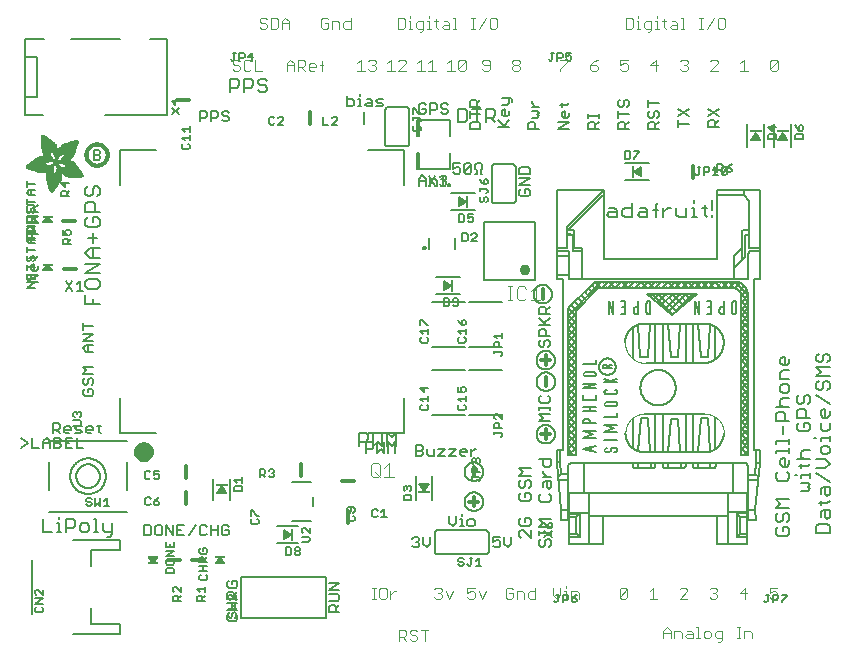
<source format=gbr>
G04 EAGLE Gerber RS-274X export*
G75*
%MOMM*%
%FSLAX34Y34*%
%LPD*%
%INSilkscreen Top*%
%IPPOS*%
%AMOC8*
5,1,8,0,0,1.08239X$1,22.5*%
G01*
%ADD10C,0.127000*%
%ADD11C,0.152400*%
%ADD12C,0.177800*%
%ADD13C,0.203200*%
%ADD14R,0.889000X0.190500*%
%ADD15C,0.304800*%
%ADD16R,1.000000X0.200000*%
%ADD17C,0.101600*%
%ADD18R,0.200000X1.000000*%
%ADD19C,0.919200*%
%ADD20R,0.068600X0.007600*%
%ADD21R,0.114300X0.007600*%
%ADD22R,0.152400X0.007700*%
%ADD23R,0.182900X0.007600*%
%ADD24R,0.205700X0.007600*%
%ADD25R,0.228600X0.007600*%
%ADD26R,0.259100X0.007600*%
%ADD27R,0.274300X0.007700*%
%ADD28R,0.289500X0.007600*%
%ADD29R,0.304800X0.007600*%
%ADD30R,0.320100X0.007600*%
%ADD31R,0.342900X0.007600*%
%ADD32R,0.350500X0.007700*%
%ADD33R,0.365800X0.007600*%
%ADD34R,0.381000X0.007600*%
%ADD35R,0.388600X0.007600*%
%ADD36R,0.403800X0.007600*%
%ADD37R,0.419100X0.007700*%
%ADD38R,0.426700X0.007600*%
%ADD39R,0.441900X0.007600*%
%ADD40R,0.449600X0.007600*%
%ADD41R,0.464800X0.007600*%
%ADD42R,0.480000X0.007700*%
%ADD43R,0.487600X0.007600*%
%ADD44R,0.495300X0.007600*%
%ADD45R,0.510500X0.007600*%
%ADD46R,0.518100X0.007600*%
%ADD47R,0.525700X0.007700*%
%ADD48R,0.541000X0.007600*%
%ADD49R,0.548600X0.007600*%
%ADD50R,0.563800X0.007600*%
%ADD51R,0.571500X0.007600*%
%ADD52R,0.579100X0.007700*%
%ADD53R,0.594300X0.007600*%
%ADD54R,0.601900X0.007600*%
%ADD55R,0.609600X0.007600*%
%ADD56R,0.624800X0.007600*%
%ADD57R,0.632400X0.007700*%
%ADD58R,0.640000X0.007600*%
%ADD59R,0.655300X0.007600*%
%ADD60R,0.662900X0.007600*%
%ADD61R,0.678100X0.007600*%
%ADD62R,0.685800X0.007700*%
%ADD63R,0.693400X0.007600*%
%ADD64R,0.708600X0.007600*%
%ADD65R,0.716200X0.007600*%
%ADD66R,0.723900X0.007600*%
%ADD67R,0.739100X0.007700*%
%ADD68R,0.746700X0.007600*%
%ADD69R,0.754300X0.007600*%
%ADD70R,0.769600X0.007600*%
%ADD71R,0.777200X0.007600*%
%ADD72R,0.792400X0.007700*%
%ADD73R,0.800100X0.007600*%
%ADD74R,0.807700X0.007600*%
%ADD75R,0.822900X0.007600*%
%ADD76R,0.830500X0.007600*%
%ADD77R,0.838200X0.007700*%
%ADD78R,0.091500X0.007600*%
%ADD79R,0.853400X0.007600*%
%ADD80R,0.144700X0.007600*%
%ADD81R,0.861000X0.007600*%
%ADD82R,0.190500X0.007600*%
%ADD83R,0.876300X0.007600*%
%ADD84R,0.221000X0.007600*%
%ADD85R,0.883900X0.007600*%
%ADD86R,0.259000X0.007700*%
%ADD87R,0.891500X0.007700*%
%ADD88R,0.289600X0.007600*%
%ADD89R,0.906700X0.007600*%
%ADD90R,0.914400X0.007600*%
%ADD91R,0.350500X0.007600*%
%ADD92R,0.922000X0.007600*%
%ADD93R,0.937200X0.007600*%
%ADD94R,0.411400X0.007700*%
%ADD95R,0.944800X0.007700*%
%ADD96R,0.434300X0.007600*%
%ADD97R,0.952500X0.007600*%
%ADD98R,0.464900X0.007600*%
%ADD99R,0.967700X0.007600*%
%ADD100R,0.975300X0.007600*%
%ADD101R,0.518200X0.007600*%
%ADD102R,0.990600X0.007600*%
%ADD103R,0.548600X0.007700*%
%ADD104R,0.998200X0.007700*%
%ADD105R,1.005800X0.007600*%
%ADD106R,0.594400X0.007600*%
%ADD107R,1.021000X0.007600*%
%ADD108R,0.617200X0.007600*%
%ADD109R,1.028700X0.007600*%
%ADD110R,0.647700X0.007600*%
%ADD111R,1.036300X0.007600*%
%ADD112R,0.670500X0.007700*%
%ADD113R,1.051500X0.007700*%
%ADD114R,1.059100X0.007600*%
%ADD115R,0.716300X0.007600*%
%ADD116R,1.066800X0.007600*%
%ADD117R,0.739100X0.007600*%
%ADD118R,1.074400X0.007600*%
%ADD119R,0.762000X0.007600*%
%ADD120R,1.089600X0.007600*%
%ADD121R,0.784800X0.007700*%
%ADD122R,1.097200X0.007700*%
%ADD123R,1.104900X0.007600*%
%ADD124R,0.830600X0.007600*%
%ADD125R,1.112500X0.007600*%
%ADD126R,0.845800X0.007600*%
%ADD127R,1.120100X0.007600*%
%ADD128R,0.868700X0.007600*%
%ADD129R,1.127700X0.007600*%
%ADD130R,1.135300X0.007700*%
%ADD131R,1.143000X0.007600*%
%ADD132R,0.944900X0.007600*%
%ADD133R,1.150600X0.007600*%
%ADD134R,0.960100X0.007600*%
%ADD135R,1.158200X0.007600*%
%ADD136R,0.983000X0.007600*%
%ADD137R,1.165800X0.007600*%
%ADD138R,1.005900X0.007700*%
%ADD139R,1.173400X0.007700*%
%ADD140R,1.021100X0.007600*%
%ADD141R,1.181100X0.007600*%
%ADD142R,1.044000X0.007600*%
%ADD143R,1.188700X0.007600*%
%ADD144R,1.196300X0.007600*%
%ADD145R,1.082000X0.007600*%
%ADD146R,1.203900X0.007600*%
%ADD147R,1.104900X0.007700*%
%ADD148R,1.211500X0.007700*%
%ADD149R,1.211500X0.007600*%
%ADD150R,1.219200X0.007600*%
%ADD151R,1.226800X0.007600*%
%ADD152R,1.234400X0.007600*%
%ADD153R,1.188700X0.007700*%
%ADD154R,1.242000X0.007700*%
%ADD155R,1.242000X0.007600*%
%ADD156R,1.211600X0.007600*%
%ADD157R,1.249600X0.007600*%
%ADD158R,1.257300X0.007600*%
%ADD159R,1.264900X0.007600*%
%ADD160R,1.242100X0.007700*%
%ADD161R,1.264900X0.007700*%
%ADD162R,1.272500X0.007600*%
%ADD163R,1.265000X0.007600*%
%ADD164R,1.280100X0.007600*%
%ADD165R,1.272600X0.007600*%
%ADD166R,1.287700X0.007600*%
%ADD167R,1.287800X0.007600*%
%ADD168R,1.295400X0.007700*%
%ADD169R,1.303000X0.007600*%
%ADD170R,1.318200X0.007600*%
%ADD171R,1.310600X0.007600*%
%ADD172R,1.325900X0.007600*%
%ADD173R,1.341100X0.007700*%
%ADD174R,1.318200X0.007700*%
%ADD175R,1.341100X0.007600*%
%ADD176R,1.325800X0.007600*%
%ADD177R,1.348700X0.007600*%
%ADD178R,1.364000X0.007600*%
%ADD179R,1.333500X0.007600*%
%ADD180R,1.371600X0.007700*%
%ADD181R,1.379200X0.007600*%
%ADD182R,1.379300X0.007600*%
%ADD183R,1.386900X0.007600*%
%ADD184R,1.394500X0.007600*%
%ADD185R,1.356300X0.007600*%
%ADD186R,1.394400X0.007700*%
%ADD187R,1.356300X0.007700*%
%ADD188R,1.402000X0.007600*%
%ADD189R,1.409700X0.007600*%
%ADD190R,1.363900X0.007600*%
%ADD191R,1.417300X0.007600*%
%ADD192R,1.371600X0.007600*%
%ADD193R,1.424900X0.007700*%
%ADD194R,1.424900X0.007600*%
%ADD195R,1.432600X0.007600*%
%ADD196R,1.440200X0.007600*%
%ADD197R,1.386800X0.007600*%
%ADD198R,1.447800X0.007700*%
%ADD199R,1.386800X0.007700*%
%ADD200R,1.447800X0.007600*%
%ADD201R,1.455500X0.007600*%
%ADD202R,1.394400X0.007600*%
%ADD203R,1.463100X0.007600*%
%ADD204R,1.455400X0.007700*%
%ADD205R,1.463000X0.007600*%
%ADD206R,1.470600X0.007600*%
%ADD207R,1.470600X0.007700*%
%ADD208R,1.409700X0.007700*%
%ADD209R,1.470700X0.007600*%
%ADD210R,1.402100X0.007600*%
%ADD211R,1.478300X0.007600*%
%ADD212R,1.478300X0.007700*%
%ADD213R,1.402100X0.007700*%
%ADD214R,1.485900X0.007600*%
%ADD215R,1.485900X0.007700*%
%ADD216R,1.493500X0.007700*%
%ADD217R,1.493500X0.007600*%
%ADD218R,1.394500X0.007700*%
%ADD219R,1.493600X0.007700*%
%ADD220R,1.386900X0.007700*%
%ADD221R,1.379200X0.007700*%
%ADD222R,2.857500X0.007700*%
%ADD223R,2.857500X0.007600*%
%ADD224R,2.849900X0.007600*%
%ADD225R,2.842300X0.007600*%
%ADD226R,2.834700X0.007700*%
%ADD227R,2.827000X0.007600*%
%ADD228R,2.819400X0.007600*%
%ADD229R,2.811800X0.007600*%
%ADD230R,2.811800X0.007700*%
%ADD231R,2.804100X0.007600*%
%ADD232R,2.796500X0.007600*%
%ADD233R,1.966000X0.007600*%
%ADD234R,1.943100X0.007600*%
%ADD235R,0.754400X0.007600*%
%ADD236R,1.927900X0.007700*%
%ADD237R,0.746700X0.007700*%
%ADD238R,1.912600X0.007600*%
%ADD239R,0.731500X0.007600*%
%ADD240R,1.905000X0.007600*%
%ADD241R,1.882200X0.007600*%
%ADD242R,1.874600X0.007600*%
%ADD243R,1.866900X0.007700*%
%ADD244R,0.708700X0.007700*%
%ADD245R,1.851600X0.007600*%
%ADD246R,0.701100X0.007600*%
%ADD247R,1.844000X0.007600*%
%ADD248R,1.836400X0.007600*%
%ADD249R,1.821200X0.007600*%
%ADD250R,0.685800X0.007600*%
%ADD251R,1.813500X0.007700*%
%ADD252R,1.805900X0.007600*%
%ADD253R,0.678200X0.007600*%
%ADD254R,1.790700X0.007600*%
%ADD255R,0.670600X0.007600*%
%ADD256R,1.775500X0.007600*%
%ADD257R,1.767900X0.007700*%
%ADD258R,0.663000X0.007700*%
%ADD259R,1.760200X0.007600*%
%ADD260R,1.752600X0.007600*%
%ADD261R,0.937300X0.007600*%
%ADD262R,0.792500X0.007600*%
%ADD263R,0.899100X0.007600*%
%ADD264R,0.883900X0.007700*%
%ADD265R,0.716300X0.007700*%
%ADD266R,0.647700X0.007700*%
%ADD267R,0.640100X0.007600*%
%ADD268R,0.632500X0.007600*%
%ADD269R,0.655400X0.007600*%
%ADD270R,0.632400X0.007600*%
%ADD271R,0.845800X0.007700*%
%ADD272R,0.617200X0.007700*%
%ADD273R,0.624800X0.007700*%
%ADD274R,0.602000X0.007600*%
%ADD275R,0.838200X0.007600*%
%ADD276R,0.586700X0.007600*%
%ADD277R,0.548700X0.007600*%
%ADD278R,0.830500X0.007700*%
%ADD279R,0.541000X0.007700*%
%ADD280R,0.594300X0.007700*%
%ADD281R,0.525800X0.007600*%
%ADD282R,0.586800X0.007600*%
%ADD283R,0.815300X0.007600*%
%ADD284R,0.579200X0.007600*%
%ADD285R,0.815400X0.007600*%
%ADD286R,0.815400X0.007700*%
%ADD287R,0.571500X0.007700*%
%ADD288R,0.807800X0.007600*%
%ADD289R,0.563900X0.007600*%
%ADD290R,0.457200X0.007600*%
%ADD291R,0.442000X0.007600*%
%ADD292R,0.556300X0.007600*%
%ADD293R,0.807700X0.007700*%
%ADD294R,0.411500X0.007600*%
%ADD295R,0.533400X0.007600*%
%ADD296R,0.076200X0.007600*%
%ADD297R,0.403900X0.007600*%
%ADD298R,0.525700X0.007600*%
%ADD299R,0.388700X0.007600*%
%ADD300R,0.297200X0.007600*%
%ADD301R,0.373400X0.007700*%
%ADD302R,0.503000X0.007700*%
%ADD303R,0.426800X0.007700*%
%ADD304R,0.358100X0.007600*%
%ADD305R,0.502900X0.007600*%
%ADD306R,0.472400X0.007600*%
%ADD307R,0.487700X0.007600*%
%ADD308R,0.335300X0.007600*%
%ADD309R,0.792500X0.007700*%
%ADD310R,0.327600X0.007700*%
%ADD311R,0.472400X0.007700*%
%ADD312R,0.640000X0.007700*%
%ADD313R,0.784800X0.007600*%
%ADD314R,0.320000X0.007600*%
%ADD315R,0.792400X0.007600*%
%ADD316R,1.173400X0.007600*%
%ADD317R,1.196400X0.007600*%
%ADD318R,0.784900X0.007600*%
%ADD319R,0.784900X0.007700*%
%ADD320R,0.297200X0.007700*%
%ADD321R,1.249700X0.007600*%
%ADD322R,0.281900X0.007600*%
%ADD323R,1.295400X0.007600*%
%ADD324R,0.266700X0.007600*%
%ADD325R,0.777300X0.007700*%
%ADD326R,0.266700X0.007700*%
%ADD327R,1.333500X0.007700*%
%ADD328R,0.777300X0.007600*%
%ADD329R,1.348800X0.007600*%
%ADD330R,0.251500X0.007600*%
%ADD331R,0.243900X0.007700*%
%ADD332R,0.243900X0.007600*%
%ADD333R,1.440100X0.007600*%
%ADD334R,0.236200X0.007600*%
%ADD335R,0.762000X0.007700*%
%ADD336R,0.236200X0.007700*%
%ADD337R,1.508700X0.007700*%
%ADD338R,1.531600X0.007600*%
%ADD339R,1.546900X0.007600*%
%ADD340R,1.569700X0.007600*%
%ADD341R,1.585000X0.007600*%
%ADD342R,0.746800X0.007700*%
%ADD343R,1.607800X0.007700*%
%ADD344R,0.243800X0.007600*%
%ADD345R,1.630700X0.007600*%
%ADD346R,1.653500X0.007600*%
%ADD347R,0.739200X0.007600*%
%ADD348R,1.684000X0.007600*%
%ADD349R,2.019300X0.007600*%
%ADD350R,0.731500X0.007700*%
%ADD351R,2.026900X0.007700*%
%ADD352R,2.049800X0.007600*%
%ADD353R,2.057400X0.007600*%
%ADD354R,0.708700X0.007600*%
%ADD355R,2.072600X0.007600*%
%ADD356R,0.701000X0.007600*%
%ADD357R,2.095500X0.007600*%
%ADD358R,0.693500X0.007700*%
%ADD359R,2.110800X0.007700*%
%ADD360R,2.141200X0.007600*%
%ADD361R,0.060900X0.007600*%
%ADD362R,2.872700X0.007600*%
%ADD363R,3.124200X0.007600*%
%ADD364R,3.177600X0.007600*%
%ADD365R,3.215600X0.007700*%
%ADD366R,3.253700X0.007600*%
%ADD367R,3.284300X0.007600*%
%ADD368R,3.314700X0.007600*%
%ADD369R,3.352800X0.007600*%
%ADD370R,3.375600X0.007700*%
%ADD371R,3.406200X0.007600*%
%ADD372R,3.429000X0.007600*%
%ADD373R,3.451800X0.007600*%
%ADD374R,3.482400X0.007600*%
%ADD375R,1.828800X0.007700*%
%ADD376R,1.539300X0.007700*%
%ADD377R,1.767900X0.007600*%
%ADD378R,1.767800X0.007600*%
%ADD379R,1.760200X0.007700*%
%ADD380R,1.760300X0.007600*%
%ADD381R,1.775400X0.007700*%
%ADD382R,1.379300X0.007700*%
%ADD383R,1.783000X0.007600*%
%ADD384R,1.813500X0.007600*%
%ADD385R,1.821100X0.007700*%
%ADD386R,0.503000X0.007600*%
%ADD387R,1.135400X0.007600*%
%ADD388R,1.127700X0.007700*%
%ADD389R,0.487700X0.007700*%
%ADD390R,1.120200X0.007600*%
%ADD391R,1.097300X0.007600*%
%ADD392R,0.510600X0.007600*%
%ADD393R,1.074400X0.007700*%
%ADD394R,0.525800X0.007700*%
%ADD395R,1.440200X0.007700*%
%ADD396R,1.059200X0.007600*%
%ADD397R,1.051600X0.007600*%
%ADD398R,1.051500X0.007600*%
%ADD399R,1.043900X0.007700*%
%ADD400R,0.602000X0.007700*%
%ADD401R,1.524000X0.007600*%
%ADD402R,1.539300X0.007600*%
%ADD403R,1.592600X0.007600*%
%ADD404R,1.021100X0.007700*%
%ADD405R,1.615400X0.007700*%
%ADD406R,1.013400X0.007600*%
%ADD407R,1.653600X0.007600*%
%ADD408R,1.013500X0.007600*%
%ADD409R,1.699300X0.007600*%
%ADD410R,2.743200X0.007600*%
%ADD411R,1.005900X0.007600*%
%ADD412R,2.415500X0.007600*%
%ADD413R,1.005800X0.007700*%
%ADD414R,0.281900X0.007700*%
%ADD415R,2.408000X0.007700*%
%ADD416R,2.407900X0.007600*%
%ADD417R,0.998200X0.007600*%
%ADD418R,0.282000X0.007600*%
%ADD419R,0.998300X0.007600*%
%ADD420R,2.400300X0.007600*%
%ADD421R,0.289500X0.007700*%
%ADD422R,2.400300X0.007700*%
%ADD423R,0.297100X0.007600*%
%ADD424R,0.312400X0.007600*%
%ADD425R,2.392700X0.007600*%
%ADD426R,0.990600X0.007700*%
%ADD427R,0.327700X0.007700*%
%ADD428R,2.392700X0.007700*%
%ADD429R,2.385100X0.007600*%
%ADD430R,0.381000X0.007700*%
%ADD431R,2.377400X0.007700*%
%ADD432R,2.377400X0.007600*%
%ADD433R,2.369800X0.007600*%
%ADD434R,0.419100X0.007600*%
%ADD435R,2.362200X0.007600*%
%ADD436R,0.426800X0.007600*%
%ADD437R,1.036300X0.007700*%
%ADD438R,0.442000X0.007700*%
%ADD439R,2.354600X0.007700*%
%ADD440R,2.354600X0.007600*%
%ADD441R,0.480100X0.007600*%
%ADD442R,2.347000X0.007600*%
%ADD443R,1.074500X0.007600*%
%ADD444R,2.339400X0.007600*%
%ADD445R,1.082100X0.007700*%
%ADD446R,0.548700X0.007700*%
%ADD447R,2.331800X0.007700*%
%ADD448R,2.331800X0.007600*%
%ADD449R,0.624900X0.007600*%
%ADD450R,2.324100X0.007600*%
%ADD451R,1.859300X0.007600*%
%ADD452R,2.308800X0.007600*%
%ADD453R,2.301200X0.007700*%
%ADD454R,2.301200X0.007600*%
%ADD455R,2.293600X0.007600*%
%ADD456R,2.278400X0.007600*%
%ADD457R,1.889800X0.007600*%
%ADD458R,2.270700X0.007600*%
%ADD459R,1.897400X0.007700*%
%ADD460R,2.255500X0.007700*%
%ADD461R,1.897400X0.007600*%
%ADD462R,2.247900X0.007600*%
%ADD463R,2.232600X0.007600*%
%ADD464R,1.912700X0.007600*%
%ADD465R,2.209800X0.007600*%
%ADD466R,1.920300X0.007600*%
%ADD467R,2.186900X0.007600*%
%ADD468R,1.920300X0.007700*%
%ADD469R,2.171700X0.007700*%
%ADD470R,1.935500X0.007600*%
%ADD471R,2.148800X0.007600*%
%ADD472R,2.126000X0.007600*%
%ADD473R,1.950700X0.007600*%
%ADD474R,1.958400X0.007700*%
%ADD475R,2.042200X0.007700*%
%ADD476R,1.973600X0.007600*%
%ADD477R,1.996500X0.007600*%
%ADD478R,1.981200X0.007600*%
%ADD479R,1.988800X0.007600*%
%ADD480R,1.996400X0.007700*%
%ADD481R,1.996400X0.007600*%
%ADD482R,2.004100X0.007600*%
%ADD483R,1.874500X0.007600*%
%ADD484R,1.425000X0.007600*%
%ADD485R,2.026900X0.007600*%
%ADD486R,0.434400X0.007700*%
%ADD487R,1.364000X0.007700*%
%ADD488R,2.034500X0.007600*%
%ADD489R,0.434400X0.007600*%
%ADD490R,2.049700X0.007600*%
%ADD491R,2.065000X0.007700*%
%ADD492R,0.464800X0.007700*%
%ADD493R,1.196300X0.007700*%
%ADD494R,2.080300X0.007600*%
%ADD495R,1.158300X0.007600*%
%ADD496R,2.087900X0.007600*%
%ADD497R,0.472500X0.007600*%
%ADD498R,2.103100X0.007600*%
%ADD499R,2.118400X0.007600*%
%ADD500R,2.133600X0.007600*%
%ADD501R,2.148800X0.007700*%
%ADD502R,2.164000X0.007600*%
%ADD503R,2.171700X0.007600*%
%ADD504R,2.187000X0.007600*%
%ADD505R,0.556200X0.007600*%
%ADD506R,2.202200X0.007700*%
%ADD507R,0.556200X0.007700*%
%ADD508R,0.640100X0.007700*%
%ADD509R,0.579100X0.007600*%
%ADD510R,0.480000X0.007600*%
%ADD511R,1.752600X0.007700*%
%ADD512R,0.487600X0.007700*%
%ADD513R,0.594400X0.007700*%
%ADD514R,0.358100X0.007700*%
%ADD515R,0.099000X0.007600*%
%ADD516R,1.280200X0.007600*%
%ADD517R,1.745000X0.007600*%
%ADD518R,1.744900X0.007600*%
%ADD519R,1.737300X0.007700*%
%ADD520R,1.737400X0.007600*%
%ADD521R,1.729800X0.007600*%
%ADD522R,1.722200X0.007600*%
%ADD523R,1.722100X0.007600*%
%ADD524R,1.714500X0.007700*%
%ADD525R,1.356400X0.007700*%
%ADD526R,1.706900X0.007600*%
%ADD527R,1.356400X0.007600*%
%ADD528R,1.691700X0.007600*%
%ADD529R,1.668800X0.007700*%
%ADD530R,1.645900X0.007600*%
%ADD531R,1.623100X0.007600*%
%ADD532R,1.577400X0.007600*%
%ADD533R,1.554400X0.007600*%
%ADD534R,1.539200X0.007600*%
%ADD535R,1.524000X0.007700*%
%ADD536R,1.501100X0.007600*%
%ADD537R,1.455400X0.007600*%
%ADD538R,1.348800X0.007700*%
%ADD539R,1.318300X0.007600*%
%ADD540R,1.310600X0.007700*%
%ADD541R,1.287800X0.007700*%
%ADD542R,1.234500X0.007600*%
%ADD543R,1.226900X0.007600*%
%ADD544R,1.173500X0.007700*%
%ADD545R,1.173500X0.007600*%
%ADD546R,1.165900X0.007600*%
%ADD547R,1.143000X0.007700*%
%ADD548R,1.127800X0.007600*%
%ADD549R,1.097200X0.007600*%
%ADD550R,1.028700X0.007700*%
%ADD551R,0.982900X0.007600*%
%ADD552R,0.952500X0.007700*%
%ADD553R,0.929600X0.007600*%
%ADD554R,0.906800X0.007700*%
%ADD555R,0.906800X0.007600*%
%ADD556R,0.899200X0.007600*%
%ADD557R,0.884000X0.007600*%
%ADD558R,0.876300X0.007700*%
%ADD559R,0.830600X0.007700*%
%ADD560R,0.754400X0.007700*%
%ADD561R,0.746800X0.007600*%
%ADD562R,0.708600X0.007700*%
%ADD563R,0.678200X0.007700*%
%ADD564R,0.663000X0.007600*%
%ADD565R,0.632500X0.007700*%
%ADD566R,0.556300X0.007700*%
%ADD567R,0.518200X0.007700*%
%ADD568R,0.434300X0.007700*%
%ADD569R,0.396300X0.007700*%
%ADD570R,0.373300X0.007600*%
%ADD571R,0.365700X0.007600*%
%ADD572R,0.327700X0.007600*%
%ADD573R,0.304800X0.007700*%
%ADD574R,0.274300X0.007600*%
%ADD575R,0.243800X0.007700*%
%ADD576R,0.205800X0.007600*%
%ADD577R,0.152400X0.007600*%
%ADD578R,0.121900X0.007700*%
%ADD579C,0.812800*%
%ADD580C,0.076200*%

G36*
X24148Y356112D02*
X24148Y356112D01*
X24165Y356110D01*
X24269Y356131D01*
X24373Y356149D01*
X24388Y356157D01*
X24406Y356161D01*
X24497Y356214D01*
X24590Y356264D01*
X24602Y356276D01*
X24618Y356286D01*
X24687Y356365D01*
X24760Y356442D01*
X24767Y356458D01*
X24779Y356472D01*
X24819Y356569D01*
X24863Y356665D01*
X24865Y356683D01*
X24872Y356699D01*
X24879Y356805D01*
X24890Y356909D01*
X24886Y356927D01*
X24888Y356945D01*
X24860Y357047D01*
X24838Y357150D01*
X24829Y357165D01*
X24824Y357182D01*
X24739Y357327D01*
X20929Y362407D01*
X20926Y362410D01*
X20924Y362414D01*
X20837Y362495D01*
X20752Y362577D01*
X20748Y362579D01*
X20745Y362582D01*
X20636Y362632D01*
X20529Y362682D01*
X20525Y362682D01*
X20521Y362684D01*
X20403Y362697D01*
X20285Y362710D01*
X20281Y362710D01*
X20276Y362710D01*
X20160Y362684D01*
X20044Y362660D01*
X20040Y362657D01*
X20036Y362656D01*
X19934Y362595D01*
X19832Y362535D01*
X19829Y362531D01*
X19826Y362529D01*
X19711Y362407D01*
X15901Y357327D01*
X15893Y357311D01*
X15881Y357298D01*
X15836Y357202D01*
X15787Y357109D01*
X15784Y357091D01*
X15777Y357075D01*
X15765Y356970D01*
X15749Y356866D01*
X15752Y356848D01*
X15750Y356831D01*
X15772Y356728D01*
X15790Y356623D01*
X15798Y356608D01*
X15802Y356590D01*
X15856Y356500D01*
X15906Y356407D01*
X15919Y356394D01*
X15928Y356379D01*
X16008Y356310D01*
X16085Y356238D01*
X16102Y356231D01*
X16115Y356219D01*
X16213Y356180D01*
X16309Y356136D01*
X16327Y356134D01*
X16343Y356127D01*
X16510Y356109D01*
X24130Y356109D01*
X24148Y356112D01*
G37*
G36*
X24148Y315472D02*
X24148Y315472D01*
X24165Y315470D01*
X24269Y315491D01*
X24373Y315509D01*
X24388Y315517D01*
X24406Y315521D01*
X24497Y315574D01*
X24590Y315624D01*
X24602Y315636D01*
X24618Y315646D01*
X24687Y315725D01*
X24760Y315802D01*
X24767Y315818D01*
X24779Y315832D01*
X24819Y315929D01*
X24863Y316025D01*
X24865Y316043D01*
X24872Y316059D01*
X24879Y316165D01*
X24890Y316269D01*
X24886Y316287D01*
X24888Y316305D01*
X24860Y316407D01*
X24838Y316510D01*
X24829Y316525D01*
X24824Y316542D01*
X24739Y316687D01*
X20929Y321767D01*
X20926Y321770D01*
X20924Y321774D01*
X20837Y321855D01*
X20752Y321937D01*
X20748Y321939D01*
X20745Y321942D01*
X20636Y321992D01*
X20529Y322042D01*
X20525Y322042D01*
X20521Y322044D01*
X20403Y322057D01*
X20285Y322070D01*
X20281Y322070D01*
X20276Y322070D01*
X20160Y322044D01*
X20044Y322020D01*
X20040Y322017D01*
X20036Y322016D01*
X19934Y321955D01*
X19832Y321895D01*
X19829Y321891D01*
X19826Y321889D01*
X19711Y321767D01*
X15901Y316687D01*
X15893Y316671D01*
X15881Y316658D01*
X15836Y316562D01*
X15787Y316469D01*
X15784Y316451D01*
X15777Y316435D01*
X15765Y316330D01*
X15749Y316226D01*
X15752Y316208D01*
X15750Y316191D01*
X15772Y316088D01*
X15790Y315983D01*
X15798Y315968D01*
X15802Y315950D01*
X15856Y315860D01*
X15906Y315767D01*
X15919Y315754D01*
X15928Y315739D01*
X16008Y315670D01*
X16085Y315598D01*
X16102Y315591D01*
X16115Y315579D01*
X16213Y315540D01*
X16309Y315496D01*
X16327Y315494D01*
X16343Y315487D01*
X16510Y315469D01*
X24130Y315469D01*
X24148Y315472D01*
G37*
G36*
X109719Y67880D02*
X109719Y67880D01*
X109724Y67880D01*
X109840Y67906D01*
X109956Y67931D01*
X109960Y67933D01*
X109964Y67934D01*
X110066Y67995D01*
X110168Y68056D01*
X110171Y68059D01*
X110174Y68061D01*
X110289Y68183D01*
X114099Y73263D01*
X114107Y73279D01*
X114120Y73292D01*
X114164Y73388D01*
X114213Y73481D01*
X114216Y73499D01*
X114223Y73515D01*
X114235Y73620D01*
X114251Y73724D01*
X114248Y73742D01*
X114250Y73759D01*
X114228Y73862D01*
X114210Y73967D01*
X114202Y73982D01*
X114198Y74000D01*
X114144Y74090D01*
X114094Y74184D01*
X114081Y74196D01*
X114072Y74211D01*
X113992Y74280D01*
X113915Y74352D01*
X113898Y74359D01*
X113885Y74371D01*
X113787Y74410D01*
X113691Y74454D01*
X113673Y74456D01*
X113657Y74463D01*
X113490Y74481D01*
X105870Y74481D01*
X105852Y74478D01*
X105835Y74480D01*
X105731Y74459D01*
X105627Y74442D01*
X105612Y74433D01*
X105594Y74430D01*
X105503Y74376D01*
X105410Y74326D01*
X105398Y74314D01*
X105382Y74305D01*
X105313Y74225D01*
X105241Y74148D01*
X105233Y74132D01*
X105221Y74118D01*
X105181Y74021D01*
X105137Y73925D01*
X105135Y73907D01*
X105128Y73891D01*
X105121Y73785D01*
X105110Y73681D01*
X105114Y73663D01*
X105112Y73645D01*
X105140Y73543D01*
X105162Y73440D01*
X105171Y73425D01*
X105176Y73408D01*
X105261Y73263D01*
X109071Y68183D01*
X109074Y68180D01*
X109076Y68177D01*
X109163Y68095D01*
X109248Y68013D01*
X109252Y68011D01*
X109255Y68008D01*
X109364Y67958D01*
X109471Y67908D01*
X109475Y67908D01*
X109479Y67906D01*
X109597Y67893D01*
X109715Y67880D01*
X109719Y67880D01*
G37*
G36*
X170088Y67832D02*
X170088Y67832D01*
X170105Y67830D01*
X170209Y67851D01*
X170313Y67869D01*
X170328Y67877D01*
X170346Y67881D01*
X170437Y67934D01*
X170530Y67984D01*
X170542Y67996D01*
X170558Y68006D01*
X170627Y68085D01*
X170700Y68162D01*
X170707Y68178D01*
X170719Y68192D01*
X170759Y68289D01*
X170803Y68385D01*
X170805Y68403D01*
X170812Y68419D01*
X170819Y68525D01*
X170830Y68629D01*
X170826Y68647D01*
X170828Y68665D01*
X170800Y68767D01*
X170778Y68870D01*
X170769Y68885D01*
X170764Y68902D01*
X170679Y69047D01*
X166869Y74127D01*
X166866Y74130D01*
X166864Y74134D01*
X166777Y74215D01*
X166692Y74297D01*
X166688Y74299D01*
X166685Y74302D01*
X166576Y74352D01*
X166469Y74402D01*
X166465Y74402D01*
X166461Y74404D01*
X166343Y74417D01*
X166225Y74430D01*
X166221Y74430D01*
X166216Y74430D01*
X166100Y74404D01*
X165984Y74380D01*
X165980Y74377D01*
X165976Y74376D01*
X165874Y74315D01*
X165772Y74255D01*
X165769Y74251D01*
X165766Y74249D01*
X165651Y74127D01*
X161841Y69047D01*
X161833Y69031D01*
X161821Y69018D01*
X161776Y68922D01*
X161727Y68829D01*
X161724Y68811D01*
X161717Y68795D01*
X161705Y68690D01*
X161689Y68586D01*
X161692Y68568D01*
X161690Y68551D01*
X161712Y68448D01*
X161730Y68343D01*
X161738Y68328D01*
X161742Y68310D01*
X161796Y68220D01*
X161846Y68127D01*
X161859Y68114D01*
X161868Y68099D01*
X161948Y68030D01*
X162025Y67958D01*
X162042Y67951D01*
X162055Y67939D01*
X162153Y67900D01*
X162249Y67856D01*
X162267Y67854D01*
X162283Y67847D01*
X162450Y67829D01*
X170070Y67829D01*
X170088Y67832D01*
G37*
G36*
X644691Y427525D02*
X644691Y427525D01*
X644763Y427525D01*
X644831Y427545D01*
X644902Y427555D01*
X644967Y427584D01*
X645036Y427604D01*
X645096Y427642D01*
X645161Y427671D01*
X645216Y427717D01*
X645276Y427755D01*
X645324Y427809D01*
X645378Y427855D01*
X645418Y427914D01*
X645465Y427968D01*
X645496Y428032D01*
X645536Y428091D01*
X645557Y428160D01*
X645588Y428224D01*
X645600Y428294D01*
X645621Y428362D01*
X645623Y428434D01*
X645635Y428505D01*
X645627Y428575D01*
X645629Y428646D01*
X645610Y428716D01*
X645602Y428787D01*
X645577Y428842D01*
X645557Y428921D01*
X645496Y429024D01*
X645465Y429093D01*
X643465Y432093D01*
X643388Y432180D01*
X643315Y432270D01*
X643293Y432285D01*
X643275Y432305D01*
X643178Y432367D01*
X643083Y432434D01*
X643057Y432442D01*
X643035Y432457D01*
X642924Y432489D01*
X642814Y432527D01*
X642787Y432528D01*
X642762Y432535D01*
X642646Y432535D01*
X642530Y432541D01*
X642504Y432535D01*
X642477Y432535D01*
X642366Y432503D01*
X642253Y432477D01*
X642230Y432464D01*
X642204Y432456D01*
X642106Y432394D01*
X642005Y432338D01*
X641989Y432320D01*
X641964Y432305D01*
X641779Y432097D01*
X641775Y432093D01*
X639775Y429093D01*
X639744Y429029D01*
X639705Y428969D01*
X639683Y428901D01*
X639652Y428837D01*
X639640Y428766D01*
X639619Y428698D01*
X639617Y428627D01*
X639605Y428557D01*
X639613Y428485D01*
X639611Y428414D01*
X639629Y428345D01*
X639638Y428274D01*
X639665Y428208D01*
X639683Y428139D01*
X639720Y428078D01*
X639747Y428012D01*
X639792Y427956D01*
X639829Y427894D01*
X639880Y427845D01*
X639925Y427790D01*
X639984Y427749D01*
X640036Y427700D01*
X640099Y427667D01*
X640157Y427626D01*
X640225Y427603D01*
X640289Y427570D01*
X640348Y427560D01*
X640426Y427533D01*
X640545Y427527D01*
X640620Y427515D01*
X644620Y427515D01*
X644691Y427525D01*
G37*
G36*
X621831Y427525D02*
X621831Y427525D01*
X621903Y427525D01*
X621971Y427545D01*
X622042Y427555D01*
X622107Y427584D01*
X622176Y427604D01*
X622236Y427642D01*
X622301Y427671D01*
X622356Y427717D01*
X622416Y427755D01*
X622464Y427809D01*
X622518Y427855D01*
X622558Y427914D01*
X622605Y427968D01*
X622636Y428032D01*
X622676Y428091D01*
X622697Y428160D01*
X622728Y428224D01*
X622740Y428294D01*
X622761Y428362D01*
X622763Y428434D01*
X622775Y428505D01*
X622767Y428575D01*
X622769Y428646D01*
X622750Y428716D01*
X622742Y428787D01*
X622717Y428842D01*
X622697Y428921D01*
X622636Y429024D01*
X622605Y429093D01*
X620605Y432093D01*
X620528Y432180D01*
X620455Y432270D01*
X620433Y432285D01*
X620415Y432305D01*
X620318Y432367D01*
X620223Y432434D01*
X620197Y432442D01*
X620175Y432457D01*
X620064Y432489D01*
X619954Y432527D01*
X619927Y432528D01*
X619902Y432535D01*
X619786Y432535D01*
X619670Y432541D01*
X619644Y432535D01*
X619617Y432535D01*
X619506Y432503D01*
X619393Y432477D01*
X619370Y432464D01*
X619344Y432456D01*
X619246Y432394D01*
X619145Y432338D01*
X619129Y432320D01*
X619104Y432305D01*
X618919Y432097D01*
X618915Y432093D01*
X616915Y429093D01*
X616884Y429029D01*
X616845Y428969D01*
X616823Y428901D01*
X616792Y428837D01*
X616780Y428766D01*
X616759Y428698D01*
X616757Y428627D01*
X616745Y428557D01*
X616753Y428485D01*
X616751Y428414D01*
X616769Y428345D01*
X616778Y428274D01*
X616805Y428208D01*
X616823Y428139D01*
X616860Y428078D01*
X616887Y428012D01*
X616932Y427956D01*
X616969Y427894D01*
X617020Y427845D01*
X617065Y427790D01*
X617124Y427749D01*
X617176Y427700D01*
X617239Y427667D01*
X617297Y427626D01*
X617365Y427603D01*
X617429Y427570D01*
X617488Y427560D01*
X617566Y427533D01*
X617685Y427527D01*
X617760Y427515D01*
X621760Y427515D01*
X621831Y427525D01*
G37*
G36*
X521475Y397043D02*
X521475Y397043D01*
X521546Y397041D01*
X521615Y397059D01*
X521686Y397068D01*
X521752Y397095D01*
X521821Y397113D01*
X521882Y397150D01*
X521948Y397177D01*
X522004Y397222D01*
X522066Y397259D01*
X522115Y397310D01*
X522170Y397355D01*
X522211Y397414D01*
X522260Y397466D01*
X522293Y397529D01*
X522334Y397587D01*
X522357Y397655D01*
X522390Y397719D01*
X522400Y397778D01*
X522427Y397856D01*
X522433Y397975D01*
X522445Y398050D01*
X522445Y402050D01*
X522435Y402121D01*
X522435Y402193D01*
X522415Y402261D01*
X522405Y402332D01*
X522376Y402397D01*
X522356Y402466D01*
X522318Y402526D01*
X522289Y402591D01*
X522243Y402646D01*
X522205Y402706D01*
X522152Y402754D01*
X522106Y402808D01*
X522046Y402848D01*
X521992Y402895D01*
X521928Y402926D01*
X521869Y402966D01*
X521801Y402987D01*
X521736Y403018D01*
X521666Y403030D01*
X521598Y403051D01*
X521526Y403053D01*
X521456Y403065D01*
X521385Y403057D01*
X521314Y403059D01*
X521244Y403040D01*
X521173Y403032D01*
X521118Y403007D01*
X521039Y402987D01*
X520936Y402926D01*
X520867Y402895D01*
X517867Y400895D01*
X517780Y400818D01*
X517690Y400745D01*
X517675Y400723D01*
X517655Y400705D01*
X517593Y400608D01*
X517526Y400513D01*
X517518Y400487D01*
X517503Y400465D01*
X517471Y400354D01*
X517433Y400244D01*
X517432Y400217D01*
X517425Y400192D01*
X517425Y400076D01*
X517419Y399960D01*
X517425Y399934D01*
X517425Y399907D01*
X517457Y399796D01*
X517483Y399683D01*
X517496Y399660D01*
X517504Y399634D01*
X517566Y399536D01*
X517622Y399435D01*
X517640Y399419D01*
X517655Y399394D01*
X517863Y399209D01*
X517867Y399205D01*
X520867Y397205D01*
X520931Y397174D01*
X520991Y397135D01*
X521059Y397113D01*
X521123Y397082D01*
X521194Y397070D01*
X521262Y397049D01*
X521333Y397047D01*
X521404Y397035D01*
X521475Y397043D01*
G37*
G36*
X370155Y371643D02*
X370155Y371643D01*
X370226Y371641D01*
X370296Y371660D01*
X370367Y371668D01*
X370422Y371693D01*
X370501Y371713D01*
X370604Y371774D01*
X370673Y371805D01*
X373673Y373805D01*
X373760Y373882D01*
X373850Y373955D01*
X373865Y373977D01*
X373885Y373995D01*
X373947Y374092D01*
X374014Y374187D01*
X374022Y374213D01*
X374037Y374235D01*
X374069Y374346D01*
X374107Y374456D01*
X374108Y374483D01*
X374115Y374508D01*
X374115Y374624D01*
X374121Y374740D01*
X374115Y374766D01*
X374115Y374793D01*
X374083Y374904D01*
X374057Y375017D01*
X374044Y375040D01*
X374036Y375066D01*
X373974Y375164D01*
X373918Y375265D01*
X373900Y375281D01*
X373885Y375306D01*
X373677Y375491D01*
X373673Y375495D01*
X370673Y377495D01*
X370609Y377526D01*
X370549Y377566D01*
X370481Y377587D01*
X370417Y377618D01*
X370346Y377630D01*
X370278Y377651D01*
X370207Y377653D01*
X370137Y377665D01*
X370065Y377657D01*
X369994Y377659D01*
X369925Y377641D01*
X369854Y377632D01*
X369788Y377605D01*
X369719Y377587D01*
X369658Y377550D01*
X369592Y377523D01*
X369536Y377478D01*
X369474Y377442D01*
X369425Y377390D01*
X369370Y377345D01*
X369329Y377287D01*
X369280Y377234D01*
X369247Y377171D01*
X369206Y377113D01*
X369183Y377045D01*
X369150Y376981D01*
X369140Y376922D01*
X369113Y376844D01*
X369107Y376725D01*
X369095Y376650D01*
X369095Y372650D01*
X369105Y372579D01*
X369105Y372507D01*
X369125Y372439D01*
X369135Y372369D01*
X369164Y372303D01*
X369184Y372234D01*
X369222Y372174D01*
X369251Y372109D01*
X369297Y372054D01*
X369335Y371994D01*
X369389Y371946D01*
X369435Y371892D01*
X369494Y371852D01*
X369548Y371805D01*
X369612Y371774D01*
X369671Y371735D01*
X369740Y371713D01*
X369804Y371682D01*
X369874Y371670D01*
X369942Y371649D01*
X370014Y371647D01*
X370085Y371635D01*
X370155Y371643D01*
G37*
G36*
X357455Y300523D02*
X357455Y300523D01*
X357526Y300521D01*
X357596Y300540D01*
X357667Y300548D01*
X357722Y300573D01*
X357801Y300593D01*
X357904Y300654D01*
X357973Y300685D01*
X360973Y302685D01*
X361060Y302762D01*
X361150Y302835D01*
X361165Y302857D01*
X361185Y302875D01*
X361247Y302972D01*
X361314Y303067D01*
X361322Y303093D01*
X361337Y303115D01*
X361369Y303226D01*
X361407Y303336D01*
X361408Y303363D01*
X361415Y303388D01*
X361415Y303504D01*
X361421Y303620D01*
X361415Y303646D01*
X361415Y303673D01*
X361383Y303784D01*
X361357Y303897D01*
X361344Y303920D01*
X361336Y303946D01*
X361274Y304044D01*
X361218Y304145D01*
X361200Y304161D01*
X361185Y304186D01*
X360977Y304371D01*
X360973Y304375D01*
X357973Y306375D01*
X357909Y306406D01*
X357849Y306446D01*
X357781Y306467D01*
X357717Y306498D01*
X357646Y306510D01*
X357578Y306531D01*
X357507Y306533D01*
X357437Y306545D01*
X357365Y306537D01*
X357294Y306539D01*
X357225Y306521D01*
X357154Y306512D01*
X357088Y306485D01*
X357019Y306467D01*
X356958Y306430D01*
X356892Y306403D01*
X356836Y306358D01*
X356774Y306322D01*
X356725Y306270D01*
X356670Y306225D01*
X356629Y306167D01*
X356580Y306114D01*
X356547Y306051D01*
X356506Y305993D01*
X356483Y305925D01*
X356450Y305861D01*
X356440Y305802D01*
X356413Y305724D01*
X356407Y305605D01*
X356395Y305530D01*
X356395Y301530D01*
X356405Y301459D01*
X356405Y301387D01*
X356425Y301319D01*
X356435Y301249D01*
X356464Y301183D01*
X356484Y301114D01*
X356522Y301054D01*
X356551Y300989D01*
X356597Y300934D01*
X356635Y300874D01*
X356689Y300826D01*
X356735Y300772D01*
X356794Y300732D01*
X356848Y300685D01*
X356912Y300654D01*
X356971Y300615D01*
X357040Y300593D01*
X357104Y300562D01*
X357174Y300550D01*
X357242Y300529D01*
X357314Y300527D01*
X357385Y300515D01*
X357455Y300523D01*
G37*
G36*
X339206Y130075D02*
X339206Y130075D01*
X339233Y130075D01*
X339344Y130107D01*
X339457Y130133D01*
X339480Y130146D01*
X339506Y130154D01*
X339604Y130216D01*
X339705Y130272D01*
X339721Y130290D01*
X339746Y130305D01*
X339931Y130513D01*
X339935Y130517D01*
X341935Y133517D01*
X341966Y133581D01*
X342006Y133641D01*
X342027Y133709D01*
X342058Y133773D01*
X342070Y133844D01*
X342091Y133912D01*
X342093Y133983D01*
X342105Y134054D01*
X342097Y134125D01*
X342099Y134196D01*
X342081Y134265D01*
X342072Y134336D01*
X342045Y134402D01*
X342027Y134471D01*
X341990Y134532D01*
X341963Y134598D01*
X341918Y134654D01*
X341882Y134716D01*
X341830Y134765D01*
X341785Y134820D01*
X341727Y134861D01*
X341674Y134910D01*
X341611Y134943D01*
X341553Y134984D01*
X341485Y135007D01*
X341421Y135040D01*
X341362Y135050D01*
X341284Y135077D01*
X341165Y135083D01*
X341090Y135095D01*
X337090Y135095D01*
X337019Y135085D01*
X336947Y135085D01*
X336879Y135065D01*
X336809Y135055D01*
X336743Y135026D01*
X336674Y135006D01*
X336614Y134968D01*
X336549Y134939D01*
X336494Y134893D01*
X336434Y134855D01*
X336386Y134802D01*
X336332Y134756D01*
X336292Y134696D01*
X336245Y134642D01*
X336214Y134578D01*
X336175Y134519D01*
X336153Y134451D01*
X336122Y134386D01*
X336110Y134316D01*
X336089Y134248D01*
X336087Y134176D01*
X336075Y134106D01*
X336083Y134035D01*
X336081Y133964D01*
X336100Y133894D01*
X336108Y133823D01*
X336133Y133768D01*
X336153Y133689D01*
X336214Y133586D01*
X336245Y133517D01*
X338245Y130517D01*
X338322Y130430D01*
X338395Y130340D01*
X338417Y130325D01*
X338435Y130305D01*
X338532Y130243D01*
X338627Y130176D01*
X338653Y130168D01*
X338675Y130153D01*
X338786Y130121D01*
X338896Y130083D01*
X338923Y130082D01*
X338948Y130075D01*
X339064Y130075D01*
X339180Y130069D01*
X339206Y130075D01*
G37*
G36*
X169711Y127805D02*
X169711Y127805D01*
X169783Y127805D01*
X169851Y127825D01*
X169922Y127835D01*
X169987Y127864D01*
X170056Y127884D01*
X170116Y127922D01*
X170181Y127951D01*
X170236Y127997D01*
X170296Y128035D01*
X170344Y128089D01*
X170398Y128135D01*
X170438Y128194D01*
X170485Y128248D01*
X170516Y128312D01*
X170556Y128371D01*
X170577Y128440D01*
X170608Y128504D01*
X170620Y128574D01*
X170641Y128642D01*
X170643Y128714D01*
X170655Y128785D01*
X170647Y128855D01*
X170649Y128926D01*
X170630Y128996D01*
X170622Y129067D01*
X170597Y129122D01*
X170577Y129201D01*
X170516Y129304D01*
X170485Y129373D01*
X168485Y132373D01*
X168408Y132460D01*
X168335Y132550D01*
X168313Y132565D01*
X168295Y132585D01*
X168198Y132647D01*
X168103Y132714D01*
X168077Y132722D01*
X168055Y132737D01*
X167944Y132769D01*
X167834Y132807D01*
X167807Y132808D01*
X167782Y132815D01*
X167666Y132815D01*
X167550Y132821D01*
X167524Y132815D01*
X167497Y132815D01*
X167386Y132783D01*
X167273Y132757D01*
X167250Y132744D01*
X167224Y132736D01*
X167126Y132674D01*
X167025Y132618D01*
X167009Y132600D01*
X166984Y132585D01*
X166799Y132377D01*
X166795Y132373D01*
X164795Y129373D01*
X164764Y129309D01*
X164725Y129249D01*
X164703Y129181D01*
X164672Y129117D01*
X164660Y129046D01*
X164639Y128978D01*
X164637Y128907D01*
X164625Y128837D01*
X164633Y128765D01*
X164631Y128694D01*
X164649Y128625D01*
X164658Y128554D01*
X164685Y128488D01*
X164703Y128419D01*
X164740Y128358D01*
X164767Y128292D01*
X164812Y128236D01*
X164849Y128174D01*
X164900Y128125D01*
X164945Y128070D01*
X165004Y128029D01*
X165056Y127980D01*
X165119Y127947D01*
X165177Y127906D01*
X165245Y127883D01*
X165309Y127850D01*
X165368Y127840D01*
X165446Y127813D01*
X165565Y127807D01*
X165640Y127795D01*
X169640Y127795D01*
X169711Y127805D01*
G37*
G36*
X221565Y89703D02*
X221565Y89703D01*
X221636Y89701D01*
X221706Y89720D01*
X221777Y89728D01*
X221832Y89753D01*
X221911Y89773D01*
X222014Y89834D01*
X222083Y89865D01*
X225083Y91865D01*
X225170Y91942D01*
X225260Y92015D01*
X225275Y92037D01*
X225295Y92055D01*
X225357Y92152D01*
X225424Y92247D01*
X225432Y92273D01*
X225447Y92295D01*
X225479Y92406D01*
X225517Y92516D01*
X225518Y92543D01*
X225525Y92568D01*
X225525Y92684D01*
X225531Y92800D01*
X225525Y92826D01*
X225525Y92853D01*
X225493Y92964D01*
X225467Y93077D01*
X225454Y93100D01*
X225446Y93126D01*
X225384Y93224D01*
X225328Y93325D01*
X225310Y93341D01*
X225295Y93366D01*
X225087Y93551D01*
X225083Y93555D01*
X222083Y95555D01*
X222019Y95586D01*
X221959Y95626D01*
X221891Y95647D01*
X221827Y95678D01*
X221756Y95690D01*
X221688Y95711D01*
X221617Y95713D01*
X221547Y95725D01*
X221475Y95717D01*
X221404Y95719D01*
X221335Y95701D01*
X221264Y95692D01*
X221198Y95665D01*
X221129Y95647D01*
X221068Y95610D01*
X221002Y95583D01*
X220946Y95538D01*
X220884Y95502D01*
X220835Y95450D01*
X220780Y95405D01*
X220739Y95347D01*
X220690Y95294D01*
X220657Y95231D01*
X220616Y95173D01*
X220593Y95105D01*
X220560Y95041D01*
X220550Y94982D01*
X220523Y94904D01*
X220517Y94785D01*
X220505Y94710D01*
X220505Y90710D01*
X220515Y90639D01*
X220515Y90567D01*
X220535Y90499D01*
X220545Y90429D01*
X220574Y90363D01*
X220594Y90294D01*
X220632Y90234D01*
X220661Y90169D01*
X220707Y90114D01*
X220745Y90054D01*
X220799Y90006D01*
X220845Y89952D01*
X220904Y89912D01*
X220958Y89865D01*
X221022Y89834D01*
X221081Y89795D01*
X221150Y89773D01*
X221214Y89742D01*
X221284Y89730D01*
X221352Y89709D01*
X221424Y89707D01*
X221495Y89695D01*
X221565Y89703D01*
G37*
D10*
X24765Y178435D02*
X24765Y187333D01*
X29214Y187333D01*
X30697Y185850D01*
X30697Y182884D01*
X29214Y181401D01*
X24765Y181401D01*
X27731Y181401D02*
X30697Y178435D01*
X35603Y178435D02*
X38569Y178435D01*
X35603Y178435D02*
X34120Y179918D01*
X34120Y182884D01*
X35603Y184367D01*
X38569Y184367D01*
X40052Y182884D01*
X40052Y181401D01*
X34120Y181401D01*
X43475Y178435D02*
X47924Y178435D01*
X49407Y179918D01*
X47924Y181401D01*
X44958Y181401D01*
X43475Y182884D01*
X44958Y184367D01*
X49407Y184367D01*
X54313Y178435D02*
X57279Y178435D01*
X54313Y178435D02*
X52831Y179918D01*
X52831Y182884D01*
X54313Y184367D01*
X57279Y184367D01*
X58762Y182884D01*
X58762Y181401D01*
X52831Y181401D01*
X63669Y179918D02*
X63669Y185850D01*
X63669Y179918D02*
X65152Y178435D01*
X65152Y184367D02*
X62186Y184367D01*
X12065Y306705D02*
X3167Y306705D01*
X12065Y312637D01*
X3167Y312637D01*
X12065Y317543D02*
X12065Y320509D01*
X12065Y317543D02*
X10582Y316060D01*
X7616Y316060D01*
X6133Y317543D01*
X6133Y320509D01*
X7616Y321992D01*
X9099Y321992D01*
X9099Y316060D01*
X10582Y326898D02*
X4650Y326898D01*
X10582Y326898D02*
X12065Y328381D01*
X6133Y328381D02*
X6133Y325415D01*
X3167Y347345D02*
X12065Y347345D01*
X3167Y347345D02*
X3167Y351794D01*
X4650Y353277D01*
X7616Y353277D01*
X9099Y351794D01*
X9099Y347345D01*
X12065Y356700D02*
X3167Y356700D01*
X9099Y359666D02*
X12065Y356700D01*
X9099Y359666D02*
X12065Y362632D01*
X3167Y362632D01*
X3167Y366055D02*
X12065Y366055D01*
X3167Y366055D02*
X3167Y370504D01*
X4650Y371987D01*
X7616Y371987D01*
X9099Y370504D01*
X9099Y366055D01*
X9099Y369021D02*
X12065Y371987D01*
X332143Y168283D02*
X332143Y159385D01*
X332143Y168283D02*
X336592Y168283D01*
X338075Y166800D01*
X338075Y165317D01*
X336592Y163834D01*
X338075Y162351D01*
X338075Y160868D01*
X336592Y159385D01*
X332143Y159385D01*
X332143Y163834D02*
X336592Y163834D01*
X341498Y165317D02*
X341498Y160868D01*
X342981Y159385D01*
X347430Y159385D01*
X347430Y165317D01*
X350853Y165317D02*
X356785Y165317D01*
X350853Y159385D01*
X356785Y159385D01*
X360209Y165317D02*
X366140Y165317D01*
X360209Y159385D01*
X366140Y159385D01*
X371047Y159385D02*
X374013Y159385D01*
X371047Y159385D02*
X369564Y160868D01*
X369564Y163834D01*
X371047Y165317D01*
X374013Y165317D01*
X375496Y163834D01*
X375496Y162351D01*
X369564Y162351D01*
X378919Y159385D02*
X378919Y165317D01*
X378919Y162351D02*
X381885Y165317D01*
X383368Y165317D01*
D11*
X637022Y97305D02*
X638887Y99169D01*
X637022Y97305D02*
X637022Y93576D01*
X638887Y91712D01*
X646344Y91712D01*
X648208Y93576D01*
X648208Y97305D01*
X646344Y99169D01*
X642615Y99169D01*
X642615Y95441D01*
X637022Y108999D02*
X638887Y110863D01*
X637022Y108999D02*
X637022Y105270D01*
X638887Y103406D01*
X640751Y103406D01*
X642615Y105270D01*
X642615Y108999D01*
X644480Y110863D01*
X646344Y110863D01*
X648208Y108999D01*
X648208Y105270D01*
X646344Y103406D01*
X648208Y115100D02*
X637022Y115100D01*
X640751Y118829D01*
X637022Y122557D01*
X648208Y122557D01*
X637022Y144081D02*
X638887Y145945D01*
X637022Y144081D02*
X637022Y140352D01*
X638887Y138488D01*
X646344Y138488D01*
X648208Y140352D01*
X648208Y144081D01*
X646344Y145945D01*
X648208Y152046D02*
X648208Y155775D01*
X648208Y152046D02*
X646344Y150182D01*
X642615Y150182D01*
X640751Y152046D01*
X640751Y155775D01*
X642615Y157639D01*
X644480Y157639D01*
X644480Y150182D01*
X637022Y161876D02*
X637022Y163740D01*
X648208Y163740D01*
X648208Y161876D02*
X648208Y165604D01*
X637022Y169672D02*
X637022Y171536D01*
X648208Y171536D01*
X648208Y169672D02*
X648208Y173400D01*
X642615Y177468D02*
X642615Y184925D01*
X648208Y189162D02*
X637022Y189162D01*
X637022Y194755D01*
X638887Y196619D01*
X642615Y196619D01*
X644480Y194755D01*
X644480Y189162D01*
X648208Y200856D02*
X637022Y200856D01*
X640751Y202720D02*
X642615Y200856D01*
X640751Y202720D02*
X640751Y206449D01*
X642615Y208313D01*
X648208Y208313D01*
X648208Y214414D02*
X648208Y218142D01*
X646344Y220007D01*
X642615Y220007D01*
X640751Y218142D01*
X640751Y214414D01*
X642615Y212550D01*
X646344Y212550D01*
X648208Y214414D01*
X648208Y224244D02*
X640751Y224244D01*
X640751Y229836D01*
X642615Y231701D01*
X648208Y231701D01*
X648208Y237802D02*
X648208Y241530D01*
X648208Y237802D02*
X646344Y235938D01*
X642615Y235938D01*
X640751Y237802D01*
X640751Y241530D01*
X642615Y243395D01*
X644480Y243395D01*
X644480Y235938D01*
D10*
X429578Y96490D02*
X429578Y89711D01*
X422798Y96490D01*
X421104Y96490D01*
X419409Y94796D01*
X419409Y91406D01*
X421104Y89711D01*
X419409Y105320D02*
X421104Y107015D01*
X419409Y105320D02*
X419409Y101931D01*
X421104Y100236D01*
X427883Y100236D01*
X429578Y101931D01*
X429578Y105320D01*
X427883Y107015D01*
X424493Y107015D01*
X424493Y103625D01*
X419409Y126369D02*
X421104Y128064D01*
X419409Y126369D02*
X419409Y122980D01*
X421104Y121285D01*
X427883Y121285D01*
X429578Y122980D01*
X429578Y126369D01*
X427883Y128064D01*
X424493Y128064D01*
X424493Y124675D01*
X419409Y136894D02*
X421104Y138589D01*
X419409Y136894D02*
X419409Y133504D01*
X421104Y131810D01*
X422798Y131810D01*
X424493Y133504D01*
X424493Y136894D01*
X426188Y138589D01*
X427883Y138589D01*
X429578Y136894D01*
X429578Y133504D01*
X427883Y131810D01*
X429578Y142334D02*
X419409Y142334D01*
X422798Y145724D01*
X419409Y149113D01*
X429578Y149113D01*
X438249Y88597D02*
X436554Y86902D01*
X436554Y83513D01*
X438249Y81818D01*
X439943Y81818D01*
X441638Y83513D01*
X441638Y86902D01*
X443333Y88597D01*
X445028Y88597D01*
X446723Y86902D01*
X446723Y83513D01*
X445028Y81818D01*
X446723Y92342D02*
X446723Y95732D01*
X446723Y94037D02*
X436554Y94037D01*
X436554Y92342D02*
X436554Y95732D01*
X436554Y99359D02*
X446723Y99359D01*
X439943Y102748D02*
X436554Y99359D01*
X439943Y102748D02*
X436554Y106138D01*
X446723Y106138D01*
X436554Y125492D02*
X438249Y127187D01*
X436554Y125492D02*
X436554Y122103D01*
X438249Y120408D01*
X445028Y120408D01*
X446723Y122103D01*
X446723Y125492D01*
X445028Y127187D01*
X439943Y132627D02*
X439943Y136017D01*
X441638Y137712D01*
X446723Y137712D01*
X446723Y132627D01*
X445028Y130933D01*
X443333Y132627D01*
X443333Y137712D01*
X446723Y141457D02*
X439943Y141457D01*
X443333Y141457D02*
X439943Y144847D01*
X439943Y146541D01*
X436554Y157007D02*
X446723Y157007D01*
X446723Y151922D01*
X445028Y150228D01*
X441638Y150228D01*
X439943Y151922D01*
X439943Y157007D01*
D12*
X495841Y369619D02*
X499994Y369619D01*
X502070Y367543D01*
X502070Y361315D01*
X495841Y361315D01*
X493765Y363391D01*
X495841Y365467D01*
X502070Y365467D01*
X515167Y361315D02*
X515167Y373772D01*
X515167Y361315D02*
X508939Y361315D01*
X506862Y363391D01*
X506862Y367543D01*
X508939Y369619D01*
X515167Y369619D01*
X522036Y369619D02*
X526188Y369619D01*
X528264Y367543D01*
X528264Y361315D01*
X522036Y361315D01*
X519960Y363391D01*
X522036Y365467D01*
X528264Y365467D01*
X535133Y361315D02*
X535133Y371696D01*
X537209Y373772D01*
X537209Y367543D02*
X533057Y367543D01*
X541788Y369619D02*
X541788Y361315D01*
X541788Y365467D02*
X545941Y369619D01*
X548017Y369619D01*
X552703Y369619D02*
X552703Y363391D01*
X554779Y361315D01*
X561007Y361315D01*
X561007Y369619D01*
X565800Y369619D02*
X567876Y369619D01*
X567876Y361315D01*
X565800Y361315D02*
X569952Y361315D01*
X567876Y373772D02*
X567876Y375848D01*
X576608Y371696D02*
X576608Y363391D01*
X578684Y361315D01*
X578684Y369619D02*
X574532Y369619D01*
X583263Y363391D02*
X583263Y361315D01*
X583263Y367543D02*
X583263Y375848D01*
D10*
X51640Y216117D02*
X50157Y214634D01*
X50157Y211668D01*
X51640Y210185D01*
X57572Y210185D01*
X59055Y211668D01*
X59055Y214634D01*
X57572Y216117D01*
X54606Y216117D01*
X54606Y213151D01*
X50157Y223989D02*
X51640Y225472D01*
X50157Y223989D02*
X50157Y221023D01*
X51640Y219540D01*
X53123Y219540D01*
X54606Y221023D01*
X54606Y223989D01*
X56089Y225472D01*
X57572Y225472D01*
X59055Y223989D01*
X59055Y221023D01*
X57572Y219540D01*
X59055Y228895D02*
X50157Y228895D01*
X53123Y231861D01*
X50157Y234827D01*
X59055Y234827D01*
X59055Y247606D02*
X53123Y247606D01*
X50157Y250572D01*
X53123Y253537D01*
X59055Y253537D01*
X54606Y253537D02*
X54606Y247606D01*
X59055Y256961D02*
X50157Y256961D01*
X59055Y262893D01*
X50157Y262893D01*
X50157Y269282D02*
X59055Y269282D01*
X50157Y266316D02*
X50157Y272248D01*
D11*
X16568Y105928D02*
X16568Y94742D01*
X24025Y94742D01*
X28262Y102199D02*
X30126Y102199D01*
X30126Y94742D01*
X28262Y94742D02*
X31991Y94742D01*
X30126Y105928D02*
X30126Y107792D01*
X36058Y105928D02*
X36058Y94742D01*
X36058Y105928D02*
X41651Y105928D01*
X43515Y104063D01*
X43515Y100335D01*
X41651Y98471D01*
X36058Y98471D01*
X49616Y94742D02*
X53345Y94742D01*
X55209Y96606D01*
X55209Y100335D01*
X53345Y102199D01*
X49616Y102199D01*
X47752Y100335D01*
X47752Y96606D01*
X49616Y94742D01*
X59446Y105928D02*
X61310Y105928D01*
X61310Y94742D01*
X59446Y94742D02*
X63174Y94742D01*
X67242Y96606D02*
X67242Y102199D01*
X67242Y96606D02*
X69106Y94742D01*
X74699Y94742D01*
X74699Y92878D02*
X74699Y102199D01*
X74699Y92878D02*
X72835Y91014D01*
X70970Y91014D01*
X658531Y129334D02*
X664124Y129334D01*
X665988Y131198D01*
X664124Y133063D01*
X665988Y134927D01*
X664124Y136791D01*
X658531Y136791D01*
X658531Y141028D02*
X658531Y142892D01*
X665988Y142892D01*
X665988Y141028D02*
X665988Y144757D01*
X654802Y142892D02*
X652938Y142892D01*
X656667Y150688D02*
X664124Y150688D01*
X665988Y152552D01*
X658531Y152552D02*
X658531Y148824D01*
X654802Y156620D02*
X665988Y156620D01*
X660395Y156620D02*
X658531Y158484D01*
X658531Y162213D01*
X660395Y164077D01*
X665988Y164077D01*
X654802Y185601D02*
X656667Y187465D01*
X654802Y185601D02*
X654802Y181872D01*
X656667Y180008D01*
X664124Y180008D01*
X665988Y181872D01*
X665988Y185601D01*
X664124Y187465D01*
X660395Y187465D01*
X660395Y183736D01*
X665988Y191702D02*
X654802Y191702D01*
X654802Y197295D01*
X656667Y199159D01*
X660395Y199159D01*
X662260Y197295D01*
X662260Y191702D01*
X654802Y208989D02*
X656667Y210853D01*
X654802Y208989D02*
X654802Y205260D01*
X656667Y203396D01*
X658531Y203396D01*
X660395Y205260D01*
X660395Y208989D01*
X662260Y210853D01*
X664124Y210853D01*
X665988Y208989D01*
X665988Y205260D01*
X664124Y203396D01*
X671312Y94252D02*
X682498Y94252D01*
X682498Y99845D01*
X680634Y101709D01*
X673177Y101709D01*
X671312Y99845D01*
X671312Y94252D01*
X675041Y107810D02*
X675041Y111539D01*
X676905Y113403D01*
X682498Y113403D01*
X682498Y107810D01*
X680634Y105946D01*
X678770Y107810D01*
X678770Y113403D01*
X680634Y119504D02*
X673177Y119504D01*
X680634Y119504D02*
X682498Y121369D01*
X675041Y121369D02*
X675041Y117640D01*
X675041Y127300D02*
X675041Y131029D01*
X676905Y132893D01*
X682498Y132893D01*
X682498Y127300D01*
X680634Y125436D01*
X678770Y127300D01*
X678770Y132893D01*
X682498Y137130D02*
X671312Y144587D01*
X671312Y148824D02*
X678770Y148824D01*
X682498Y152552D01*
X678770Y156281D01*
X671312Y156281D01*
X682498Y162382D02*
X682498Y166111D01*
X680634Y167975D01*
X676905Y167975D01*
X675041Y166111D01*
X675041Y162382D01*
X676905Y160518D01*
X680634Y160518D01*
X682498Y162382D01*
X675041Y172212D02*
X675041Y174076D01*
X682498Y174076D01*
X682498Y172212D02*
X682498Y175940D01*
X671312Y174076D02*
X669448Y174076D01*
X675041Y181872D02*
X675041Y187465D01*
X675041Y181872D02*
X676905Y180008D01*
X680634Y180008D01*
X682498Y181872D01*
X682498Y187465D01*
X682498Y193566D02*
X682498Y197295D01*
X682498Y193566D02*
X680634Y191702D01*
X676905Y191702D01*
X675041Y193566D01*
X675041Y197295D01*
X676905Y199159D01*
X678770Y199159D01*
X678770Y191702D01*
X682498Y203396D02*
X671312Y210853D01*
X671312Y220682D02*
X673177Y222547D01*
X671312Y220682D02*
X671312Y216954D01*
X673177Y215090D01*
X675041Y215090D01*
X676905Y216954D01*
X676905Y220682D01*
X678770Y222547D01*
X680634Y222547D01*
X682498Y220682D01*
X682498Y216954D01*
X680634Y215090D01*
X682498Y226784D02*
X671312Y226784D01*
X675041Y230512D01*
X671312Y234241D01*
X682498Y234241D01*
X671312Y244070D02*
X673177Y245935D01*
X671312Y244070D02*
X671312Y240342D01*
X673177Y238478D01*
X675041Y238478D01*
X676905Y240342D01*
X676905Y244070D01*
X678770Y245935D01*
X680634Y245935D01*
X682498Y244070D01*
X682498Y240342D01*
X680634Y238478D01*
D10*
X340577Y456360D02*
X339094Y457843D01*
X336128Y457843D01*
X334645Y456360D01*
X334645Y450428D01*
X336128Y448945D01*
X339094Y448945D01*
X340577Y450428D01*
X340577Y453394D01*
X337611Y453394D01*
X344000Y448945D02*
X344000Y457843D01*
X348449Y457843D01*
X349932Y456360D01*
X349932Y453394D01*
X348449Y451911D01*
X344000Y451911D01*
X357804Y457843D02*
X359287Y456360D01*
X357804Y457843D02*
X354838Y457843D01*
X353355Y456360D01*
X353355Y454877D01*
X354838Y453394D01*
X357804Y453394D01*
X359287Y451911D01*
X359287Y450428D01*
X357804Y448945D01*
X354838Y448945D01*
X353355Y450428D01*
D12*
X64643Y287590D02*
X52186Y287590D01*
X52186Y295894D01*
X58415Y291742D02*
X58415Y287590D01*
X52186Y302763D02*
X52186Y306915D01*
X52186Y302763D02*
X54262Y300687D01*
X62567Y300687D01*
X64643Y302763D01*
X64643Y306915D01*
X62567Y308992D01*
X54262Y308992D01*
X52186Y306915D01*
X52186Y313784D02*
X64643Y313784D01*
X64643Y322089D02*
X52186Y313784D01*
X52186Y322089D02*
X64643Y322089D01*
X64643Y326882D02*
X56339Y326882D01*
X52186Y331034D01*
X56339Y335186D01*
X64643Y335186D01*
X58415Y335186D02*
X58415Y326882D01*
X58415Y339979D02*
X58415Y348283D01*
X62567Y344131D02*
X54262Y344131D01*
X52186Y359304D02*
X54262Y361381D01*
X52186Y359304D02*
X52186Y355152D01*
X54262Y353076D01*
X62567Y353076D01*
X64643Y355152D01*
X64643Y359304D01*
X62567Y361381D01*
X58415Y361381D01*
X58415Y357228D01*
X64643Y366173D02*
X52186Y366173D01*
X52186Y372402D01*
X54262Y374478D01*
X58415Y374478D01*
X60491Y372402D01*
X60491Y366173D01*
X52186Y385499D02*
X54262Y387575D01*
X52186Y385499D02*
X52186Y381347D01*
X54262Y379271D01*
X56339Y379271D01*
X58415Y381347D01*
X58415Y385499D01*
X60491Y387575D01*
X62567Y387575D01*
X64643Y385499D01*
X64643Y381347D01*
X62567Y379271D01*
D10*
X436447Y256073D02*
X437930Y257556D01*
X436447Y256073D02*
X436447Y253108D01*
X437930Y251625D01*
X439413Y251625D01*
X440896Y253108D01*
X440896Y256073D01*
X442379Y257556D01*
X443862Y257556D01*
X445345Y256073D01*
X445345Y253108D01*
X443862Y251625D01*
X445345Y260980D02*
X436447Y260980D01*
X436447Y265429D01*
X437930Y266912D01*
X440896Y266912D01*
X442379Y265429D01*
X442379Y260980D01*
X445345Y270335D02*
X436447Y270335D01*
X442379Y270335D02*
X436447Y276267D01*
X440896Y271818D02*
X445345Y276267D01*
X445345Y279690D02*
X436447Y279690D01*
X436447Y284139D01*
X437930Y285622D01*
X440896Y285622D01*
X442379Y284139D01*
X442379Y279690D01*
X442379Y282656D02*
X445345Y285622D01*
X445345Y188821D02*
X436447Y188821D01*
X439413Y191787D01*
X436447Y194753D01*
X445345Y194753D01*
X445345Y198177D02*
X445345Y201142D01*
X445345Y199660D02*
X436447Y199660D01*
X436447Y201142D02*
X436447Y198177D01*
X436447Y208862D02*
X437930Y210345D01*
X436447Y208862D02*
X436447Y205896D01*
X437930Y204413D01*
X443862Y204413D01*
X445345Y205896D01*
X445345Y208862D01*
X443862Y210345D01*
X452747Y436245D02*
X461645Y436245D01*
X461645Y442177D02*
X452747Y436245D01*
X452747Y442177D02*
X461645Y442177D01*
X461645Y447083D02*
X461645Y450049D01*
X461645Y447083D02*
X460162Y445600D01*
X457196Y445600D01*
X455713Y447083D01*
X455713Y450049D01*
X457196Y451532D01*
X458679Y451532D01*
X458679Y445600D01*
X460162Y456438D02*
X454230Y456438D01*
X460162Y456438D02*
X461645Y457921D01*
X455713Y457921D02*
X455713Y454955D01*
X528947Y436245D02*
X537845Y436245D01*
X528947Y436245D02*
X528947Y440694D01*
X530430Y442177D01*
X533396Y442177D01*
X534879Y440694D01*
X534879Y436245D01*
X534879Y439211D02*
X537845Y442177D01*
X528947Y450049D02*
X530430Y451532D01*
X528947Y450049D02*
X528947Y447083D01*
X530430Y445600D01*
X531913Y445600D01*
X533396Y447083D01*
X533396Y450049D01*
X534879Y451532D01*
X536362Y451532D01*
X537845Y450049D01*
X537845Y447083D01*
X536362Y445600D01*
X537845Y457921D02*
X528947Y457921D01*
X528947Y454955D02*
X528947Y460887D01*
X436245Y436245D02*
X427347Y436245D01*
X427347Y440694D01*
X428830Y442177D01*
X431796Y442177D01*
X433279Y440694D01*
X433279Y436245D01*
X434762Y445600D02*
X430313Y445600D01*
X434762Y445600D02*
X436245Y447083D01*
X434762Y448566D01*
X436245Y450049D01*
X434762Y451532D01*
X430313Y451532D01*
X430313Y454955D02*
X436245Y454955D01*
X433279Y454955D02*
X430313Y457921D01*
X430313Y459404D01*
X410845Y437515D02*
X401947Y437515D01*
X407879Y437515D02*
X401947Y443447D01*
X406396Y438998D02*
X410845Y443447D01*
X410845Y448353D02*
X410845Y451319D01*
X410845Y448353D02*
X409362Y446870D01*
X406396Y446870D01*
X404913Y448353D01*
X404913Y451319D01*
X406396Y452802D01*
X407879Y452802D01*
X407879Y446870D01*
X409362Y456225D02*
X404913Y456225D01*
X409362Y456225D02*
X410845Y457708D01*
X410845Y462157D01*
X412328Y462157D02*
X404913Y462157D01*
X412328Y462157D02*
X413811Y460674D01*
X413811Y459191D01*
X478147Y436245D02*
X487045Y436245D01*
X478147Y436245D02*
X478147Y440694D01*
X479630Y442177D01*
X482596Y442177D01*
X484079Y440694D01*
X484079Y436245D01*
X484079Y439211D02*
X487045Y442177D01*
X487045Y445600D02*
X487045Y448566D01*
X487045Y447083D02*
X478147Y447083D01*
X478147Y445600D02*
X478147Y448566D01*
X554347Y440481D02*
X563245Y440481D01*
X554347Y437515D02*
X554347Y443447D01*
X554347Y446870D02*
X563245Y452802D01*
X563245Y446870D02*
X554347Y452802D01*
X579747Y437515D02*
X588645Y437515D01*
X579747Y437515D02*
X579747Y441964D01*
X581230Y443447D01*
X584196Y443447D01*
X585679Y441964D01*
X585679Y437515D01*
X585679Y440481D02*
X588645Y443447D01*
X588645Y452802D02*
X579747Y446870D01*
X579747Y452802D02*
X588645Y446870D01*
X512445Y436245D02*
X503547Y436245D01*
X503547Y440694D01*
X505030Y442177D01*
X507996Y442177D01*
X509479Y440694D01*
X509479Y436245D01*
X509479Y439211D02*
X512445Y442177D01*
X512445Y448566D02*
X503547Y448566D01*
X503547Y445600D02*
X503547Y451532D01*
X503547Y459404D02*
X505030Y460887D01*
X503547Y459404D02*
X503547Y456438D01*
X505030Y454955D01*
X506513Y454955D01*
X507996Y456438D01*
X507996Y459404D01*
X509479Y460887D01*
X510962Y460887D01*
X512445Y459404D01*
X512445Y456438D01*
X510962Y454955D01*
X369787Y407043D02*
X363855Y407043D01*
X363855Y402594D01*
X366821Y404077D01*
X368304Y404077D01*
X369787Y402594D01*
X369787Y399628D01*
X368304Y398145D01*
X365338Y398145D01*
X363855Y399628D01*
X373210Y399628D02*
X373210Y405560D01*
X374693Y407043D01*
X377659Y407043D01*
X379142Y405560D01*
X379142Y399628D01*
X377659Y398145D01*
X374693Y398145D01*
X373210Y399628D01*
X379142Y405560D01*
X382565Y398145D02*
X384048Y398145D01*
X384048Y401111D01*
X382565Y402594D01*
X382565Y405560D01*
X384048Y407043D01*
X387014Y407043D01*
X388497Y405560D01*
X388497Y402594D01*
X387014Y401111D01*
X387014Y398145D01*
X388497Y398145D01*
X419727Y383544D02*
X421210Y385027D01*
X419727Y383544D02*
X419727Y380578D01*
X421210Y379095D01*
X427142Y379095D01*
X428625Y380578D01*
X428625Y383544D01*
X427142Y385027D01*
X424176Y385027D01*
X424176Y382061D01*
X428625Y388450D02*
X419727Y388450D01*
X428625Y394382D01*
X419727Y394382D01*
X419727Y397805D02*
X428625Y397805D01*
X428625Y402254D01*
X427142Y403737D01*
X421210Y403737D01*
X419727Y402254D01*
X419727Y397805D01*
X290195Y170823D02*
X290195Y161925D01*
X290195Y170823D02*
X294644Y170823D01*
X296127Y169340D01*
X296127Y166374D01*
X294644Y164891D01*
X290195Y164891D01*
X299550Y161925D02*
X299550Y170823D01*
X302516Y164891D02*
X299550Y161925D01*
X302516Y164891D02*
X305482Y161925D01*
X305482Y170823D01*
X308905Y170823D02*
X308905Y161925D01*
X311871Y167857D02*
X308905Y170823D01*
X311871Y167857D02*
X314837Y170823D01*
X314837Y161925D01*
X267335Y27305D02*
X258437Y27305D01*
X258437Y31754D01*
X259920Y33237D01*
X262886Y33237D01*
X264369Y31754D01*
X264369Y27305D01*
X264369Y30271D02*
X267335Y33237D01*
X265852Y36660D02*
X258437Y36660D01*
X265852Y36660D02*
X267335Y38143D01*
X267335Y41109D01*
X265852Y42592D01*
X258437Y42592D01*
X258437Y46015D02*
X267335Y46015D01*
X267335Y51947D02*
X258437Y46015D01*
X258437Y51947D02*
X267335Y51947D01*
X173560Y25617D02*
X172077Y24134D01*
X172077Y21168D01*
X173560Y19685D01*
X179492Y19685D01*
X180975Y21168D01*
X180975Y24134D01*
X179492Y25617D01*
X180975Y29040D02*
X172077Y29040D01*
X176526Y29040D02*
X176526Y34972D01*
X172077Y34972D02*
X180975Y34972D01*
X180975Y38395D02*
X172077Y38395D01*
X172077Y42844D01*
X173560Y44327D01*
X176526Y44327D01*
X178009Y42844D01*
X178009Y38395D01*
X178009Y41361D02*
X180975Y44327D01*
X172077Y52199D02*
X173560Y53682D01*
X172077Y52199D02*
X172077Y49233D01*
X173560Y47751D01*
X179492Y47751D01*
X180975Y49233D01*
X180975Y52199D01*
X179492Y53682D01*
X176526Y53682D01*
X176526Y50716D01*
X102235Y92075D02*
X102235Y100973D01*
X102235Y92075D02*
X106684Y92075D01*
X108167Y93558D01*
X108167Y99490D01*
X106684Y100973D01*
X102235Y100973D01*
X113073Y100973D02*
X116039Y100973D01*
X113073Y100973D02*
X111590Y99490D01*
X111590Y93558D01*
X113073Y92075D01*
X116039Y92075D01*
X117522Y93558D01*
X117522Y99490D01*
X116039Y100973D01*
X120945Y100973D02*
X120945Y92075D01*
X126877Y92075D02*
X120945Y100973D01*
X126877Y100973D02*
X126877Y92075D01*
X130301Y100973D02*
X136232Y100973D01*
X130301Y100973D02*
X130301Y92075D01*
X136232Y92075D01*
X133266Y96524D02*
X130301Y96524D01*
X139656Y92075D02*
X145587Y100973D01*
X153460Y100973D02*
X154943Y99490D01*
X153460Y100973D02*
X150494Y100973D01*
X149011Y99490D01*
X149011Y93558D01*
X150494Y92075D01*
X153460Y92075D01*
X154943Y93558D01*
X158366Y92075D02*
X158366Y100973D01*
X158366Y96524D02*
X164298Y96524D01*
X164298Y100973D02*
X164298Y92075D01*
X172170Y100973D02*
X173653Y99490D01*
X172170Y100973D02*
X169204Y100973D01*
X167721Y99490D01*
X167721Y93558D01*
X169204Y92075D01*
X172170Y92075D01*
X173653Y93558D01*
X173653Y96524D01*
X170687Y96524D01*
X397680Y90813D02*
X403612Y90813D01*
X397680Y90813D02*
X397680Y86364D01*
X400646Y87847D01*
X402129Y87847D01*
X403612Y86364D01*
X403612Y83398D01*
X402129Y81915D01*
X399163Y81915D01*
X397680Y83398D01*
X407035Y84881D02*
X407035Y90813D01*
X407035Y84881D02*
X410001Y81915D01*
X412967Y84881D01*
X412967Y90813D01*
X330583Y90813D02*
X329100Y89330D01*
X330583Y90813D02*
X333549Y90813D01*
X335032Y89330D01*
X335032Y87847D01*
X333549Y86364D01*
X332066Y86364D01*
X333549Y86364D02*
X335032Y84881D01*
X335032Y83398D01*
X333549Y81915D01*
X330583Y81915D01*
X329100Y83398D01*
X338455Y84881D02*
X338455Y90813D01*
X338455Y84881D02*
X341421Y81915D01*
X344387Y84881D01*
X344387Y90813D01*
X360271Y102661D02*
X360271Y108593D01*
X360271Y102661D02*
X363237Y99695D01*
X366203Y102661D01*
X366203Y108593D01*
X369627Y105627D02*
X371110Y105627D01*
X371110Y99695D01*
X372592Y99695D02*
X369627Y99695D01*
X371110Y108593D02*
X371110Y110076D01*
X377346Y99695D02*
X380312Y99695D01*
X381795Y101178D01*
X381795Y104144D01*
X380312Y105627D01*
X377346Y105627D01*
X375863Y104144D01*
X375863Y101178D01*
X377346Y99695D01*
X377817Y436245D02*
X386715Y436245D01*
X386715Y440694D01*
X385232Y442177D01*
X379300Y442177D01*
X377817Y440694D01*
X377817Y436245D01*
X377817Y448566D02*
X386715Y448566D01*
X377817Y445600D02*
X377817Y451532D01*
X377817Y454955D02*
X386715Y454955D01*
X377817Y454955D02*
X377817Y459404D01*
X379300Y460887D01*
X382266Y460887D01*
X383749Y459404D01*
X383749Y454955D01*
X383749Y457921D02*
X386715Y460887D01*
X149099Y451493D02*
X149099Y442595D01*
X149099Y451493D02*
X153548Y451493D01*
X155031Y450010D01*
X155031Y447044D01*
X153548Y445561D01*
X149099Y445561D01*
X158455Y442595D02*
X158455Y451493D01*
X162903Y451493D01*
X164386Y450010D01*
X164386Y447044D01*
X162903Y445561D01*
X158455Y445561D01*
X172259Y451493D02*
X173742Y450010D01*
X172259Y451493D02*
X169293Y451493D01*
X167810Y450010D01*
X167810Y448527D01*
X169293Y447044D01*
X172259Y447044D01*
X173742Y445561D01*
X173742Y444078D01*
X172259Y442595D01*
X169293Y442595D01*
X167810Y444078D01*
X273685Y455295D02*
X273685Y464193D01*
X273685Y455295D02*
X278134Y455295D01*
X279617Y456778D01*
X279617Y459744D01*
X278134Y461227D01*
X273685Y461227D01*
X283040Y461227D02*
X284523Y461227D01*
X284523Y455295D01*
X283040Y455295D02*
X286006Y455295D01*
X284523Y464193D02*
X284523Y465676D01*
X290760Y461227D02*
X293726Y461227D01*
X295209Y459744D01*
X295209Y455295D01*
X290760Y455295D01*
X289277Y456778D01*
X290760Y458261D01*
X295209Y458261D01*
X298632Y455295D02*
X303081Y455295D01*
X304564Y456778D01*
X303081Y458261D01*
X300115Y458261D01*
X298632Y459744D01*
X300115Y461227D01*
X304564Y461227D01*
X334645Y393917D02*
X334645Y387985D01*
X334645Y393917D02*
X337611Y396883D01*
X340577Y393917D01*
X340577Y387985D01*
X340577Y392434D02*
X334645Y392434D01*
X344000Y393917D02*
X344000Y387985D01*
X344000Y393917D02*
X348449Y393917D01*
X349932Y392434D01*
X349932Y387985D01*
X354838Y389468D02*
X354838Y395400D01*
X354838Y389468D02*
X356321Y387985D01*
X356321Y393917D02*
X353355Y393917D01*
X359592Y389468D02*
X359592Y387985D01*
X359592Y389468D02*
X361075Y389468D01*
X361075Y387985D01*
X359592Y387985D01*
D13*
X242950Y137150D02*
X226950Y137150D01*
X226950Y104150D02*
X242950Y104150D01*
X245450Y116650D02*
X245450Y124650D01*
D11*
X241214Y86664D02*
X235706Y86664D01*
X241214Y86664D02*
X242316Y87765D01*
X242316Y89969D01*
X241214Y91070D01*
X235706Y91070D01*
X242316Y94148D02*
X242316Y98554D01*
X242316Y94148D02*
X237910Y98554D01*
X236808Y98554D01*
X235706Y97453D01*
X235706Y95249D01*
X236808Y94148D01*
D14*
X166260Y73488D03*
D11*
X149830Y58518D02*
X148728Y57417D01*
X148728Y55214D01*
X149830Y54112D01*
X154236Y54112D01*
X155338Y55214D01*
X155338Y57417D01*
X154236Y58518D01*
X155338Y61596D02*
X148728Y61596D01*
X152033Y61596D02*
X152033Y66003D01*
X148728Y66003D02*
X155338Y66003D01*
X155338Y69080D02*
X148728Y69080D01*
X148728Y72385D01*
X149830Y73487D01*
X152033Y73487D01*
X153135Y72385D01*
X153135Y69080D01*
X153135Y71284D02*
X155338Y73487D01*
X148728Y79869D02*
X149830Y80971D01*
X148728Y79869D02*
X148728Y77666D01*
X149830Y76564D01*
X154236Y76564D01*
X155338Y77666D01*
X155338Y79869D01*
X154236Y80971D01*
X152033Y80971D01*
X152033Y78768D01*
D14*
X109680Y68823D03*
D11*
X120596Y59785D02*
X127206Y59785D01*
X127206Y63090D01*
X126104Y64192D01*
X121698Y64192D01*
X120596Y63090D01*
X120596Y59785D01*
X120596Y68371D02*
X120596Y70574D01*
X120596Y68371D02*
X121698Y67270D01*
X126104Y67270D01*
X127206Y68371D01*
X127206Y70574D01*
X126104Y71676D01*
X121698Y71676D01*
X120596Y70574D01*
X120596Y74754D02*
X127206Y74754D01*
X127206Y79160D02*
X120596Y74754D01*
X120596Y79160D02*
X127206Y79160D01*
X120596Y82238D02*
X120596Y86644D01*
X120596Y82238D02*
X127206Y82238D01*
X127206Y86644D01*
X123901Y84441D02*
X123901Y82238D01*
D15*
X142240Y71120D02*
X152400Y71120D01*
D11*
X153416Y36594D02*
X146806Y36594D01*
X146806Y39899D01*
X147908Y41000D01*
X150111Y41000D01*
X151213Y39899D01*
X151213Y36594D01*
X151213Y38797D02*
X153416Y41000D01*
X149010Y44078D02*
X146806Y46281D01*
X153416Y46281D01*
X153416Y44078D02*
X153416Y48484D01*
D15*
X132080Y70960D02*
X121920Y70960D01*
D11*
X126486Y36434D02*
X133096Y36434D01*
X126486Y36434D02*
X126486Y39739D01*
X127588Y40840D01*
X129791Y40840D01*
X130893Y39739D01*
X130893Y36434D01*
X130893Y38637D02*
X133096Y40840D01*
X133096Y43918D02*
X133096Y48324D01*
X133096Y43918D02*
X128690Y48324D01*
X127588Y48324D01*
X126486Y47223D01*
X126486Y45019D01*
X127588Y43918D01*
D13*
X6830Y25760D02*
X6830Y70760D01*
X41830Y88260D02*
X81830Y88260D01*
X81830Y79760D01*
X56830Y79760D01*
X56830Y65760D01*
X56830Y30760D02*
X56830Y16760D01*
X81830Y16760D01*
X81830Y8260D01*
X41830Y8260D01*
D11*
X10875Y31203D02*
X9773Y30102D01*
X9773Y27899D01*
X10875Y26797D01*
X15281Y26797D01*
X16383Y27899D01*
X16383Y30102D01*
X15281Y31203D01*
X16383Y34281D02*
X9773Y34281D01*
X16383Y38688D01*
X9773Y38688D01*
X16383Y41765D02*
X16383Y46172D01*
X11977Y46172D02*
X16383Y41765D01*
X11977Y46172D02*
X10875Y46172D01*
X9773Y45070D01*
X9773Y42867D01*
X10875Y41765D01*
D15*
X274320Y102870D02*
X274320Y113030D01*
D11*
X298707Y114052D02*
X299808Y112950D01*
X298707Y114052D02*
X296504Y114052D01*
X295402Y112950D01*
X295402Y108544D01*
X296504Y107442D01*
X298707Y107442D01*
X299808Y108544D01*
X302886Y111848D02*
X305089Y114052D01*
X305089Y107442D01*
X302886Y107442D02*
X307293Y107442D01*
D15*
X234950Y142240D02*
X234950Y152400D01*
D11*
X200424Y147834D02*
X200424Y141224D01*
X200424Y147834D02*
X203729Y147834D01*
X204830Y146732D01*
X204830Y144529D01*
X203729Y143427D01*
X200424Y143427D01*
X202627Y143427D02*
X204830Y141224D01*
X207908Y146732D02*
X209009Y147834D01*
X211213Y147834D01*
X212314Y146732D01*
X212314Y145630D01*
X211213Y144529D01*
X210111Y144529D01*
X211213Y144529D02*
X212314Y143427D01*
X212314Y142326D01*
X211213Y141224D01*
X209009Y141224D01*
X207908Y142326D01*
D13*
X87610Y112240D02*
X21610Y112240D01*
X21610Y172240D02*
X87610Y172240D01*
X87610Y154240D02*
X87610Y130240D01*
X21610Y130240D02*
X21610Y154240D01*
X39577Y142240D02*
X39582Y142609D01*
X39595Y142978D01*
X39618Y143346D01*
X39649Y143713D01*
X39690Y144080D01*
X39740Y144446D01*
X39798Y144810D01*
X39866Y145173D01*
X39942Y145534D01*
X40028Y145893D01*
X40122Y146249D01*
X40224Y146604D01*
X40336Y146956D01*
X40456Y147304D01*
X40584Y147650D01*
X40721Y147993D01*
X40867Y148332D01*
X41020Y148667D01*
X41182Y148999D01*
X41352Y149327D01*
X41530Y149650D01*
X41716Y149969D01*
X41909Y150283D01*
X42111Y150592D01*
X42319Y150896D01*
X42535Y151195D01*
X42759Y151489D01*
X42989Y151777D01*
X43227Y152059D01*
X43471Y152336D01*
X43722Y152606D01*
X43980Y152870D01*
X44244Y153128D01*
X44514Y153379D01*
X44791Y153623D01*
X45073Y153861D01*
X45361Y154091D01*
X45655Y154315D01*
X45954Y154531D01*
X46258Y154739D01*
X46567Y154941D01*
X46881Y155134D01*
X47200Y155320D01*
X47523Y155498D01*
X47851Y155668D01*
X48183Y155830D01*
X48518Y155983D01*
X48857Y156129D01*
X49200Y156266D01*
X49546Y156394D01*
X49894Y156514D01*
X50246Y156626D01*
X50601Y156728D01*
X50957Y156822D01*
X51316Y156908D01*
X51677Y156984D01*
X52040Y157052D01*
X52404Y157110D01*
X52770Y157160D01*
X53137Y157201D01*
X53504Y157232D01*
X53872Y157255D01*
X54241Y157268D01*
X54610Y157273D01*
X54979Y157268D01*
X55348Y157255D01*
X55716Y157232D01*
X56083Y157201D01*
X56450Y157160D01*
X56816Y157110D01*
X57180Y157052D01*
X57543Y156984D01*
X57904Y156908D01*
X58263Y156822D01*
X58619Y156728D01*
X58974Y156626D01*
X59326Y156514D01*
X59674Y156394D01*
X60020Y156266D01*
X60363Y156129D01*
X60702Y155983D01*
X61037Y155830D01*
X61369Y155668D01*
X61697Y155498D01*
X62020Y155320D01*
X62339Y155134D01*
X62653Y154941D01*
X62962Y154739D01*
X63266Y154531D01*
X63565Y154315D01*
X63859Y154091D01*
X64147Y153861D01*
X64429Y153623D01*
X64706Y153379D01*
X64976Y153128D01*
X65240Y152870D01*
X65498Y152606D01*
X65749Y152336D01*
X65993Y152059D01*
X66231Y151777D01*
X66461Y151489D01*
X66685Y151195D01*
X66901Y150896D01*
X67109Y150592D01*
X67311Y150283D01*
X67504Y149969D01*
X67690Y149650D01*
X67868Y149327D01*
X68038Y148999D01*
X68200Y148667D01*
X68353Y148332D01*
X68499Y147993D01*
X68636Y147650D01*
X68764Y147304D01*
X68884Y146956D01*
X68996Y146604D01*
X69098Y146249D01*
X69192Y145893D01*
X69278Y145534D01*
X69354Y145173D01*
X69422Y144810D01*
X69480Y144446D01*
X69530Y144080D01*
X69571Y143713D01*
X69602Y143346D01*
X69625Y142978D01*
X69638Y142609D01*
X69643Y142240D01*
X69638Y141871D01*
X69625Y141502D01*
X69602Y141134D01*
X69571Y140767D01*
X69530Y140400D01*
X69480Y140034D01*
X69422Y139670D01*
X69354Y139307D01*
X69278Y138946D01*
X69192Y138587D01*
X69098Y138231D01*
X68996Y137876D01*
X68884Y137524D01*
X68764Y137176D01*
X68636Y136830D01*
X68499Y136487D01*
X68353Y136148D01*
X68200Y135813D01*
X68038Y135481D01*
X67868Y135153D01*
X67690Y134830D01*
X67504Y134511D01*
X67311Y134197D01*
X67109Y133888D01*
X66901Y133584D01*
X66685Y133285D01*
X66461Y132991D01*
X66231Y132703D01*
X65993Y132421D01*
X65749Y132144D01*
X65498Y131874D01*
X65240Y131610D01*
X64976Y131352D01*
X64706Y131101D01*
X64429Y130857D01*
X64147Y130619D01*
X63859Y130389D01*
X63565Y130165D01*
X63266Y129949D01*
X62962Y129741D01*
X62653Y129539D01*
X62339Y129346D01*
X62020Y129160D01*
X61697Y128982D01*
X61369Y128812D01*
X61037Y128650D01*
X60702Y128497D01*
X60363Y128351D01*
X60020Y128214D01*
X59674Y128086D01*
X59326Y127966D01*
X58974Y127854D01*
X58619Y127752D01*
X58263Y127658D01*
X57904Y127572D01*
X57543Y127496D01*
X57180Y127428D01*
X56816Y127370D01*
X56450Y127320D01*
X56083Y127279D01*
X55716Y127248D01*
X55348Y127225D01*
X54979Y127212D01*
X54610Y127207D01*
X54241Y127212D01*
X53872Y127225D01*
X53504Y127248D01*
X53137Y127279D01*
X52770Y127320D01*
X52404Y127370D01*
X52040Y127428D01*
X51677Y127496D01*
X51316Y127572D01*
X50957Y127658D01*
X50601Y127752D01*
X50246Y127854D01*
X49894Y127966D01*
X49546Y128086D01*
X49200Y128214D01*
X48857Y128351D01*
X48518Y128497D01*
X48183Y128650D01*
X47851Y128812D01*
X47523Y128982D01*
X47200Y129160D01*
X46881Y129346D01*
X46567Y129539D01*
X46258Y129741D01*
X45954Y129949D01*
X45655Y130165D01*
X45361Y130389D01*
X45073Y130619D01*
X44791Y130857D01*
X44514Y131101D01*
X44244Y131352D01*
X43980Y131610D01*
X43722Y131874D01*
X43471Y132144D01*
X43227Y132421D01*
X42989Y132703D01*
X42759Y132991D01*
X42535Y133285D01*
X42319Y133584D01*
X42111Y133888D01*
X41909Y134197D01*
X41716Y134511D01*
X41530Y134830D01*
X41352Y135153D01*
X41182Y135481D01*
X41020Y135813D01*
X40867Y136148D01*
X40721Y136487D01*
X40584Y136830D01*
X40456Y137176D01*
X40336Y137524D01*
X40224Y137876D01*
X40122Y138231D01*
X40028Y138587D01*
X39942Y138946D01*
X39866Y139307D01*
X39798Y139670D01*
X39740Y140034D01*
X39690Y140400D01*
X39649Y140767D01*
X39618Y141134D01*
X39595Y141502D01*
X39582Y141871D01*
X39577Y142240D01*
X44610Y142240D02*
X44613Y142485D01*
X44622Y142731D01*
X44637Y142976D01*
X44658Y143220D01*
X44685Y143464D01*
X44718Y143707D01*
X44757Y143950D01*
X44802Y144191D01*
X44853Y144431D01*
X44910Y144670D01*
X44972Y144907D01*
X45041Y145143D01*
X45115Y145377D01*
X45195Y145609D01*
X45280Y145839D01*
X45371Y146067D01*
X45468Y146292D01*
X45570Y146516D01*
X45678Y146736D01*
X45791Y146954D01*
X45909Y147169D01*
X46033Y147381D01*
X46161Y147590D01*
X46295Y147796D01*
X46434Y147998D01*
X46578Y148197D01*
X46727Y148392D01*
X46880Y148584D01*
X47038Y148772D01*
X47200Y148956D01*
X47368Y149135D01*
X47539Y149311D01*
X47715Y149482D01*
X47894Y149650D01*
X48078Y149812D01*
X48266Y149970D01*
X48458Y150123D01*
X48653Y150272D01*
X48852Y150416D01*
X49054Y150555D01*
X49260Y150689D01*
X49469Y150817D01*
X49681Y150941D01*
X49896Y151059D01*
X50114Y151172D01*
X50334Y151280D01*
X50558Y151382D01*
X50783Y151479D01*
X51011Y151570D01*
X51241Y151655D01*
X51473Y151735D01*
X51707Y151809D01*
X51943Y151878D01*
X52180Y151940D01*
X52419Y151997D01*
X52659Y152048D01*
X52900Y152093D01*
X53143Y152132D01*
X53386Y152165D01*
X53630Y152192D01*
X53874Y152213D01*
X54119Y152228D01*
X54365Y152237D01*
X54610Y152240D01*
X54855Y152237D01*
X55101Y152228D01*
X55346Y152213D01*
X55590Y152192D01*
X55834Y152165D01*
X56077Y152132D01*
X56320Y152093D01*
X56561Y152048D01*
X56801Y151997D01*
X57040Y151940D01*
X57277Y151878D01*
X57513Y151809D01*
X57747Y151735D01*
X57979Y151655D01*
X58209Y151570D01*
X58437Y151479D01*
X58662Y151382D01*
X58886Y151280D01*
X59106Y151172D01*
X59324Y151059D01*
X59539Y150941D01*
X59751Y150817D01*
X59960Y150689D01*
X60166Y150555D01*
X60368Y150416D01*
X60567Y150272D01*
X60762Y150123D01*
X60954Y149970D01*
X61142Y149812D01*
X61326Y149650D01*
X61505Y149482D01*
X61681Y149311D01*
X61852Y149135D01*
X62020Y148956D01*
X62182Y148772D01*
X62340Y148584D01*
X62493Y148392D01*
X62642Y148197D01*
X62786Y147998D01*
X62925Y147796D01*
X63059Y147590D01*
X63187Y147381D01*
X63311Y147169D01*
X63429Y146954D01*
X63542Y146736D01*
X63650Y146516D01*
X63752Y146292D01*
X63849Y146067D01*
X63940Y145839D01*
X64025Y145609D01*
X64105Y145377D01*
X64179Y145143D01*
X64248Y144907D01*
X64310Y144670D01*
X64367Y144431D01*
X64418Y144191D01*
X64463Y143950D01*
X64502Y143707D01*
X64535Y143464D01*
X64562Y143220D01*
X64583Y142976D01*
X64598Y142731D01*
X64607Y142485D01*
X64610Y142240D01*
X64607Y141995D01*
X64598Y141749D01*
X64583Y141504D01*
X64562Y141260D01*
X64535Y141016D01*
X64502Y140773D01*
X64463Y140530D01*
X64418Y140289D01*
X64367Y140049D01*
X64310Y139810D01*
X64248Y139573D01*
X64179Y139337D01*
X64105Y139103D01*
X64025Y138871D01*
X63940Y138641D01*
X63849Y138413D01*
X63752Y138188D01*
X63650Y137964D01*
X63542Y137744D01*
X63429Y137526D01*
X63311Y137311D01*
X63187Y137099D01*
X63059Y136890D01*
X62925Y136684D01*
X62786Y136482D01*
X62642Y136283D01*
X62493Y136088D01*
X62340Y135896D01*
X62182Y135708D01*
X62020Y135524D01*
X61852Y135345D01*
X61681Y135169D01*
X61505Y134998D01*
X61326Y134830D01*
X61142Y134668D01*
X60954Y134510D01*
X60762Y134357D01*
X60567Y134208D01*
X60368Y134064D01*
X60166Y133925D01*
X59960Y133791D01*
X59751Y133663D01*
X59539Y133539D01*
X59324Y133421D01*
X59106Y133308D01*
X58886Y133200D01*
X58662Y133098D01*
X58437Y133001D01*
X58209Y132910D01*
X57979Y132825D01*
X57747Y132745D01*
X57513Y132671D01*
X57277Y132602D01*
X57040Y132540D01*
X56801Y132483D01*
X56561Y132432D01*
X56320Y132387D01*
X56077Y132348D01*
X55834Y132315D01*
X55590Y132288D01*
X55346Y132267D01*
X55101Y132252D01*
X54855Y132243D01*
X54610Y132240D01*
X54365Y132243D01*
X54119Y132252D01*
X53874Y132267D01*
X53630Y132288D01*
X53386Y132315D01*
X53143Y132348D01*
X52900Y132387D01*
X52659Y132432D01*
X52419Y132483D01*
X52180Y132540D01*
X51943Y132602D01*
X51707Y132671D01*
X51473Y132745D01*
X51241Y132825D01*
X51011Y132910D01*
X50783Y133001D01*
X50558Y133098D01*
X50334Y133200D01*
X50114Y133308D01*
X49896Y133421D01*
X49681Y133539D01*
X49469Y133663D01*
X49260Y133791D01*
X49054Y133925D01*
X48852Y134064D01*
X48653Y134208D01*
X48458Y134357D01*
X48266Y134510D01*
X48078Y134668D01*
X47894Y134830D01*
X47715Y134998D01*
X47539Y135169D01*
X47368Y135345D01*
X47200Y135524D01*
X47038Y135708D01*
X46880Y135896D01*
X46727Y136088D01*
X46578Y136283D01*
X46434Y136482D01*
X46295Y136684D01*
X46161Y136890D01*
X46033Y137099D01*
X45909Y137311D01*
X45791Y137526D01*
X45678Y137744D01*
X45570Y137964D01*
X45468Y138188D01*
X45371Y138413D01*
X45280Y138641D01*
X45195Y138871D01*
X45115Y139103D01*
X45041Y139337D01*
X44972Y139573D01*
X44910Y139810D01*
X44853Y140049D01*
X44802Y140289D01*
X44757Y140530D01*
X44718Y140773D01*
X44685Y141016D01*
X44658Y141260D01*
X44637Y141504D01*
X44622Y141749D01*
X44613Y141995D01*
X44610Y142240D01*
D11*
X56544Y123704D02*
X57646Y122602D01*
X56544Y123704D02*
X54341Y123704D01*
X53240Y122602D01*
X53240Y121500D01*
X54341Y120399D01*
X56544Y120399D01*
X57646Y119297D01*
X57646Y118196D01*
X56544Y117094D01*
X54341Y117094D01*
X53240Y118196D01*
X60724Y117094D02*
X60724Y123704D01*
X62927Y119297D02*
X60724Y117094D01*
X62927Y119297D02*
X65130Y117094D01*
X65130Y123704D01*
X68208Y121500D02*
X70411Y123704D01*
X70411Y117094D01*
X68208Y117094D02*
X72614Y117094D01*
D13*
X174640Y122080D02*
X174640Y139540D01*
X160640Y139540D02*
X160640Y122080D01*
X171640Y127810D02*
X167640Y133810D01*
X171640Y127810D02*
X163640Y127810D01*
X167640Y133810D01*
D16*
X167640Y134810D03*
D11*
X178556Y129304D02*
X185166Y129304D01*
X185166Y132609D01*
X184064Y133710D01*
X179658Y133710D01*
X178556Y132609D01*
X178556Y129304D01*
X180760Y136788D02*
X178556Y138991D01*
X185166Y138991D01*
X185166Y136788D02*
X185166Y141194D01*
D15*
X137320Y140820D02*
X137320Y150980D01*
D11*
X107200Y145312D02*
X106099Y146414D01*
X103895Y146414D01*
X102794Y145312D01*
X102794Y140906D01*
X103895Y139804D01*
X106099Y139804D01*
X107200Y140906D01*
X110278Y146414D02*
X114684Y146414D01*
X110278Y146414D02*
X110278Y143109D01*
X112481Y144210D01*
X113583Y144210D01*
X114684Y143109D01*
X114684Y140906D01*
X113583Y139804D01*
X111379Y139804D01*
X110278Y140906D01*
D15*
X137630Y128750D02*
X137630Y118590D01*
D11*
X107510Y123082D02*
X106409Y124184D01*
X104205Y124184D01*
X103104Y123082D01*
X103104Y118676D01*
X104205Y117574D01*
X106409Y117574D01*
X107510Y118676D01*
X112791Y123082D02*
X114994Y124184D01*
X112791Y123082D02*
X110588Y120879D01*
X110588Y118676D01*
X111689Y117574D01*
X113893Y117574D01*
X114994Y118676D01*
X114994Y119777D01*
X113893Y120879D01*
X110588Y120879D01*
X192526Y104669D02*
X193628Y105770D01*
X192526Y104669D02*
X192526Y102465D01*
X193628Y101364D01*
X198034Y101364D01*
X199136Y102465D01*
X199136Y104669D01*
X198034Y105770D01*
X192526Y108848D02*
X192526Y113254D01*
X193628Y113254D01*
X198034Y108848D01*
X199136Y108848D01*
D13*
X343330Y334590D02*
X343330Y343590D01*
X365330Y343590D02*
X365330Y334590D01*
X338330Y335590D02*
X338332Y335653D01*
X338338Y335715D01*
X338348Y335777D01*
X338361Y335839D01*
X338379Y335899D01*
X338400Y335958D01*
X338425Y336016D01*
X338454Y336072D01*
X338486Y336126D01*
X338521Y336178D01*
X338559Y336227D01*
X338601Y336275D01*
X338645Y336319D01*
X338693Y336361D01*
X338742Y336399D01*
X338794Y336434D01*
X338848Y336466D01*
X338904Y336495D01*
X338962Y336520D01*
X339021Y336541D01*
X339081Y336559D01*
X339143Y336572D01*
X339205Y336582D01*
X339267Y336588D01*
X339330Y336590D01*
X339393Y336588D01*
X339455Y336582D01*
X339517Y336572D01*
X339579Y336559D01*
X339639Y336541D01*
X339698Y336520D01*
X339756Y336495D01*
X339812Y336466D01*
X339866Y336434D01*
X339918Y336399D01*
X339967Y336361D01*
X340015Y336319D01*
X340059Y336275D01*
X340101Y336227D01*
X340139Y336178D01*
X340174Y336126D01*
X340206Y336072D01*
X340235Y336016D01*
X340260Y335958D01*
X340281Y335899D01*
X340299Y335839D01*
X340312Y335777D01*
X340322Y335715D01*
X340328Y335653D01*
X340330Y335590D01*
X340328Y335527D01*
X340322Y335465D01*
X340312Y335403D01*
X340299Y335341D01*
X340281Y335281D01*
X340260Y335222D01*
X340235Y335164D01*
X340206Y335108D01*
X340174Y335054D01*
X340139Y335002D01*
X340101Y334953D01*
X340059Y334905D01*
X340015Y334861D01*
X339967Y334819D01*
X339918Y334781D01*
X339866Y334746D01*
X339812Y334714D01*
X339756Y334685D01*
X339698Y334660D01*
X339639Y334639D01*
X339579Y334621D01*
X339517Y334608D01*
X339455Y334598D01*
X339393Y334592D01*
X339330Y334590D01*
X339267Y334592D01*
X339205Y334598D01*
X339143Y334608D01*
X339081Y334621D01*
X339021Y334639D01*
X338962Y334660D01*
X338904Y334685D01*
X338848Y334714D01*
X338794Y334746D01*
X338742Y334781D01*
X338693Y334819D01*
X338645Y334861D01*
X338601Y334905D01*
X338559Y334953D01*
X338521Y335002D01*
X338486Y335054D01*
X338454Y335108D01*
X338425Y335164D01*
X338400Y335222D01*
X338379Y335281D01*
X338361Y335341D01*
X338348Y335403D01*
X338338Y335465D01*
X338332Y335527D01*
X338330Y335590D01*
D11*
X371602Y341122D02*
X371602Y347732D01*
X371602Y341122D02*
X374907Y341122D01*
X376008Y342224D01*
X376008Y346630D01*
X374907Y347732D01*
X371602Y347732D01*
X379086Y341122D02*
X383493Y341122D01*
X383493Y345528D02*
X379086Y341122D01*
X383493Y345528D02*
X383493Y346630D01*
X382391Y347732D01*
X380188Y347732D01*
X379086Y346630D01*
D15*
X279400Y138430D02*
X269240Y138430D01*
D11*
X274908Y108310D02*
X273806Y107209D01*
X273806Y105005D01*
X274908Y103904D01*
X279314Y103904D01*
X280416Y105005D01*
X280416Y107209D01*
X279314Y108310D01*
X279314Y111388D02*
X280416Y112489D01*
X280416Y114693D01*
X279314Y115794D01*
X274908Y115794D01*
X273806Y114693D01*
X273806Y112489D01*
X274908Y111388D01*
X276010Y111388D01*
X277111Y112489D01*
X277111Y115794D01*
D14*
X20320Y361768D03*
D11*
X9398Y342392D02*
X2788Y342392D01*
X2788Y345697D01*
X3890Y346798D01*
X6093Y346798D01*
X7195Y345697D01*
X7195Y342392D01*
X9398Y349876D02*
X2788Y349876D01*
X7195Y352079D02*
X9398Y349876D01*
X7195Y352079D02*
X9398Y354283D01*
X2788Y354283D01*
X2788Y357360D02*
X9398Y357360D01*
X2788Y357360D02*
X2788Y360665D01*
X3890Y361767D01*
X6093Y361767D01*
X7195Y360665D01*
X7195Y357360D01*
X7195Y359564D02*
X9398Y361767D01*
X2788Y368149D02*
X3890Y369251D01*
X2788Y368149D02*
X2788Y365946D01*
X3890Y364844D01*
X4992Y364844D01*
X6093Y365946D01*
X6093Y368149D01*
X7195Y369251D01*
X8296Y369251D01*
X9398Y368149D01*
X9398Y365946D01*
X8296Y364844D01*
X9398Y374532D02*
X2788Y374532D01*
X2788Y372329D02*
X2788Y376735D01*
X4992Y379813D02*
X9398Y379813D01*
X4992Y379813D02*
X2788Y382016D01*
X4992Y384219D01*
X9398Y384219D01*
X6093Y384219D02*
X6093Y379813D01*
X9398Y389500D02*
X2788Y389500D01*
X2788Y387297D02*
X2788Y391703D01*
D14*
X20320Y321128D03*
D11*
X9398Y301752D02*
X2788Y301752D01*
X9398Y306158D01*
X2788Y306158D01*
X2788Y309236D02*
X2788Y313643D01*
X2788Y309236D02*
X9398Y309236D01*
X9398Y313643D01*
X6093Y311439D02*
X6093Y309236D01*
X9398Y318924D02*
X2788Y318924D01*
X2788Y321127D02*
X2788Y316720D01*
X2788Y327509D02*
X3890Y328611D01*
X2788Y327509D02*
X2788Y325306D01*
X3890Y324204D01*
X4992Y324204D01*
X6093Y325306D01*
X6093Y327509D01*
X7195Y328611D01*
X8296Y328611D01*
X9398Y327509D01*
X9398Y325306D01*
X8296Y324204D01*
X9398Y333892D02*
X2788Y333892D01*
X2788Y331689D02*
X2788Y336095D01*
X4992Y339173D02*
X9398Y339173D01*
X4992Y339173D02*
X2788Y341376D01*
X4992Y343579D01*
X9398Y343579D01*
X6093Y343579D02*
X6093Y339173D01*
X9398Y348860D02*
X2788Y348860D01*
X2788Y346657D02*
X2788Y351063D01*
D15*
X33020Y358140D02*
X43180Y358140D01*
D11*
X38608Y379222D02*
X31998Y379222D01*
X31998Y382527D01*
X33100Y383628D01*
X35303Y383628D01*
X36405Y382527D01*
X36405Y379222D01*
X36405Y381425D02*
X38608Y383628D01*
X38608Y390011D02*
X31998Y390011D01*
X35303Y386706D01*
X35303Y391113D01*
D15*
X34290Y317500D02*
X44450Y317500D01*
D11*
X39878Y338582D02*
X33268Y338582D01*
X33268Y341887D01*
X34370Y342988D01*
X36573Y342988D01*
X37675Y341887D01*
X37675Y338582D01*
X37675Y340785D02*
X39878Y342988D01*
X33268Y346066D02*
X33268Y350473D01*
X33268Y346066D02*
X36573Y346066D01*
X35472Y348269D01*
X35472Y349371D01*
X36573Y350473D01*
X38776Y350473D01*
X39878Y349371D01*
X39878Y347168D01*
X38776Y346066D01*
D10*
X284353Y178953D02*
X284353Y167513D01*
X284353Y178953D02*
X290073Y178953D01*
X291980Y177046D01*
X291980Y173233D01*
X290073Y171326D01*
X284353Y171326D01*
X296047Y167513D02*
X296047Y178953D01*
X299860Y171326D02*
X296047Y167513D01*
X299860Y171326D02*
X303673Y167513D01*
X303673Y178953D01*
X307741Y178953D02*
X307741Y167513D01*
X311554Y175140D02*
X307741Y178953D01*
X311554Y175140D02*
X315367Y178953D01*
X315367Y167513D01*
D13*
X587377Y108111D02*
X587377Y84482D01*
X612461Y84482D01*
X612461Y128105D01*
X461959Y128105D01*
X461959Y84482D01*
X490678Y84482D01*
X490678Y108111D01*
X587377Y108111D01*
X596102Y108111D01*
X596465Y127742D02*
X596465Y84845D01*
X603736Y110656D02*
X612097Y110656D01*
X603736Y110656D02*
X603736Y91025D01*
X612097Y91025D01*
X612097Y93570D02*
X606281Y93570D01*
X604100Y91389D01*
X606645Y107747D02*
X612097Y107747D01*
X606645Y107747D02*
X604100Y110292D01*
X606281Y107747D02*
X606281Y93933D01*
X613188Y105203D02*
X620095Y105203D01*
X619004Y113927D01*
X623367Y153552D01*
X623367Y164095D01*
X618277Y164095D01*
X618277Y309143D01*
X623367Y309143D01*
X623367Y384030D01*
X587377Y384030D01*
X587377Y325865D01*
X491042Y325865D01*
X491042Y384030D01*
X451417Y384030D01*
X451417Y335317D01*
X451417Y309143D01*
X456506Y309143D01*
X456506Y164095D01*
X451780Y164095D01*
X451780Y153552D01*
X455416Y113927D01*
X454689Y105203D01*
X461596Y105203D01*
X461596Y113927D02*
X455779Y113927D01*
X462323Y91025D02*
X471048Y91025D01*
X471048Y110292D01*
X462323Y110292D01*
X462323Y107384D02*
X468139Y107384D01*
X470684Y109929D01*
X468139Y93570D02*
X462323Y93570D01*
X468139Y93570D02*
X468503Y93570D01*
X470684Y91389D01*
X468139Y93570D02*
X468139Y107020D01*
X478318Y127742D02*
X478318Y85209D01*
X479045Y108111D02*
X490315Y108111D01*
X477955Y111383D02*
X462323Y111383D01*
X596829Y111746D02*
X612097Y111746D01*
X461232Y105566D02*
X461232Y151371D01*
X463413Y153552D01*
X610280Y153552D01*
X610386Y153550D01*
X610492Y153544D01*
X610598Y153535D01*
X610703Y153521D01*
X610808Y153504D01*
X610912Y153482D01*
X611016Y153457D01*
X611118Y153429D01*
X611219Y153396D01*
X611319Y153360D01*
X611417Y153320D01*
X611514Y153277D01*
X611610Y153230D01*
X611703Y153180D01*
X611795Y153126D01*
X611885Y153069D01*
X611972Y153009D01*
X612057Y152946D01*
X612140Y152879D01*
X612221Y152810D01*
X612298Y152737D01*
X612373Y152662D01*
X612446Y152585D01*
X612515Y152504D01*
X612582Y152421D01*
X612645Y152336D01*
X612705Y152249D01*
X612762Y152159D01*
X612816Y152067D01*
X612866Y151974D01*
X612913Y151878D01*
X612956Y151781D01*
X612996Y151683D01*
X613032Y151583D01*
X613065Y151482D01*
X613093Y151380D01*
X613118Y151276D01*
X613140Y151172D01*
X613157Y151067D01*
X613171Y150962D01*
X613180Y150856D01*
X613186Y150750D01*
X613188Y150644D01*
X613188Y105566D01*
X613551Y143373D02*
X619731Y143373D01*
X621912Y141919D01*
X619368Y143737D02*
X620458Y153552D01*
X623003Y153552D01*
X618641Y113927D02*
X613551Y113927D01*
X613551Y139011D02*
X621185Y139011D01*
X600464Y128469D02*
X600464Y153189D01*
X474319Y153189D02*
X474319Y128469D01*
X460869Y139011D02*
X453598Y139011D01*
X455052Y143737D02*
X460869Y143737D01*
X455052Y143737D02*
X453235Y142283D01*
X455416Y144100D02*
X454325Y153916D01*
X454325Y163731D01*
X453962Y153916D02*
X452144Y153916D01*
X620458Y153552D02*
X620458Y163731D01*
X520124Y153189D02*
X520124Y149553D01*
X531030Y149553D02*
X531030Y152825D01*
X541572Y153189D02*
X541572Y151008D01*
X541574Y150924D01*
X541580Y150840D01*
X541589Y150757D01*
X541603Y150674D01*
X541620Y150592D01*
X541641Y150510D01*
X541666Y150430D01*
X541695Y150351D01*
X541727Y150274D01*
X541763Y150198D01*
X541802Y150123D01*
X541844Y150051D01*
X541890Y149981D01*
X541939Y149912D01*
X541991Y149847D01*
X542046Y149783D01*
X542104Y149722D01*
X542165Y149664D01*
X542229Y149609D01*
X542294Y149557D01*
X542363Y149508D01*
X542433Y149462D01*
X542505Y149420D01*
X542580Y149381D01*
X542656Y149345D01*
X542733Y149313D01*
X542812Y149284D01*
X542892Y149259D01*
X542974Y149238D01*
X543056Y149221D01*
X543139Y149207D01*
X543222Y149198D01*
X543306Y149192D01*
X543390Y149190D01*
X558295Y149190D01*
X560476Y151371D02*
X560476Y153189D01*
X560476Y151371D02*
X560474Y151278D01*
X560468Y151186D01*
X560458Y151094D01*
X560445Y151002D01*
X560427Y150912D01*
X560406Y150821D01*
X560380Y150732D01*
X560351Y150644D01*
X560319Y150558D01*
X560282Y150473D01*
X560242Y150389D01*
X560199Y150307D01*
X560152Y150227D01*
X560102Y150150D01*
X560049Y150074D01*
X559992Y150001D01*
X559932Y149930D01*
X559870Y149862D01*
X559804Y149796D01*
X559736Y149734D01*
X559665Y149674D01*
X559592Y149617D01*
X559516Y149564D01*
X559439Y149514D01*
X559359Y149467D01*
X559277Y149424D01*
X559193Y149384D01*
X559108Y149347D01*
X559022Y149315D01*
X558934Y149286D01*
X558845Y149260D01*
X558754Y149239D01*
X558664Y149221D01*
X558572Y149208D01*
X558480Y149198D01*
X558388Y149192D01*
X558295Y149190D01*
X545208Y149553D02*
X545208Y153189D01*
X556477Y153189D02*
X556477Y149553D01*
X567019Y151008D02*
X567019Y153189D01*
X567019Y151008D02*
X567021Y150915D01*
X567027Y150823D01*
X567037Y150731D01*
X567050Y150639D01*
X567068Y150548D01*
X567089Y150458D01*
X567115Y150369D01*
X567144Y150281D01*
X567176Y150194D01*
X567213Y150109D01*
X567253Y150026D01*
X567296Y149944D01*
X567343Y149864D01*
X567393Y149786D01*
X567447Y149711D01*
X567503Y149637D01*
X567563Y149566D01*
X567626Y149498D01*
X567691Y149433D01*
X567759Y149370D01*
X567830Y149310D01*
X567904Y149254D01*
X567979Y149200D01*
X568057Y149150D01*
X568137Y149103D01*
X568219Y149060D01*
X568302Y149020D01*
X568387Y148983D01*
X568474Y148951D01*
X568562Y148922D01*
X568651Y148896D01*
X568741Y148875D01*
X568832Y148857D01*
X568924Y148844D01*
X569016Y148834D01*
X569108Y148828D01*
X569201Y148826D01*
X583741Y148826D01*
X585923Y151008D02*
X585923Y153189D01*
X585923Y151008D02*
X585921Y150915D01*
X585915Y150823D01*
X585905Y150731D01*
X585892Y150639D01*
X585874Y150548D01*
X585853Y150458D01*
X585827Y150369D01*
X585798Y150281D01*
X585766Y150194D01*
X585729Y150109D01*
X585689Y150026D01*
X585646Y149944D01*
X585599Y149864D01*
X585549Y149786D01*
X585495Y149711D01*
X585439Y149637D01*
X585379Y149566D01*
X585316Y149498D01*
X585251Y149433D01*
X585183Y149370D01*
X585112Y149310D01*
X585038Y149254D01*
X584963Y149200D01*
X584885Y149150D01*
X584805Y149103D01*
X584723Y149060D01*
X584640Y149020D01*
X584555Y148983D01*
X584468Y148951D01*
X584380Y148922D01*
X584291Y148896D01*
X584201Y148875D01*
X584110Y148857D01*
X584018Y148844D01*
X583926Y148834D01*
X583834Y148828D01*
X583741Y148826D01*
X581561Y149190D02*
X581561Y153189D01*
X570655Y153189D02*
X570655Y149190D01*
X535029Y151008D02*
X535029Y153189D01*
X535029Y151008D02*
X535027Y150924D01*
X535021Y150840D01*
X535012Y150757D01*
X534998Y150674D01*
X534981Y150592D01*
X534960Y150510D01*
X534935Y150430D01*
X534906Y150351D01*
X534874Y150274D01*
X534838Y150198D01*
X534799Y150123D01*
X534757Y150051D01*
X534711Y149981D01*
X534662Y149912D01*
X534610Y149847D01*
X534555Y149783D01*
X534497Y149722D01*
X534436Y149664D01*
X534372Y149609D01*
X534307Y149557D01*
X534238Y149508D01*
X534168Y149462D01*
X534096Y149420D01*
X534021Y149381D01*
X533945Y149345D01*
X533868Y149313D01*
X533789Y149284D01*
X533709Y149259D01*
X533627Y149238D01*
X533545Y149221D01*
X533462Y149207D01*
X533379Y149198D01*
X533295Y149192D01*
X533211Y149190D01*
X517943Y149190D01*
X516125Y151008D02*
X516125Y153189D01*
X516125Y151008D02*
X516127Y150924D01*
X516133Y150840D01*
X516142Y150757D01*
X516156Y150674D01*
X516173Y150592D01*
X516194Y150510D01*
X516219Y150430D01*
X516248Y150351D01*
X516280Y150274D01*
X516316Y150198D01*
X516355Y150123D01*
X516397Y150051D01*
X516443Y149981D01*
X516492Y149912D01*
X516544Y149847D01*
X516599Y149783D01*
X516657Y149722D01*
X516718Y149664D01*
X516782Y149609D01*
X516847Y149557D01*
X516916Y149508D01*
X516986Y149462D01*
X517058Y149420D01*
X517133Y149381D01*
X517209Y149345D01*
X517286Y149313D01*
X517365Y149284D01*
X517445Y149259D01*
X517527Y149238D01*
X517609Y149221D01*
X517692Y149207D01*
X517775Y149198D01*
X517859Y149192D01*
X517943Y149190D01*
D17*
X509582Y178999D02*
X509587Y179386D01*
X509601Y179772D01*
X509624Y180158D01*
X509657Y180543D01*
X509699Y180927D01*
X509750Y181310D01*
X509810Y181692D01*
X509880Y182072D01*
X509959Y182451D01*
X510047Y182827D01*
X510144Y183201D01*
X510250Y183573D01*
X510365Y183942D01*
X510489Y184308D01*
X510621Y184671D01*
X510763Y185031D01*
X510913Y185387D01*
X511072Y185740D01*
X511239Y186088D01*
X511414Y186433D01*
X511598Y186773D01*
X511790Y187108D01*
X511990Y187439D01*
X512198Y187765D01*
X512414Y188086D01*
X512637Y188401D01*
X512868Y188711D01*
X513106Y189015D01*
X513352Y189314D01*
X513605Y189606D01*
X513865Y189893D01*
X514131Y190172D01*
X514405Y190446D01*
X514684Y190712D01*
X514971Y190972D01*
X515263Y191225D01*
X515562Y191471D01*
X515866Y191709D01*
X516176Y191940D01*
X516491Y192163D01*
X516812Y192379D01*
X517138Y192587D01*
X517469Y192787D01*
X517804Y192979D01*
X518144Y193163D01*
X518489Y193338D01*
X518837Y193505D01*
X519190Y193664D01*
X519546Y193814D01*
X519906Y193956D01*
X520269Y194088D01*
X520635Y194212D01*
X521004Y194327D01*
X521376Y194433D01*
X521750Y194530D01*
X522126Y194618D01*
X522505Y194697D01*
X522885Y194767D01*
X523267Y194827D01*
X523650Y194878D01*
X524034Y194920D01*
X524419Y194953D01*
X524805Y194976D01*
X525191Y194990D01*
X525578Y194995D01*
D13*
X509582Y178999D02*
X509587Y178595D01*
X509602Y178191D01*
X509626Y177788D01*
X509660Y177385D01*
X509704Y176983D01*
X509757Y176583D01*
X509821Y176184D01*
X509894Y175786D01*
X509976Y175391D01*
X510068Y174997D01*
X510169Y174606D01*
X510280Y174217D01*
X510400Y173832D01*
X510530Y173449D01*
X510669Y173069D01*
X510817Y172693D01*
X510973Y172321D01*
X511139Y171952D01*
X511314Y171588D01*
X511497Y171228D01*
X511690Y170872D01*
X511890Y170522D01*
X512099Y170176D01*
X512317Y169835D01*
X512542Y169500D01*
X512776Y169170D01*
X513017Y168846D01*
X513266Y168528D01*
X513523Y168216D01*
X513787Y167910D01*
X514059Y167611D01*
X514338Y167318D01*
X514623Y167033D01*
X514916Y166754D01*
X515215Y166482D01*
X515521Y166218D01*
X515833Y165961D01*
X516151Y165712D01*
X516475Y165471D01*
X516805Y165237D01*
X517140Y165012D01*
X517481Y164794D01*
X517827Y164585D01*
X518177Y164385D01*
X518533Y164192D01*
X518893Y164009D01*
X519257Y163834D01*
X519626Y163668D01*
X519998Y163512D01*
X520374Y163364D01*
X520754Y163225D01*
X521137Y163095D01*
X521522Y162975D01*
X521911Y162864D01*
X522302Y162763D01*
X522696Y162671D01*
X523091Y162589D01*
X523489Y162516D01*
X523888Y162452D01*
X524288Y162399D01*
X524690Y162355D01*
X525093Y162321D01*
X525496Y162297D01*
X525900Y162282D01*
X526304Y162277D01*
X566656Y162277D01*
X576108Y162277D01*
X576512Y162282D01*
X576916Y162297D01*
X577319Y162321D01*
X577722Y162355D01*
X578124Y162399D01*
X578524Y162452D01*
X578923Y162516D01*
X579321Y162589D01*
X579716Y162671D01*
X580110Y162763D01*
X580501Y162864D01*
X580890Y162975D01*
X581275Y163095D01*
X581658Y163225D01*
X582038Y163364D01*
X582414Y163512D01*
X582786Y163668D01*
X583155Y163834D01*
X583519Y164009D01*
X583879Y164192D01*
X584235Y164385D01*
X584585Y164585D01*
X584931Y164794D01*
X585272Y165012D01*
X585607Y165237D01*
X585937Y165471D01*
X586261Y165712D01*
X586579Y165961D01*
X586891Y166218D01*
X587197Y166482D01*
X587496Y166754D01*
X587789Y167033D01*
X588074Y167318D01*
X588353Y167611D01*
X588625Y167910D01*
X588889Y168216D01*
X589146Y168528D01*
X589395Y168846D01*
X589636Y169170D01*
X589870Y169500D01*
X590095Y169835D01*
X590313Y170176D01*
X590522Y170522D01*
X590722Y170872D01*
X590915Y171228D01*
X591098Y171588D01*
X591273Y171952D01*
X591439Y172321D01*
X591595Y172693D01*
X591743Y173069D01*
X591882Y173449D01*
X592012Y173832D01*
X592132Y174217D01*
X592243Y174606D01*
X592344Y174997D01*
X592436Y175391D01*
X592518Y175786D01*
X592591Y176184D01*
X592655Y176583D01*
X592708Y176983D01*
X592752Y177385D01*
X592786Y177788D01*
X592810Y178191D01*
X592825Y178595D01*
X592830Y178999D01*
D17*
X592825Y179386D01*
X592811Y179772D01*
X592788Y180158D01*
X592755Y180543D01*
X592713Y180927D01*
X592662Y181310D01*
X592602Y181692D01*
X592532Y182072D01*
X592453Y182451D01*
X592365Y182827D01*
X592268Y183201D01*
X592162Y183573D01*
X592047Y183942D01*
X591923Y184308D01*
X591791Y184671D01*
X591649Y185031D01*
X591499Y185387D01*
X591340Y185740D01*
X591173Y186088D01*
X590998Y186433D01*
X590814Y186773D01*
X590622Y187108D01*
X590422Y187439D01*
X590214Y187765D01*
X589998Y188086D01*
X589775Y188401D01*
X589544Y188711D01*
X589306Y189015D01*
X589060Y189314D01*
X588807Y189606D01*
X588547Y189893D01*
X588281Y190172D01*
X588007Y190446D01*
X587728Y190712D01*
X587441Y190972D01*
X587149Y191225D01*
X586850Y191471D01*
X586546Y191709D01*
X586236Y191940D01*
X585921Y192163D01*
X585600Y192379D01*
X585274Y192587D01*
X584943Y192787D01*
X584608Y192979D01*
X584268Y193163D01*
X583923Y193338D01*
X583575Y193505D01*
X583222Y193664D01*
X582866Y193814D01*
X582506Y193956D01*
X582143Y194088D01*
X581777Y194212D01*
X581408Y194327D01*
X581036Y194433D01*
X580662Y194530D01*
X580286Y194618D01*
X579907Y194697D01*
X579527Y194767D01*
X579145Y194827D01*
X578762Y194878D01*
X578378Y194920D01*
X577993Y194953D01*
X577607Y194976D01*
X577221Y194990D01*
X576834Y194995D01*
D13*
X525578Y194995D01*
X528122Y296783D02*
X569928Y296783D01*
X549206Y278970D02*
X528122Y296783D01*
X549206Y278970D02*
X570291Y296783D01*
X607735Y295329D02*
X607735Y160459D01*
X607735Y295329D02*
X607733Y295481D01*
X607727Y295633D01*
X607717Y295785D01*
X607703Y295937D01*
X607685Y296088D01*
X607663Y296239D01*
X607638Y296389D01*
X607608Y296538D01*
X607574Y296687D01*
X607537Y296834D01*
X607495Y296981D01*
X607450Y297126D01*
X607401Y297270D01*
X607349Y297413D01*
X607292Y297555D01*
X607232Y297695D01*
X607168Y297833D01*
X607101Y297969D01*
X607030Y298104D01*
X606956Y298237D01*
X606878Y298368D01*
X606797Y298497D01*
X606712Y298623D01*
X606624Y298748D01*
X606533Y298870D01*
X606439Y298989D01*
X606342Y299106D01*
X606241Y299221D01*
X606138Y299332D01*
X606032Y299442D01*
X605922Y299548D01*
X605811Y299651D01*
X605696Y299752D01*
X605579Y299849D01*
X605460Y299943D01*
X605338Y300034D01*
X605213Y300122D01*
X605087Y300207D01*
X604958Y300288D01*
X604827Y300366D01*
X604694Y300440D01*
X604559Y300511D01*
X604423Y300578D01*
X604285Y300642D01*
X604145Y300702D01*
X604003Y300759D01*
X603860Y300811D01*
X603716Y300860D01*
X603571Y300905D01*
X603424Y300947D01*
X603277Y300984D01*
X603128Y301018D01*
X602979Y301048D01*
X602829Y301073D01*
X602678Y301095D01*
X602527Y301113D01*
X602375Y301127D01*
X602223Y301137D01*
X602071Y301143D01*
X601919Y301145D01*
X556114Y301145D01*
X486315Y301145D01*
X467412Y282242D01*
X467412Y160459D01*
X465595Y160459D01*
X461232Y160459D01*
X461232Y284786D01*
X483408Y306962D01*
X602282Y306962D01*
X602546Y306959D01*
X602809Y306949D01*
X603072Y306933D01*
X603335Y306911D01*
X603597Y306882D01*
X603858Y306848D01*
X604118Y306806D01*
X604377Y306759D01*
X604635Y306705D01*
X604892Y306645D01*
X605147Y306579D01*
X605401Y306507D01*
X605652Y306428D01*
X605902Y306344D01*
X606149Y306253D01*
X606395Y306157D01*
X606637Y306055D01*
X606878Y305946D01*
X607115Y305832D01*
X607350Y305713D01*
X607582Y305587D01*
X607811Y305457D01*
X608036Y305320D01*
X608259Y305179D01*
X608477Y305031D01*
X608692Y304879D01*
X608904Y304722D01*
X609111Y304559D01*
X609315Y304392D01*
X609514Y304219D01*
X609709Y304042D01*
X609900Y303860D01*
X610086Y303674D01*
X610268Y303483D01*
X610445Y303288D01*
X610618Y303089D01*
X610785Y302885D01*
X610948Y302678D01*
X611105Y302466D01*
X611257Y302251D01*
X611405Y302033D01*
X611546Y301810D01*
X611683Y301585D01*
X611813Y301356D01*
X611939Y301124D01*
X612058Y300889D01*
X612172Y300652D01*
X612281Y300411D01*
X612383Y300169D01*
X612479Y299923D01*
X612570Y299676D01*
X612654Y299426D01*
X612733Y299175D01*
X612805Y298921D01*
X612871Y298666D01*
X612931Y298409D01*
X612985Y298151D01*
X613032Y297892D01*
X613074Y297632D01*
X613108Y297371D01*
X613137Y297109D01*
X613159Y296846D01*
X613175Y296583D01*
X613185Y296320D01*
X613188Y296056D01*
X613188Y192813D01*
X613188Y160459D01*
X607735Y160459D01*
X575380Y237891D02*
X526668Y237891D01*
D17*
X526246Y237896D01*
X525825Y237911D01*
X525404Y237937D01*
X524984Y237972D01*
X524565Y238018D01*
X524147Y238074D01*
X523730Y238140D01*
X523315Y238216D01*
X522903Y238302D01*
X522492Y238398D01*
X522084Y238504D01*
X521678Y238620D01*
X521276Y238745D01*
X520876Y238880D01*
X520480Y239025D01*
X520088Y239179D01*
X519699Y239343D01*
X519315Y239516D01*
X518934Y239698D01*
X518559Y239890D01*
X518188Y240090D01*
X517822Y240300D01*
X517461Y240518D01*
X517105Y240745D01*
X516755Y240980D01*
X516411Y241224D01*
X516073Y241476D01*
X515741Y241736D01*
X515416Y242004D01*
X515097Y242279D01*
X514784Y242563D01*
X514479Y242854D01*
X514181Y243152D01*
X513890Y243457D01*
X513606Y243770D01*
X513331Y244089D01*
X513063Y244414D01*
X512803Y244746D01*
X512551Y245084D01*
X512307Y245428D01*
X512072Y245778D01*
X511845Y246134D01*
X511627Y246495D01*
X511417Y246861D01*
X511217Y247232D01*
X511025Y247607D01*
X510843Y247988D01*
X510670Y248372D01*
X510506Y248761D01*
X510352Y249153D01*
X510207Y249549D01*
X510072Y249949D01*
X509947Y250351D01*
X509831Y250757D01*
X509725Y251165D01*
X509629Y251576D01*
X509543Y251988D01*
X509467Y252403D01*
X509401Y252820D01*
X509345Y253238D01*
X509299Y253657D01*
X509264Y254077D01*
X509238Y254498D01*
X509223Y254919D01*
X509218Y255341D01*
D13*
X509223Y255727D01*
X509237Y256114D01*
X509260Y256500D01*
X509293Y256885D01*
X509335Y257269D01*
X509386Y257652D01*
X509446Y258034D01*
X509516Y258414D01*
X509595Y258792D01*
X509683Y259169D01*
X509780Y259543D01*
X509886Y259915D01*
X510001Y260284D01*
X510125Y260650D01*
X510257Y261013D01*
X510399Y261373D01*
X510549Y261729D01*
X510708Y262081D01*
X510875Y262430D01*
X511050Y262774D01*
X511234Y263114D01*
X511426Y263450D01*
X511626Y263781D01*
X511834Y264106D01*
X512049Y264427D01*
X512273Y264743D01*
X512504Y265053D01*
X512742Y265357D01*
X512988Y265655D01*
X513241Y265948D01*
X513500Y266234D01*
X513767Y266514D01*
X514040Y266787D01*
X514320Y267054D01*
X514606Y267313D01*
X514899Y267566D01*
X515197Y267812D01*
X515501Y268050D01*
X515811Y268281D01*
X516127Y268505D01*
X516448Y268720D01*
X516773Y268928D01*
X517104Y269128D01*
X517440Y269320D01*
X517780Y269504D01*
X518124Y269679D01*
X518473Y269846D01*
X518825Y270005D01*
X519181Y270155D01*
X519541Y270297D01*
X519904Y270429D01*
X520270Y270553D01*
X520639Y270668D01*
X521011Y270774D01*
X521385Y270871D01*
X521762Y270959D01*
X522140Y271038D01*
X522520Y271108D01*
X522902Y271168D01*
X523285Y271219D01*
X523669Y271261D01*
X524054Y271294D01*
X524440Y271317D01*
X524827Y271331D01*
X525213Y271336D01*
X576835Y271336D01*
X577221Y271331D01*
X577608Y271317D01*
X577994Y271294D01*
X578379Y271261D01*
X578763Y271219D01*
X579146Y271168D01*
X579528Y271108D01*
X579908Y271038D01*
X580286Y270959D01*
X580663Y270871D01*
X581037Y270774D01*
X581409Y270668D01*
X581778Y270553D01*
X582144Y270429D01*
X582507Y270297D01*
X582867Y270155D01*
X583223Y270005D01*
X583575Y269846D01*
X583924Y269679D01*
X584268Y269504D01*
X584608Y269320D01*
X584944Y269128D01*
X585275Y268928D01*
X585600Y268720D01*
X585921Y268505D01*
X586237Y268281D01*
X586547Y268050D01*
X586851Y267812D01*
X587149Y267566D01*
X587442Y267313D01*
X587728Y267054D01*
X588008Y266787D01*
X588281Y266514D01*
X588548Y266234D01*
X588807Y265948D01*
X589060Y265655D01*
X589306Y265357D01*
X589544Y265053D01*
X589775Y264743D01*
X589999Y264427D01*
X590214Y264106D01*
X590422Y263781D01*
X590622Y263450D01*
X590814Y263114D01*
X590998Y262774D01*
X591173Y262430D01*
X591340Y262081D01*
X591499Y261729D01*
X591649Y261373D01*
X591791Y261013D01*
X591923Y260650D01*
X592047Y260284D01*
X592162Y259915D01*
X592268Y259543D01*
X592365Y259169D01*
X592453Y258792D01*
X592532Y258414D01*
X592602Y258034D01*
X592662Y257652D01*
X592713Y257269D01*
X592755Y256885D01*
X592788Y256500D01*
X592811Y256114D01*
X592825Y255727D01*
X592830Y255341D01*
X592825Y254919D01*
X592810Y254498D01*
X592784Y254077D01*
X592749Y253657D01*
X592703Y253238D01*
X592647Y252820D01*
X592581Y252403D01*
X592505Y251988D01*
X592419Y251576D01*
X592323Y251165D01*
X592217Y250757D01*
X592101Y250351D01*
X591976Y249949D01*
X591841Y249549D01*
X591696Y249153D01*
X591542Y248761D01*
X591378Y248372D01*
X591205Y247988D01*
X591023Y247607D01*
X590831Y247232D01*
X590631Y246861D01*
X590421Y246495D01*
X590203Y246134D01*
X589976Y245778D01*
X589741Y245428D01*
X589497Y245084D01*
X589245Y244746D01*
X588985Y244414D01*
X588717Y244089D01*
X588442Y243770D01*
X588158Y243457D01*
X587867Y243152D01*
X587569Y242854D01*
X587264Y242563D01*
X586951Y242279D01*
X586632Y242004D01*
X586307Y241736D01*
X585975Y241476D01*
X585637Y241224D01*
X585293Y240980D01*
X584943Y240745D01*
X584587Y240518D01*
X584226Y240300D01*
X583860Y240090D01*
X583489Y239890D01*
X583114Y239698D01*
X582733Y239516D01*
X582349Y239343D01*
X581960Y239179D01*
X581568Y239025D01*
X581172Y238880D01*
X580772Y238745D01*
X580370Y238620D01*
X579964Y238504D01*
X579556Y238398D01*
X579145Y238302D01*
X578733Y238216D01*
X578318Y238140D01*
X577901Y238074D01*
X577483Y238018D01*
X577064Y237972D01*
X576644Y237937D01*
X576223Y237911D01*
X575802Y237896D01*
X575380Y237891D01*
X460142Y353494D02*
X490315Y383667D01*
X460142Y353494D02*
X460142Y335317D01*
X451417Y335317D01*
X460869Y350586D02*
X490678Y380031D01*
X460869Y350586D02*
X460869Y350222D01*
X466322Y350222D01*
X466322Y334954D01*
X472865Y334954D01*
X472865Y309143D01*
X472502Y332409D02*
X464868Y332409D01*
X464868Y345133D01*
X463050Y346950D01*
X460505Y346950D01*
X461596Y332409D02*
X451780Y332409D01*
X461596Y332409D02*
X461596Y309143D01*
X613188Y309143D01*
X613188Y330228D01*
X615369Y332409D01*
X623003Y332409D01*
X601918Y328410D02*
X601918Y309507D01*
X601918Y328410D02*
X608462Y334954D01*
X608462Y349858D01*
X608826Y350222D01*
X613915Y350222D01*
X611007Y328047D02*
X602282Y319322D01*
X611007Y328047D02*
X611007Y346587D01*
X613915Y346587D01*
X608462Y334954D02*
X608462Y325865D01*
X609553Y380031D02*
X588104Y380031D01*
X609553Y380031D02*
X614278Y375306D01*
X614278Y335317D01*
X623003Y335317D01*
X609552Y380395D02*
X609552Y383667D01*
X461232Y312778D02*
X451780Y312778D01*
X451780Y328774D02*
X461232Y328774D01*
X460505Y346223D02*
X463413Y346223D01*
X522669Y190996D02*
X520488Y163731D01*
X522669Y190996D02*
X528485Y190996D01*
X530666Y162640D01*
X545571Y163004D02*
X547752Y190632D01*
X554296Y190632D01*
X556114Y162640D01*
X571018Y162640D02*
X573199Y190996D01*
X579379Y190996D01*
X581561Y163731D01*
X522305Y243344D02*
X520488Y270245D01*
X522305Y243344D02*
X528485Y243344D01*
X530666Y270972D01*
X545935Y270972D02*
X547752Y243344D01*
X553932Y243344D01*
X556114Y270972D01*
X571018Y270972D02*
X573199Y243344D01*
X579379Y243344D01*
X581561Y270245D01*
X516125Y191359D02*
X516125Y166276D01*
X535029Y162640D02*
X535029Y194268D01*
X541209Y194631D02*
X541209Y163004D01*
X560476Y162640D02*
X560476Y194268D01*
X566656Y194631D02*
X566656Y162277D01*
X585559Y165912D02*
X585559Y192086D01*
X585559Y241890D02*
X585559Y268428D01*
X566656Y270972D02*
X566656Y238255D01*
X560476Y238255D02*
X560476Y270972D01*
X541572Y270609D02*
X541572Y238255D01*
X535029Y238255D02*
X535029Y270609D01*
X516125Y268064D02*
X516125Y242254D01*
X466685Y165185D02*
X461959Y160823D01*
X466685Y165185D02*
X461596Y170275D01*
X461596Y171729D02*
X466685Y176455D01*
X461596Y181544D01*
X461596Y182998D02*
X466685Y188088D01*
X466322Y188088D02*
X461596Y192813D01*
X461596Y164458D02*
X465595Y160459D01*
X461596Y166276D02*
X466685Y171002D01*
X461596Y176091D01*
X461596Y177545D02*
X466685Y182271D01*
X461959Y187361D01*
X461959Y188451D02*
X466685Y193541D01*
X461596Y198630D01*
X461596Y200084D02*
X466685Y204810D01*
X461959Y209899D01*
X466685Y198993D02*
X461596Y194268D01*
X466685Y198993D02*
X461959Y203719D01*
X461596Y205901D02*
X466685Y210626D01*
X461596Y215352D01*
X461596Y211354D02*
X466685Y216443D01*
X461959Y221169D01*
X461959Y216806D02*
X466685Y221896D01*
X461959Y226622D01*
X461596Y222623D02*
X466685Y227712D01*
X461596Y232802D01*
X461596Y228076D02*
X466685Y233165D01*
X461596Y238255D01*
X461596Y234256D02*
X466685Y238982D01*
X461596Y244071D01*
X461596Y239345D02*
X466685Y244435D01*
X461596Y249524D01*
X461596Y245162D02*
X466685Y250251D01*
X461959Y254977D01*
X461959Y250978D02*
X466685Y255704D01*
X461959Y260430D01*
X461959Y256431D02*
X466685Y261521D01*
X461959Y266247D01*
X461959Y261521D02*
X467049Y266974D01*
X461596Y272427D01*
X461596Y267701D02*
X466685Y272790D01*
X461596Y277880D01*
X461596Y273517D02*
X466685Y278607D01*
X461596Y283332D01*
X461596Y278970D02*
X489224Y306598D01*
X467776Y282969D02*
X463777Y286968D01*
X466685Y289512D02*
X470320Y285877D01*
X473592Y288785D02*
X469957Y292420D01*
X469957Y292421D01*
X472502Y294965D02*
X476137Y291330D01*
X479045Y294238D02*
X475410Y297873D01*
X475410Y297874D01*
X477955Y301145D02*
X481953Y297147D01*
X484498Y300055D02*
X480863Y303690D01*
X484135Y306598D02*
X489224Y301509D01*
D17*
X489588Y306598D02*
X494677Y301509D01*
D13*
X489588Y301509D02*
X494677Y306598D01*
X495404Y306598D02*
X500493Y301509D01*
X500130Y306598D02*
X495041Y301509D01*
D17*
X500857Y306598D02*
X505946Y301509D01*
D13*
X500857Y301509D02*
X505946Y306598D01*
X506310Y306598D02*
X511399Y301509D01*
X506673Y301509D02*
X511762Y306598D01*
X511763Y306598D01*
D17*
X512126Y306235D02*
X516852Y301509D01*
D13*
X512126Y301509D02*
X517215Y306598D01*
X517216Y306598D01*
D17*
X517579Y306598D02*
X522668Y301509D01*
D13*
X522669Y301509D01*
X522668Y306598D02*
X517579Y301509D01*
X522668Y306598D02*
X522669Y306598D01*
X523032Y306598D02*
X528121Y301509D01*
X528122Y301509D01*
X523759Y301509D02*
X528848Y306598D01*
X528849Y306598D01*
X528849Y306235D02*
X533575Y301509D01*
X529212Y301509D02*
X534301Y306598D01*
X534302Y306598D01*
D17*
X534665Y306235D02*
X539391Y301509D01*
D13*
X534665Y301509D02*
X539754Y306598D01*
X539755Y306598D01*
D17*
X540482Y306235D02*
X545208Y301509D01*
D13*
X540482Y301509D02*
X545571Y306598D01*
X545935Y306235D02*
X550661Y301509D01*
X546298Y301509D02*
X551387Y306598D01*
X551388Y306598D01*
X551388Y306235D02*
X556114Y301509D01*
X556114Y301145D01*
X551751Y301509D02*
X556840Y306598D01*
X556841Y306598D01*
X557204Y306598D02*
X562293Y301509D01*
X562294Y301509D01*
X557568Y301509D02*
X562657Y306598D01*
X567746Y301509D01*
X567747Y301509D01*
X563021Y301509D02*
X568110Y306598D01*
X568474Y306598D02*
X573563Y301509D01*
X568837Y301509D02*
X573926Y306598D01*
X573927Y306598D01*
X574290Y306598D02*
X579379Y301509D01*
X574654Y301509D02*
X579743Y306598D01*
X580107Y301509D02*
X585196Y306598D01*
X580107Y306235D02*
X584832Y301510D01*
X584832Y301509D01*
D17*
X585559Y301509D02*
X590648Y306598D01*
D13*
X590649Y306598D01*
X590648Y301509D02*
X585559Y306598D01*
X590648Y301509D02*
X590649Y301509D01*
X591376Y301509D02*
X596465Y306598D01*
X596101Y301509D02*
X591012Y306598D01*
X596101Y301509D02*
X596102Y301509D01*
X597192Y306235D02*
X601918Y301509D01*
X597192Y301509D02*
X602281Y306598D01*
X602282Y306598D01*
X612824Y296056D01*
X612097Y299691D02*
X608098Y295692D01*
X606281Y299328D02*
X610280Y303327D01*
X606644Y305508D02*
X602645Y301509D01*
X608098Y295329D02*
X612824Y290603D01*
X612824Y294602D02*
X608098Y289876D01*
X608098Y289512D02*
X612823Y284787D01*
X612824Y284787D01*
X612823Y288785D02*
X608098Y284060D01*
X612823Y288785D02*
X612824Y288785D01*
X608098Y284060D02*
X612824Y279334D01*
X612824Y283332D02*
X608099Y278607D01*
X608098Y278607D01*
X612824Y273881D01*
X612824Y277516D02*
X608098Y272790D01*
X612824Y268064D01*
X612824Y272063D02*
X608098Y267337D01*
X612824Y262611D01*
X612824Y266247D02*
X608098Y261521D01*
X612824Y256795D01*
X612824Y260794D02*
X608098Y256068D01*
X612824Y251342D01*
X612824Y254977D02*
X608098Y250251D01*
X612824Y245525D01*
X612824Y249524D02*
X608098Y244798D01*
X612824Y240072D01*
X612824Y244071D02*
X608098Y239345D01*
X612824Y234619D01*
X612824Y237891D02*
X608098Y233165D01*
X612824Y228439D01*
X612824Y232438D02*
X608098Y227712D01*
X612824Y222986D01*
X612824Y226622D02*
X608098Y221896D01*
X612824Y217170D01*
X612824Y221169D02*
X608098Y216443D01*
X612824Y211717D01*
X612824Y215352D02*
X608098Y210626D01*
X612823Y205901D01*
X612824Y205901D01*
X612824Y209899D02*
X608099Y205174D01*
X608098Y205174D01*
X612824Y200448D01*
X612824Y204083D02*
X608098Y199357D01*
X612824Y194631D01*
X612824Y198630D02*
X608098Y193904D01*
X612824Y189178D01*
X613188Y192813D02*
X608099Y187724D01*
X608098Y187724D01*
X612824Y182998D01*
X612824Y186997D02*
X608098Y182271D01*
X612824Y177545D01*
X612824Y181544D02*
X608098Y176818D01*
X612824Y172092D01*
X612824Y175728D02*
X608098Y171002D01*
X612824Y166276D01*
X612824Y170275D02*
X608098Y165549D01*
X612824Y160823D01*
D17*
X612824Y164458D02*
X609189Y160823D01*
D13*
X603372Y281151D02*
X603372Y288785D01*
X603373Y288785D02*
X603371Y288864D01*
X603365Y288943D01*
X603356Y289021D01*
X603343Y289099D01*
X603325Y289177D01*
X603305Y289253D01*
X603280Y289328D01*
X603252Y289402D01*
X603221Y289474D01*
X603186Y289545D01*
X603147Y289614D01*
X603105Y289682D01*
X603061Y289747D01*
X603013Y289809D01*
X602962Y289870D01*
X602908Y289928D01*
X602851Y289983D01*
X602792Y290035D01*
X602730Y290085D01*
X602666Y290131D01*
X602600Y290175D01*
X602532Y290215D01*
X602462Y290252D01*
X602390Y290285D01*
X602317Y290315D01*
X602243Y290341D01*
X602167Y290364D01*
X602090Y290382D01*
X602012Y290398D01*
X601934Y290409D01*
X601856Y290417D01*
X601777Y290421D01*
X601697Y290421D01*
X601618Y290417D01*
X601540Y290409D01*
X601462Y290398D01*
X601384Y290382D01*
X601307Y290364D01*
X601231Y290341D01*
X601157Y290315D01*
X601084Y290285D01*
X601012Y290252D01*
X600942Y290215D01*
X600874Y290175D01*
X600808Y290131D01*
X600744Y290085D01*
X600682Y290035D01*
X600623Y289983D01*
X600566Y289928D01*
X600512Y289870D01*
X600461Y289809D01*
X600413Y289747D01*
X600369Y289682D01*
X600327Y289614D01*
X600288Y289545D01*
X600253Y289474D01*
X600222Y289402D01*
X600194Y289328D01*
X600169Y289253D01*
X600149Y289177D01*
X600131Y289099D01*
X600118Y289021D01*
X600109Y288943D01*
X600103Y288864D01*
X600101Y288785D01*
X600101Y281151D01*
X600103Y281072D01*
X600109Y280993D01*
X600118Y280915D01*
X600131Y280837D01*
X600149Y280759D01*
X600169Y280683D01*
X600194Y280608D01*
X600222Y280534D01*
X600253Y280462D01*
X600288Y280391D01*
X600327Y280322D01*
X600369Y280254D01*
X600413Y280189D01*
X600461Y280127D01*
X600512Y280066D01*
X600566Y280008D01*
X600623Y279953D01*
X600682Y279901D01*
X600744Y279851D01*
X600808Y279805D01*
X600874Y279761D01*
X600942Y279721D01*
X601012Y279684D01*
X601084Y279651D01*
X601157Y279621D01*
X601231Y279595D01*
X601307Y279572D01*
X601384Y279554D01*
X601462Y279538D01*
X601540Y279527D01*
X601618Y279519D01*
X601697Y279515D01*
X601777Y279515D01*
X601856Y279519D01*
X601934Y279527D01*
X602012Y279538D01*
X602090Y279554D01*
X602167Y279572D01*
X602243Y279595D01*
X602317Y279621D01*
X602390Y279651D01*
X602462Y279684D01*
X602532Y279721D01*
X602600Y279761D01*
X602666Y279805D01*
X602730Y279851D01*
X602792Y279901D01*
X602851Y279953D01*
X602908Y280008D01*
X602962Y280066D01*
X603013Y280127D01*
X603061Y280189D01*
X603105Y280254D01*
X603147Y280322D01*
X603186Y280391D01*
X603221Y280462D01*
X603252Y280534D01*
X603280Y280608D01*
X603305Y280683D01*
X603325Y280759D01*
X603343Y280837D01*
X603356Y280915D01*
X603365Y280993D01*
X603371Y281072D01*
X603373Y281151D01*
X592830Y279697D02*
X592830Y290240D01*
X592830Y279697D02*
X591012Y279697D01*
X590929Y279699D01*
X590845Y279705D01*
X590761Y279715D01*
X590678Y279728D01*
X590596Y279745D01*
X590515Y279767D01*
X590435Y279791D01*
X590356Y279820D01*
X590278Y279852D01*
X590202Y279888D01*
X590128Y279927D01*
X590056Y279970D01*
X589985Y280015D01*
X589917Y280065D01*
X589851Y280117D01*
X589788Y280172D01*
X589727Y280230D01*
X589669Y280291D01*
X589614Y280354D01*
X589562Y280420D01*
X589513Y280488D01*
X589467Y280558D01*
X589425Y280631D01*
X589385Y280705D01*
X589350Y280781D01*
X589318Y280859D01*
X589289Y280938D01*
X589264Y281018D01*
X589243Y281099D01*
X589226Y281181D01*
X589212Y281264D01*
X589203Y281348D01*
X589197Y281432D01*
X589195Y281516D01*
X589195Y281515D02*
X589195Y283696D01*
X589197Y283772D01*
X589203Y283848D01*
X589213Y283923D01*
X589227Y283998D01*
X589245Y284072D01*
X589266Y284145D01*
X589292Y284217D01*
X589321Y284287D01*
X589353Y284356D01*
X589390Y284423D01*
X589430Y284488D01*
X589473Y284551D01*
X589519Y284611D01*
X589568Y284669D01*
X589621Y284724D01*
X589676Y284777D01*
X589734Y284826D01*
X589794Y284872D01*
X589857Y284915D01*
X589922Y284955D01*
X589989Y284992D01*
X590058Y285024D01*
X590128Y285053D01*
X590200Y285079D01*
X590273Y285100D01*
X590347Y285118D01*
X590422Y285132D01*
X590497Y285142D01*
X590573Y285148D01*
X590649Y285150D01*
X592467Y285150D01*
X582288Y279697D02*
X578652Y279697D01*
X582288Y279697D02*
X582288Y290240D01*
X578652Y290240D01*
X579379Y285150D02*
X581924Y285150D01*
X571745Y290240D02*
X571745Y279697D01*
X568110Y290240D01*
X568110Y279697D01*
X530666Y281151D02*
X530666Y288785D01*
X530667Y288785D02*
X530665Y288864D01*
X530659Y288943D01*
X530650Y289021D01*
X530637Y289099D01*
X530619Y289177D01*
X530599Y289253D01*
X530574Y289328D01*
X530546Y289402D01*
X530515Y289474D01*
X530480Y289545D01*
X530441Y289614D01*
X530399Y289682D01*
X530355Y289747D01*
X530307Y289809D01*
X530256Y289870D01*
X530202Y289928D01*
X530145Y289983D01*
X530086Y290035D01*
X530024Y290085D01*
X529960Y290131D01*
X529894Y290175D01*
X529826Y290215D01*
X529756Y290252D01*
X529684Y290285D01*
X529611Y290315D01*
X529537Y290341D01*
X529461Y290364D01*
X529384Y290382D01*
X529306Y290398D01*
X529228Y290409D01*
X529150Y290417D01*
X529071Y290421D01*
X528991Y290421D01*
X528912Y290417D01*
X528834Y290409D01*
X528756Y290398D01*
X528678Y290382D01*
X528601Y290364D01*
X528525Y290341D01*
X528451Y290315D01*
X528378Y290285D01*
X528306Y290252D01*
X528236Y290215D01*
X528168Y290175D01*
X528102Y290131D01*
X528038Y290085D01*
X527976Y290035D01*
X527917Y289983D01*
X527860Y289928D01*
X527806Y289870D01*
X527755Y289809D01*
X527707Y289747D01*
X527663Y289682D01*
X527621Y289614D01*
X527582Y289545D01*
X527547Y289474D01*
X527516Y289402D01*
X527488Y289328D01*
X527463Y289253D01*
X527443Y289177D01*
X527425Y289099D01*
X527412Y289021D01*
X527403Y288943D01*
X527397Y288864D01*
X527395Y288785D01*
X527395Y281151D01*
X527397Y281072D01*
X527403Y280993D01*
X527412Y280915D01*
X527425Y280837D01*
X527443Y280759D01*
X527463Y280683D01*
X527488Y280608D01*
X527516Y280534D01*
X527547Y280462D01*
X527582Y280391D01*
X527621Y280322D01*
X527663Y280254D01*
X527707Y280189D01*
X527755Y280127D01*
X527806Y280066D01*
X527860Y280008D01*
X527917Y279953D01*
X527976Y279901D01*
X528038Y279851D01*
X528102Y279805D01*
X528168Y279761D01*
X528236Y279721D01*
X528306Y279684D01*
X528378Y279651D01*
X528451Y279621D01*
X528525Y279595D01*
X528601Y279572D01*
X528678Y279554D01*
X528756Y279538D01*
X528834Y279527D01*
X528912Y279519D01*
X528991Y279515D01*
X529071Y279515D01*
X529150Y279519D01*
X529228Y279527D01*
X529306Y279538D01*
X529384Y279554D01*
X529461Y279572D01*
X529537Y279595D01*
X529611Y279621D01*
X529684Y279651D01*
X529756Y279684D01*
X529826Y279721D01*
X529894Y279761D01*
X529960Y279805D01*
X530024Y279851D01*
X530086Y279901D01*
X530145Y279953D01*
X530202Y280008D01*
X530256Y280066D01*
X530307Y280127D01*
X530355Y280189D01*
X530399Y280254D01*
X530441Y280322D01*
X530480Y280391D01*
X530515Y280462D01*
X530546Y280534D01*
X530574Y280608D01*
X530599Y280683D01*
X530619Y280759D01*
X530637Y280837D01*
X530650Y280915D01*
X530659Y280993D01*
X530665Y281072D01*
X530667Y281151D01*
X520124Y279697D02*
X520124Y290240D01*
X520124Y279697D02*
X518306Y279697D01*
X518223Y279699D01*
X518139Y279705D01*
X518055Y279715D01*
X517972Y279728D01*
X517890Y279745D01*
X517809Y279767D01*
X517729Y279791D01*
X517650Y279820D01*
X517572Y279852D01*
X517496Y279888D01*
X517422Y279927D01*
X517350Y279970D01*
X517279Y280015D01*
X517211Y280065D01*
X517145Y280117D01*
X517082Y280172D01*
X517021Y280230D01*
X516963Y280291D01*
X516908Y280354D01*
X516856Y280420D01*
X516807Y280488D01*
X516761Y280558D01*
X516719Y280631D01*
X516679Y280705D01*
X516644Y280781D01*
X516612Y280859D01*
X516583Y280938D01*
X516558Y281018D01*
X516537Y281099D01*
X516520Y281181D01*
X516506Y281264D01*
X516497Y281348D01*
X516491Y281432D01*
X516489Y281516D01*
X516489Y281515D02*
X516489Y283696D01*
X516491Y283772D01*
X516497Y283848D01*
X516507Y283923D01*
X516521Y283998D01*
X516539Y284072D01*
X516560Y284145D01*
X516586Y284217D01*
X516615Y284287D01*
X516647Y284356D01*
X516684Y284423D01*
X516724Y284488D01*
X516767Y284551D01*
X516813Y284611D01*
X516862Y284669D01*
X516915Y284724D01*
X516970Y284777D01*
X517028Y284826D01*
X517088Y284872D01*
X517151Y284915D01*
X517216Y284955D01*
X517283Y284992D01*
X517352Y285024D01*
X517422Y285053D01*
X517494Y285079D01*
X517567Y285100D01*
X517641Y285118D01*
X517716Y285132D01*
X517791Y285142D01*
X517867Y285148D01*
X517943Y285150D01*
X519761Y285150D01*
X509582Y279697D02*
X505946Y279697D01*
X509582Y279697D02*
X509582Y290240D01*
X505946Y290240D01*
X506673Y285150D02*
X509218Y285150D01*
X499039Y290240D02*
X499039Y279697D01*
X495404Y290240D01*
X495404Y279697D01*
X532121Y296420D02*
X543754Y284787D01*
X548843Y279698D01*
X548843Y279697D01*
X552115Y281879D02*
X537574Y296420D01*
X552115Y281879D02*
X552115Y281878D01*
D17*
X555387Y284423D02*
X543390Y296420D01*
D13*
X549206Y296420D02*
X558295Y287331D01*
D17*
X561203Y289876D02*
X554659Y296420D01*
D13*
X560112Y296420D02*
X564111Y292421D01*
X567383Y294966D02*
X565929Y296420D01*
X567383Y294966D02*
X567383Y294965D01*
X567019Y296420D02*
X553569Y282970D01*
X553569Y282969D01*
X546662Y281879D02*
X561203Y296420D01*
X546662Y281879D02*
X546662Y281878D01*
X543754Y284787D02*
X555387Y296420D01*
X549570Y296420D02*
X540118Y286968D01*
X537210Y289513D02*
X544117Y296420D01*
X537210Y289513D02*
X537210Y289512D01*
X533938Y292057D02*
X538301Y296420D01*
X532848Y296420D02*
X531030Y294602D01*
X484862Y163004D02*
X473956Y165549D01*
X484862Y167730D01*
X480499Y166276D02*
X480499Y164458D01*
X484862Y174637D02*
X473956Y174637D01*
X481953Y177545D01*
X473956Y180453D01*
X484862Y180453D01*
X484862Y186997D02*
X473956Y186997D01*
X473956Y188815D01*
X473958Y188900D01*
X473964Y188985D01*
X473974Y189070D01*
X473987Y189154D01*
X474005Y189237D01*
X474026Y189320D01*
X474051Y189401D01*
X474080Y189481D01*
X474113Y189560D01*
X474149Y189637D01*
X474189Y189712D01*
X474232Y189786D01*
X474278Y189857D01*
X474328Y189926D01*
X474381Y189993D01*
X474436Y190057D01*
X474495Y190119D01*
X474557Y190178D01*
X474621Y190234D01*
X474687Y190287D01*
X474756Y190337D01*
X474828Y190384D01*
X474901Y190427D01*
X474976Y190467D01*
X475053Y190503D01*
X475132Y190536D01*
X475212Y190565D01*
X475293Y190590D01*
X475376Y190612D01*
X475459Y190630D01*
X475543Y190644D01*
X475628Y190654D01*
X475713Y190660D01*
X475798Y190662D01*
X475883Y190660D01*
X475968Y190655D01*
X476052Y190645D01*
X476137Y190632D01*
X477591Y190632D01*
X477676Y190630D01*
X477761Y190624D01*
X477846Y190614D01*
X477930Y190601D01*
X478013Y190583D01*
X478096Y190562D01*
X478177Y190537D01*
X478257Y190508D01*
X478336Y190475D01*
X478413Y190439D01*
X478488Y190399D01*
X478562Y190356D01*
X478633Y190310D01*
X478703Y190260D01*
X478769Y190207D01*
X478834Y190152D01*
X478896Y190093D01*
X478954Y190031D01*
X479011Y189967D01*
X479064Y189901D01*
X479113Y189832D01*
X479160Y189760D01*
X479203Y189687D01*
X479243Y189612D01*
X479280Y189535D01*
X479312Y189456D01*
X479342Y189376D01*
X479367Y189295D01*
X479389Y189212D01*
X479407Y189129D01*
X479420Y189045D01*
X479431Y188960D01*
X479437Y188875D01*
X479439Y188790D01*
X479437Y188705D01*
X479432Y188620D01*
X479422Y188535D01*
X479409Y188451D01*
X479409Y187361D01*
X479409Y197176D02*
X484862Y197176D01*
X479409Y197176D02*
X473956Y197176D01*
X479409Y200448D02*
X484862Y200448D01*
X479409Y200448D02*
X473956Y200448D01*
X479409Y200448D02*
X479409Y197176D01*
X484862Y206991D02*
X484862Y210626D01*
X484862Y206991D02*
X473956Y206991D01*
X473956Y210626D01*
X473956Y216806D02*
X484862Y216806D01*
X484862Y220442D02*
X473956Y216806D01*
X473956Y220442D02*
X484862Y220442D01*
X483044Y226985D02*
X475410Y226985D01*
D17*
X475331Y226987D01*
X475252Y226993D01*
X475174Y227002D01*
X475096Y227015D01*
X475018Y227033D01*
X474942Y227053D01*
X474867Y227078D01*
X474793Y227106D01*
X474721Y227137D01*
X474650Y227172D01*
X474581Y227211D01*
X474513Y227253D01*
X474448Y227297D01*
X474386Y227345D01*
X474325Y227396D01*
X474267Y227450D01*
X474212Y227507D01*
X474160Y227566D01*
X474110Y227628D01*
X474064Y227692D01*
X474020Y227758D01*
X473980Y227826D01*
X473943Y227896D01*
X473910Y227968D01*
X473880Y228041D01*
X473854Y228115D01*
X473831Y228191D01*
X473813Y228268D01*
X473797Y228346D01*
X473786Y228424D01*
X473778Y228502D01*
X473774Y228581D01*
X473774Y228661D01*
X473778Y228740D01*
X473786Y228818D01*
X473797Y228896D01*
X473813Y228974D01*
X473831Y229051D01*
X473854Y229127D01*
X473880Y229201D01*
X473910Y229274D01*
X473943Y229346D01*
X473980Y229416D01*
X474020Y229484D01*
X474064Y229550D01*
X474110Y229614D01*
X474160Y229676D01*
X474212Y229735D01*
X474267Y229792D01*
X474325Y229846D01*
X474386Y229897D01*
X474448Y229945D01*
X474513Y229989D01*
X474581Y230031D01*
X474650Y230070D01*
X474721Y230105D01*
X474793Y230136D01*
X474867Y230164D01*
X474942Y230189D01*
X475018Y230209D01*
X475096Y230227D01*
X475174Y230240D01*
X475252Y230249D01*
X475331Y230255D01*
X475410Y230257D01*
D13*
X483044Y230257D01*
X483123Y230255D01*
X483202Y230249D01*
X483280Y230240D01*
X483358Y230227D01*
X483436Y230209D01*
X483512Y230189D01*
X483587Y230164D01*
X483661Y230136D01*
X483733Y230105D01*
X483804Y230070D01*
X483873Y230031D01*
X483941Y229989D01*
X484006Y229945D01*
X484068Y229897D01*
X484129Y229846D01*
X484187Y229792D01*
X484242Y229735D01*
X484294Y229676D01*
X484344Y229614D01*
X484390Y229550D01*
X484434Y229484D01*
X484474Y229416D01*
X484511Y229346D01*
X484544Y229274D01*
X484574Y229201D01*
X484600Y229127D01*
X484623Y229051D01*
X484641Y228974D01*
X484657Y228896D01*
X484668Y228818D01*
X484676Y228740D01*
X484680Y228661D01*
X484680Y228581D01*
X484676Y228502D01*
X484668Y228424D01*
X484657Y228346D01*
X484641Y228268D01*
X484623Y228191D01*
X484600Y228115D01*
X484574Y228041D01*
X484544Y227968D01*
X484511Y227896D01*
X484474Y227826D01*
X484434Y227758D01*
X484390Y227692D01*
X484344Y227628D01*
X484294Y227566D01*
X484242Y227507D01*
X484187Y227450D01*
X484129Y227396D01*
X484068Y227345D01*
X484006Y227297D01*
X483941Y227253D01*
X483873Y227211D01*
X483804Y227172D01*
X483733Y227137D01*
X483661Y227106D01*
X483587Y227078D01*
X483512Y227053D01*
X483436Y227033D01*
X483358Y227015D01*
X483280Y227002D01*
X483202Y226993D01*
X483123Y226987D01*
X483044Y226985D01*
X484498Y236801D02*
X473956Y236801D01*
X484498Y236801D02*
X484498Y240436D01*
X500130Y163004D02*
X501221Y163004D01*
X501300Y163006D01*
X501379Y163012D01*
X501457Y163021D01*
X501535Y163034D01*
X501613Y163052D01*
X501689Y163072D01*
X501764Y163097D01*
X501838Y163125D01*
X501910Y163156D01*
X501981Y163191D01*
X502050Y163230D01*
X502118Y163272D01*
X502183Y163316D01*
X502245Y163364D01*
X502306Y163415D01*
X502364Y163469D01*
X502419Y163526D01*
X502471Y163585D01*
X502521Y163647D01*
X502567Y163711D01*
X502611Y163777D01*
X502651Y163845D01*
X502688Y163915D01*
X502721Y163987D01*
X502751Y164060D01*
X502777Y164134D01*
X502800Y164210D01*
X502818Y164287D01*
X502834Y164365D01*
X502845Y164443D01*
X502853Y164521D01*
X502857Y164600D01*
X502857Y164680D01*
X502853Y164759D01*
X502845Y164837D01*
X502834Y164915D01*
X502818Y164993D01*
X502800Y165070D01*
X502777Y165146D01*
X502751Y165220D01*
X502721Y165293D01*
X502688Y165365D01*
X502651Y165435D01*
X502611Y165503D01*
X502567Y165569D01*
X502521Y165633D01*
X502471Y165695D01*
X502419Y165754D01*
X502364Y165811D01*
X502306Y165865D01*
X502245Y165916D01*
X502183Y165964D01*
X502118Y166008D01*
X502050Y166050D01*
X501981Y166089D01*
X501910Y166124D01*
X501838Y166155D01*
X501764Y166183D01*
X501689Y166208D01*
X501613Y166228D01*
X501535Y166246D01*
X501457Y166259D01*
X501379Y166268D01*
X501300Y166274D01*
X501221Y166276D01*
X499039Y166276D01*
X498955Y166274D01*
X498872Y166268D01*
X498789Y166259D01*
X498706Y166246D01*
X498624Y166229D01*
X498543Y166209D01*
X498462Y166184D01*
X498383Y166157D01*
X498306Y166125D01*
X498229Y166091D01*
X498155Y166053D01*
X498082Y166011D01*
X498011Y165967D01*
X497942Y165919D01*
X497876Y165868D01*
X497811Y165814D01*
X497750Y165757D01*
X497691Y165698D01*
X497634Y165636D01*
X497581Y165572D01*
X497530Y165505D01*
X497482Y165436D01*
X497438Y165365D01*
X497397Y165292D01*
X497359Y165217D01*
X497325Y165141D01*
X497294Y165063D01*
X497266Y164984D01*
X497242Y164903D01*
X497222Y164822D01*
X497222Y164458D01*
X497220Y164382D01*
X497214Y164306D01*
X497204Y164231D01*
X497190Y164156D01*
X497172Y164082D01*
X497151Y164009D01*
X497125Y163937D01*
X497096Y163867D01*
X497064Y163798D01*
X497027Y163731D01*
X496987Y163666D01*
X496944Y163603D01*
X496898Y163543D01*
X496849Y163485D01*
X496796Y163430D01*
X496741Y163377D01*
X496683Y163328D01*
X496623Y163282D01*
X496560Y163239D01*
X496495Y163199D01*
X496428Y163162D01*
X496359Y163130D01*
X496289Y163101D01*
X496217Y163075D01*
X496144Y163054D01*
X496070Y163036D01*
X495995Y163022D01*
X495920Y163012D01*
X495844Y163006D01*
X495768Y163004D01*
X493223Y163004D01*
D17*
X493144Y163006D01*
X493065Y163012D01*
X492987Y163021D01*
X492909Y163034D01*
X492831Y163052D01*
X492755Y163072D01*
X492680Y163097D01*
X492606Y163125D01*
X492534Y163156D01*
X492463Y163191D01*
X492394Y163230D01*
X492326Y163272D01*
X492261Y163316D01*
X492199Y163364D01*
X492138Y163415D01*
X492080Y163469D01*
X492025Y163526D01*
X491973Y163585D01*
X491923Y163647D01*
X491877Y163711D01*
X491833Y163777D01*
X491793Y163845D01*
X491756Y163915D01*
X491723Y163987D01*
X491693Y164060D01*
X491667Y164134D01*
X491644Y164210D01*
X491626Y164287D01*
X491610Y164365D01*
X491599Y164443D01*
X491591Y164521D01*
X491587Y164600D01*
X491587Y164680D01*
X491591Y164759D01*
X491599Y164837D01*
X491610Y164915D01*
X491626Y164993D01*
X491644Y165070D01*
X491667Y165146D01*
X491693Y165220D01*
X491723Y165293D01*
X491756Y165365D01*
X491793Y165435D01*
X491833Y165503D01*
X491877Y165569D01*
X491923Y165633D01*
X491973Y165695D01*
X492025Y165754D01*
X492080Y165811D01*
X492138Y165865D01*
X492199Y165916D01*
X492261Y165964D01*
X492326Y166008D01*
X492394Y166050D01*
X492463Y166089D01*
X492534Y166124D01*
X492606Y166155D01*
X492680Y166183D01*
X492755Y166208D01*
X492831Y166228D01*
X492909Y166246D01*
X492987Y166259D01*
X493065Y166268D01*
X493144Y166274D01*
X493223Y166276D01*
D13*
X493950Y166276D01*
X491769Y172819D02*
X502675Y172819D01*
X502675Y179363D02*
X491769Y179363D01*
X500130Y182635D01*
X491769Y185543D01*
X502675Y185543D01*
X502675Y192086D02*
X502675Y195722D01*
X502675Y192086D02*
X491769Y192086D01*
X493223Y201902D02*
X500857Y201902D01*
D17*
X493223Y201902D02*
X493144Y201904D01*
X493065Y201910D01*
X492987Y201919D01*
X492909Y201932D01*
X492831Y201950D01*
X492755Y201970D01*
X492680Y201995D01*
X492606Y202023D01*
X492534Y202054D01*
X492463Y202089D01*
X492394Y202128D01*
X492326Y202170D01*
X492261Y202214D01*
X492199Y202262D01*
X492138Y202313D01*
X492080Y202367D01*
X492025Y202424D01*
X491973Y202483D01*
X491923Y202545D01*
X491877Y202609D01*
X491833Y202675D01*
X491793Y202743D01*
X491756Y202813D01*
X491723Y202885D01*
X491693Y202958D01*
X491667Y203032D01*
X491644Y203108D01*
X491626Y203185D01*
X491610Y203263D01*
X491599Y203341D01*
X491591Y203419D01*
X491587Y203498D01*
X491587Y203578D01*
X491591Y203657D01*
X491599Y203735D01*
X491610Y203813D01*
X491626Y203891D01*
X491644Y203968D01*
X491667Y204044D01*
X491693Y204118D01*
X491723Y204191D01*
X491756Y204263D01*
X491793Y204333D01*
X491833Y204401D01*
X491877Y204467D01*
X491923Y204531D01*
X491973Y204593D01*
X492025Y204652D01*
X492080Y204709D01*
X492138Y204763D01*
X492199Y204814D01*
X492261Y204862D01*
X492326Y204906D01*
X492394Y204948D01*
X492463Y204987D01*
X492534Y205022D01*
X492606Y205053D01*
X492680Y205081D01*
X492755Y205106D01*
X492831Y205126D01*
X492909Y205144D01*
X492987Y205157D01*
X493065Y205166D01*
X493144Y205172D01*
X493223Y205174D01*
D13*
X500857Y205174D01*
X500936Y205172D01*
X501015Y205166D01*
X501093Y205157D01*
X501171Y205144D01*
X501249Y205126D01*
X501325Y205106D01*
X501400Y205081D01*
X501474Y205053D01*
X501546Y205022D01*
X501617Y204987D01*
X501686Y204948D01*
X501754Y204906D01*
X501819Y204862D01*
X501881Y204814D01*
X501942Y204763D01*
X502000Y204709D01*
X502055Y204652D01*
X502107Y204593D01*
X502157Y204531D01*
X502203Y204467D01*
X502247Y204401D01*
X502287Y204333D01*
X502324Y204263D01*
X502357Y204191D01*
X502387Y204118D01*
X502413Y204044D01*
X502436Y203968D01*
X502454Y203891D01*
X502470Y203813D01*
X502481Y203735D01*
X502489Y203657D01*
X502493Y203578D01*
X502493Y203498D01*
X502489Y203419D01*
X502481Y203341D01*
X502470Y203263D01*
X502454Y203185D01*
X502436Y203108D01*
X502413Y203032D01*
X502387Y202958D01*
X502357Y202885D01*
X502324Y202813D01*
X502287Y202743D01*
X502247Y202675D01*
X502203Y202609D01*
X502157Y202545D01*
X502107Y202483D01*
X502055Y202424D01*
X502000Y202367D01*
X501942Y202313D01*
X501881Y202262D01*
X501819Y202214D01*
X501754Y202170D01*
X501686Y202128D01*
X501617Y202089D01*
X501546Y202054D01*
X501474Y202023D01*
X501400Y201995D01*
X501325Y201970D01*
X501249Y201950D01*
X501171Y201932D01*
X501093Y201919D01*
X501015Y201910D01*
X500936Y201904D01*
X500857Y201902D01*
X493950Y215352D02*
X493586Y215352D01*
X493586Y215353D02*
X493502Y215351D01*
X493418Y215345D01*
X493335Y215336D01*
X493252Y215322D01*
X493170Y215305D01*
X493088Y215284D01*
X493008Y215259D01*
X492929Y215230D01*
X492852Y215198D01*
X492776Y215162D01*
X492701Y215123D01*
X492629Y215081D01*
X492559Y215035D01*
X492490Y214986D01*
X492425Y214934D01*
X492361Y214879D01*
X492300Y214821D01*
X492242Y214760D01*
X492187Y214696D01*
X492135Y214631D01*
X492086Y214562D01*
X492040Y214492D01*
X491998Y214420D01*
X491959Y214345D01*
X491923Y214269D01*
X491891Y214192D01*
X491862Y214113D01*
X491837Y214033D01*
X491816Y213951D01*
X491799Y213869D01*
X491785Y213786D01*
X491776Y213703D01*
X491770Y213619D01*
X491768Y213535D01*
X491770Y213451D01*
X491776Y213367D01*
X491785Y213284D01*
X491799Y213201D01*
X491816Y213119D01*
X491837Y213037D01*
X491862Y212957D01*
X491891Y212878D01*
X491923Y212801D01*
X491959Y212725D01*
X491998Y212650D01*
X492040Y212578D01*
X492086Y212508D01*
X492135Y212439D01*
X492187Y212374D01*
X492242Y212310D01*
X492300Y212249D01*
X492361Y212191D01*
X492425Y212136D01*
X492490Y212084D01*
X492559Y212035D01*
X492629Y211989D01*
X492701Y211947D01*
X492776Y211908D01*
X492852Y211872D01*
X492929Y211840D01*
X493008Y211811D01*
X493088Y211786D01*
X493170Y211765D01*
X493252Y211748D01*
X493335Y211734D01*
X493418Y211725D01*
X493502Y211719D01*
X493586Y211717D01*
X500857Y211717D01*
X500941Y211719D01*
X501025Y211725D01*
X501108Y211734D01*
X501191Y211748D01*
X501273Y211765D01*
X501355Y211786D01*
X501435Y211811D01*
X501514Y211840D01*
X501591Y211872D01*
X501667Y211908D01*
X501742Y211947D01*
X501814Y211989D01*
X501884Y212035D01*
X501953Y212084D01*
X502018Y212136D01*
X502082Y212191D01*
X502143Y212249D01*
X502201Y212310D01*
X502256Y212374D01*
X502308Y212439D01*
X502357Y212508D01*
X502403Y212578D01*
X502445Y212650D01*
X502484Y212725D01*
X502520Y212801D01*
X502552Y212878D01*
X502581Y212957D01*
X502606Y213037D01*
X502627Y213119D01*
X502644Y213201D01*
X502658Y213284D01*
X502667Y213367D01*
X502673Y213451D01*
X502675Y213535D01*
X502673Y213619D01*
X502667Y213703D01*
X502658Y213786D01*
X502644Y213869D01*
X502627Y213951D01*
X502606Y214033D01*
X502581Y214113D01*
X502552Y214192D01*
X502520Y214269D01*
X502484Y214345D01*
X502445Y214420D01*
X502403Y214492D01*
X502357Y214562D01*
X502308Y214631D01*
X502256Y214696D01*
X502201Y214760D01*
X502143Y214821D01*
X502082Y214879D01*
X502018Y214934D01*
X501953Y214986D01*
X501884Y215035D01*
X501814Y215081D01*
X501742Y215123D01*
X501667Y215162D01*
X501591Y215198D01*
X501514Y215230D01*
X501435Y215259D01*
X501355Y215284D01*
X501273Y215305D01*
X501191Y215322D01*
X501108Y215336D01*
X501025Y215345D01*
X500941Y215351D01*
X500857Y215353D01*
X500857Y215352D02*
X500493Y215352D01*
X499039Y221532D02*
X491769Y221532D01*
X499039Y221532D02*
X502675Y221532D01*
X499039Y221532D02*
X491769Y224804D01*
X496131Y222986D02*
X502675Y224804D01*
X498312Y233892D02*
X490315Y233892D01*
X490315Y234983D01*
X490317Y235059D01*
X490323Y235135D01*
X490333Y235210D01*
X490347Y235285D01*
X490365Y235359D01*
X490386Y235432D01*
X490412Y235504D01*
X490441Y235574D01*
X490473Y235643D01*
X490510Y235710D01*
X490550Y235775D01*
X490593Y235838D01*
X490639Y235898D01*
X490688Y235956D01*
X490741Y236011D01*
X490796Y236064D01*
X490854Y236113D01*
X490914Y236159D01*
X490977Y236202D01*
X491042Y236242D01*
X491109Y236279D01*
X491178Y236311D01*
X491248Y236340D01*
X491320Y236366D01*
X491393Y236387D01*
X491467Y236405D01*
X491542Y236419D01*
X491617Y236429D01*
X491693Y236435D01*
X491769Y236437D01*
X492496Y236437D01*
X492571Y236435D01*
X492646Y236430D01*
X492720Y236420D01*
X492794Y236407D01*
X492867Y236391D01*
X492939Y236371D01*
X493010Y236347D01*
X493080Y236320D01*
X493149Y236289D01*
X493215Y236255D01*
X493281Y236218D01*
X493344Y236178D01*
X493405Y236134D01*
X493464Y236088D01*
X493520Y236038D01*
X493574Y235986D01*
X493625Y235932D01*
X493674Y235875D01*
X493720Y235815D01*
X493762Y235754D01*
X493802Y235690D01*
X493838Y235625D01*
X493871Y235557D01*
X493901Y235489D01*
X493927Y235418D01*
X493950Y235347D01*
X493950Y234256D01*
X493950Y235347D02*
X498312Y236437D01*
X522288Y217170D02*
X522292Y217536D01*
X522306Y217902D01*
X522328Y218268D01*
X522360Y218633D01*
X522400Y218997D01*
X522450Y219360D01*
X522508Y219721D01*
X522575Y220081D01*
X522651Y220439D01*
X522735Y220796D01*
X522829Y221150D01*
X522931Y221502D01*
X523041Y221851D01*
X523160Y222197D01*
X523288Y222540D01*
X523424Y222880D01*
X523568Y223217D01*
X523721Y223550D01*
X523881Y223879D01*
X524050Y224204D01*
X524227Y224525D01*
X524411Y224841D01*
X524603Y225153D01*
X524803Y225460D01*
X525010Y225762D01*
X525225Y226059D01*
X525446Y226350D01*
X525675Y226636D01*
X525911Y226917D01*
X526154Y227191D01*
X526403Y227459D01*
X526659Y227721D01*
X526921Y227977D01*
X527189Y228226D01*
X527463Y228469D01*
X527744Y228705D01*
X528030Y228934D01*
X528321Y229155D01*
X528618Y229370D01*
X528920Y229577D01*
X529227Y229777D01*
X529539Y229969D01*
X529855Y230153D01*
X530176Y230330D01*
X530501Y230499D01*
X530830Y230659D01*
X531163Y230812D01*
X531500Y230956D01*
X531840Y231092D01*
X532183Y231220D01*
X532529Y231339D01*
X532878Y231449D01*
X533230Y231551D01*
X533584Y231645D01*
X533941Y231729D01*
X534299Y231805D01*
X534659Y231872D01*
X535020Y231930D01*
X535383Y231980D01*
X535747Y232020D01*
X536112Y232052D01*
X536478Y232074D01*
X536844Y232088D01*
X537210Y232092D01*
X537576Y232088D01*
X537942Y232074D01*
X538308Y232052D01*
X538673Y232020D01*
X539037Y231980D01*
X539400Y231930D01*
X539761Y231872D01*
X540121Y231805D01*
X540479Y231729D01*
X540836Y231645D01*
X541190Y231551D01*
X541542Y231449D01*
X541891Y231339D01*
X542237Y231220D01*
X542580Y231092D01*
X542920Y230956D01*
X543257Y230812D01*
X543590Y230659D01*
X543919Y230499D01*
X544244Y230330D01*
X544565Y230153D01*
X544881Y229969D01*
X545193Y229777D01*
X545500Y229577D01*
X545802Y229370D01*
X546099Y229155D01*
X546390Y228934D01*
X546676Y228705D01*
X546957Y228469D01*
X547231Y228226D01*
X547499Y227977D01*
X547761Y227721D01*
X548017Y227459D01*
X548266Y227191D01*
X548509Y226917D01*
X548745Y226636D01*
X548974Y226350D01*
X549195Y226059D01*
X549410Y225762D01*
X549617Y225460D01*
X549817Y225153D01*
X550009Y224841D01*
X550193Y224525D01*
X550370Y224204D01*
X550539Y223879D01*
X550699Y223550D01*
X550852Y223217D01*
X550996Y222880D01*
X551132Y222540D01*
X551260Y222197D01*
X551379Y221851D01*
X551489Y221502D01*
X551591Y221150D01*
X551685Y220796D01*
X551769Y220439D01*
X551845Y220081D01*
X551912Y219721D01*
X551970Y219360D01*
X552020Y218997D01*
X552060Y218633D01*
X552092Y218268D01*
X552114Y217902D01*
X552128Y217536D01*
X552132Y217170D01*
X552128Y216804D01*
X552114Y216438D01*
X552092Y216072D01*
X552060Y215707D01*
X552020Y215343D01*
X551970Y214980D01*
X551912Y214619D01*
X551845Y214259D01*
X551769Y213901D01*
X551685Y213544D01*
X551591Y213190D01*
X551489Y212838D01*
X551379Y212489D01*
X551260Y212143D01*
X551132Y211800D01*
X550996Y211460D01*
X550852Y211123D01*
X550699Y210790D01*
X550539Y210461D01*
X550370Y210136D01*
X550193Y209815D01*
X550009Y209499D01*
X549817Y209187D01*
X549617Y208880D01*
X549410Y208578D01*
X549195Y208281D01*
X548974Y207990D01*
X548745Y207704D01*
X548509Y207423D01*
X548266Y207149D01*
X548017Y206881D01*
X547761Y206619D01*
X547499Y206363D01*
X547231Y206114D01*
X546957Y205871D01*
X546676Y205635D01*
X546390Y205406D01*
X546099Y205185D01*
X545802Y204970D01*
X545500Y204763D01*
X545193Y204563D01*
X544881Y204371D01*
X544565Y204187D01*
X544244Y204010D01*
X543919Y203841D01*
X543590Y203681D01*
X543257Y203528D01*
X542920Y203384D01*
X542580Y203248D01*
X542237Y203120D01*
X541891Y203001D01*
X541542Y202891D01*
X541190Y202789D01*
X540836Y202695D01*
X540479Y202611D01*
X540121Y202535D01*
X539761Y202468D01*
X539400Y202410D01*
X539037Y202360D01*
X538673Y202320D01*
X538308Y202288D01*
X537942Y202266D01*
X537576Y202252D01*
X537210Y202248D01*
X536844Y202252D01*
X536478Y202266D01*
X536112Y202288D01*
X535747Y202320D01*
X535383Y202360D01*
X535020Y202410D01*
X534659Y202468D01*
X534299Y202535D01*
X533941Y202611D01*
X533584Y202695D01*
X533230Y202789D01*
X532878Y202891D01*
X532529Y203001D01*
X532183Y203120D01*
X531840Y203248D01*
X531500Y203384D01*
X531163Y203528D01*
X530830Y203681D01*
X530501Y203841D01*
X530176Y204010D01*
X529855Y204187D01*
X529539Y204371D01*
X529227Y204563D01*
X528920Y204763D01*
X528618Y204970D01*
X528321Y205185D01*
X528030Y205406D01*
X527744Y205635D01*
X527463Y205871D01*
X527189Y206114D01*
X526921Y206363D01*
X526659Y206619D01*
X526403Y206881D01*
X526154Y207149D01*
X525911Y207423D01*
X525675Y207704D01*
X525446Y207990D01*
X525225Y208281D01*
X525010Y208578D01*
X524803Y208880D01*
X524603Y209187D01*
X524411Y209499D01*
X524227Y209815D01*
X524050Y210136D01*
X523881Y210461D01*
X523721Y210790D01*
X523568Y211123D01*
X523424Y211460D01*
X523288Y211800D01*
X523160Y212143D01*
X523041Y212489D01*
X522931Y212838D01*
X522829Y213190D01*
X522735Y213544D01*
X522651Y213901D01*
X522575Y214259D01*
X522508Y214619D01*
X522450Y214980D01*
X522400Y215343D01*
X522360Y215707D01*
X522328Y216072D01*
X522306Y216438D01*
X522292Y216804D01*
X522288Y217170D01*
X487397Y234983D02*
X487399Y235153D01*
X487405Y235322D01*
X487416Y235492D01*
X487430Y235661D01*
X487449Y235830D01*
X487472Y235998D01*
X487499Y236165D01*
X487530Y236332D01*
X487565Y236498D01*
X487604Y236663D01*
X487648Y236828D01*
X487695Y236991D01*
X487746Y237152D01*
X487801Y237313D01*
X487860Y237472D01*
X487923Y237630D01*
X487990Y237786D01*
X488061Y237940D01*
X488135Y238093D01*
X488214Y238243D01*
X488295Y238392D01*
X488381Y238539D01*
X488470Y238683D01*
X488563Y238825D01*
X488659Y238965D01*
X488758Y239103D01*
X488861Y239238D01*
X488967Y239370D01*
X489076Y239500D01*
X489189Y239628D01*
X489304Y239752D01*
X489423Y239873D01*
X489544Y239992D01*
X489668Y240107D01*
X489796Y240220D01*
X489926Y240329D01*
X490058Y240435D01*
X490193Y240538D01*
X490331Y240637D01*
X490471Y240733D01*
X490613Y240826D01*
X490757Y240915D01*
X490904Y241001D01*
X491053Y241082D01*
X491203Y241161D01*
X491356Y241235D01*
X491510Y241306D01*
X491666Y241373D01*
X491824Y241436D01*
X491983Y241495D01*
X492144Y241550D01*
X492305Y241601D01*
X492468Y241648D01*
X492633Y241692D01*
X492798Y241731D01*
X492964Y241766D01*
X493131Y241797D01*
X493298Y241824D01*
X493466Y241847D01*
X493635Y241866D01*
X493804Y241880D01*
X493974Y241891D01*
X494143Y241897D01*
X494313Y241899D01*
X494483Y241897D01*
X494652Y241891D01*
X494822Y241880D01*
X494991Y241866D01*
X495160Y241847D01*
X495328Y241824D01*
X495495Y241797D01*
X495662Y241766D01*
X495828Y241731D01*
X495993Y241692D01*
X496158Y241648D01*
X496321Y241601D01*
X496482Y241550D01*
X496643Y241495D01*
X496802Y241436D01*
X496960Y241373D01*
X497116Y241306D01*
X497270Y241235D01*
X497423Y241161D01*
X497573Y241082D01*
X497722Y241001D01*
X497869Y240915D01*
X498013Y240826D01*
X498155Y240733D01*
X498295Y240637D01*
X498433Y240538D01*
X498568Y240435D01*
X498700Y240329D01*
X498830Y240220D01*
X498958Y240107D01*
X499082Y239992D01*
X499203Y239873D01*
X499322Y239752D01*
X499437Y239628D01*
X499550Y239500D01*
X499659Y239370D01*
X499765Y239238D01*
X499868Y239103D01*
X499967Y238965D01*
X500063Y238825D01*
X500156Y238683D01*
X500245Y238539D01*
X500331Y238392D01*
X500412Y238243D01*
X500491Y238093D01*
X500565Y237940D01*
X500636Y237786D01*
X500703Y237630D01*
X500766Y237472D01*
X500825Y237313D01*
X500880Y237152D01*
X500931Y236991D01*
X500978Y236828D01*
X501022Y236663D01*
X501061Y236498D01*
X501096Y236332D01*
X501127Y236165D01*
X501154Y235998D01*
X501177Y235830D01*
X501196Y235661D01*
X501210Y235492D01*
X501221Y235322D01*
X501227Y235153D01*
X501229Y234983D01*
X501227Y234813D01*
X501221Y234644D01*
X501210Y234474D01*
X501196Y234305D01*
X501177Y234136D01*
X501154Y233968D01*
X501127Y233801D01*
X501096Y233634D01*
X501061Y233468D01*
X501022Y233303D01*
X500978Y233138D01*
X500931Y232975D01*
X500880Y232814D01*
X500825Y232653D01*
X500766Y232494D01*
X500703Y232336D01*
X500636Y232180D01*
X500565Y232026D01*
X500491Y231873D01*
X500412Y231723D01*
X500331Y231574D01*
X500245Y231427D01*
X500156Y231283D01*
X500063Y231141D01*
X499967Y231001D01*
X499868Y230863D01*
X499765Y230728D01*
X499659Y230596D01*
X499550Y230466D01*
X499437Y230338D01*
X499322Y230214D01*
X499203Y230093D01*
X499082Y229974D01*
X498958Y229859D01*
X498830Y229746D01*
X498700Y229637D01*
X498568Y229531D01*
X498433Y229428D01*
X498295Y229329D01*
X498155Y229233D01*
X498013Y229140D01*
X497869Y229051D01*
X497722Y228965D01*
X497573Y228884D01*
X497423Y228805D01*
X497270Y228731D01*
X497116Y228660D01*
X496960Y228593D01*
X496802Y228530D01*
X496643Y228471D01*
X496482Y228416D01*
X496321Y228365D01*
X496158Y228318D01*
X495993Y228274D01*
X495828Y228235D01*
X495662Y228200D01*
X495495Y228169D01*
X495328Y228142D01*
X495160Y228119D01*
X494991Y228100D01*
X494822Y228086D01*
X494652Y228075D01*
X494483Y228069D01*
X494313Y228067D01*
X494143Y228069D01*
X493974Y228075D01*
X493804Y228086D01*
X493635Y228100D01*
X493466Y228119D01*
X493298Y228142D01*
X493131Y228169D01*
X492964Y228200D01*
X492798Y228235D01*
X492633Y228274D01*
X492468Y228318D01*
X492305Y228365D01*
X492144Y228416D01*
X491983Y228471D01*
X491824Y228530D01*
X491666Y228593D01*
X491510Y228660D01*
X491356Y228731D01*
X491203Y228805D01*
X491053Y228884D01*
X490904Y228965D01*
X490757Y229051D01*
X490613Y229140D01*
X490471Y229233D01*
X490331Y229329D01*
X490193Y229428D01*
X490058Y229531D01*
X489926Y229637D01*
X489796Y229746D01*
X489668Y229859D01*
X489544Y229974D01*
X489423Y230093D01*
X489304Y230214D01*
X489189Y230338D01*
X489076Y230466D01*
X488967Y230596D01*
X488861Y230728D01*
X488758Y230863D01*
X488659Y231001D01*
X488563Y231141D01*
X488470Y231283D01*
X488381Y231427D01*
X488295Y231574D01*
X488214Y231723D01*
X488135Y231873D01*
X488061Y232026D01*
X487990Y232180D01*
X487923Y232336D01*
X487860Y232494D01*
X487801Y232653D01*
X487746Y232814D01*
X487695Y232975D01*
X487648Y233138D01*
X487604Y233303D01*
X487565Y233468D01*
X487530Y233634D01*
X487499Y233801D01*
X487472Y233968D01*
X487449Y234136D01*
X487430Y234305D01*
X487416Y234474D01*
X487405Y234644D01*
X487399Y234813D01*
X487397Y234983D01*
D11*
X447548Y95338D02*
X440938Y90932D01*
X440938Y95338D02*
X447548Y90932D01*
X442040Y100619D02*
X440938Y102823D01*
X442040Y100619D02*
X444243Y98416D01*
X446446Y98416D01*
X447548Y99518D01*
X447548Y101721D01*
X446446Y102823D01*
X445345Y102823D01*
X444243Y101721D01*
X444243Y98416D01*
D13*
X332090Y122080D02*
X332090Y142080D01*
X346090Y142080D02*
X346090Y122080D01*
X339090Y129580D02*
X335090Y135580D01*
X343090Y135580D01*
X339090Y129580D01*
D16*
X339090Y128580D03*
D11*
X328328Y121842D02*
X321718Y121842D01*
X328328Y121842D02*
X328328Y125147D01*
X327226Y126248D01*
X322820Y126248D01*
X321718Y125147D01*
X321718Y121842D01*
X322820Y129326D02*
X321718Y130428D01*
X321718Y132631D01*
X322820Y133733D01*
X323922Y133733D01*
X325023Y132631D01*
X325023Y131529D01*
X325023Y132631D02*
X326125Y133733D01*
X327226Y133733D01*
X328328Y132631D01*
X328328Y130428D01*
X327226Y129326D01*
X385232Y137822D02*
X386334Y138923D01*
X386334Y140025D01*
X385232Y141126D01*
X379724Y141126D01*
X379724Y140025D02*
X379724Y142228D01*
X379724Y145306D02*
X386334Y145306D01*
X379724Y145306D02*
X379724Y148611D01*
X380826Y149712D01*
X383029Y149712D01*
X384131Y148611D01*
X384131Y145306D01*
X380826Y152790D02*
X379724Y153891D01*
X379724Y156095D01*
X380826Y157196D01*
X381928Y157196D01*
X383029Y156095D01*
X383029Y154993D01*
X383029Y156095D02*
X384131Y157196D01*
X385232Y157196D01*
X386334Y156095D01*
X386334Y153891D01*
X385232Y152790D01*
D17*
X293878Y151223D02*
X293878Y143427D01*
X293878Y151223D02*
X295827Y153172D01*
X299725Y153172D01*
X301674Y151223D01*
X301674Y143427D01*
X299725Y141478D01*
X295827Y141478D01*
X293878Y143427D01*
X297776Y145376D02*
X301674Y141478D01*
X305572Y149274D02*
X309470Y153172D01*
X309470Y141478D01*
X305572Y141478D02*
X313368Y141478D01*
D13*
X626760Y420530D02*
X626760Y440530D01*
X612760Y440530D02*
X612760Y420530D01*
X623760Y427030D02*
X619760Y433030D01*
X623760Y427030D02*
X615760Y427030D01*
X619760Y433030D01*
D16*
X619760Y434030D03*
D11*
X630516Y427324D02*
X637126Y427324D01*
X637126Y430629D01*
X636024Y431730D01*
X631618Y431730D01*
X630516Y430629D01*
X630516Y427324D01*
X630516Y438113D02*
X637126Y438113D01*
X633821Y434808D02*
X630516Y438113D01*
X633821Y439214D02*
X633821Y434808D01*
D13*
X382110Y367650D02*
X362110Y367650D01*
X362110Y381650D02*
X382110Y381650D01*
X374610Y374650D02*
X368610Y370650D01*
X368610Y378650D01*
X374610Y374650D01*
D18*
X375610Y374650D03*
D11*
X368904Y363894D02*
X368904Y357284D01*
X372209Y357284D01*
X373310Y358386D01*
X373310Y362792D01*
X372209Y363894D01*
X368904Y363894D01*
X376388Y363894D02*
X380794Y363894D01*
X376388Y363894D02*
X376388Y360589D01*
X378591Y361690D01*
X379693Y361690D01*
X380794Y360589D01*
X380794Y358386D01*
X379693Y357284D01*
X377489Y357284D01*
X376388Y358386D01*
D13*
X649620Y420530D02*
X649620Y440530D01*
X635620Y440530D02*
X635620Y420530D01*
X646620Y427030D02*
X642620Y433030D01*
X646620Y427030D02*
X638620Y427030D01*
X642620Y433030D01*
D16*
X642620Y434030D03*
D11*
X653376Y427324D02*
X659986Y427324D01*
X659986Y430629D01*
X658884Y431730D01*
X654478Y431730D01*
X653376Y430629D01*
X653376Y427324D01*
X654478Y437011D02*
X653376Y439214D01*
X654478Y437011D02*
X656681Y434808D01*
X658884Y434808D01*
X659986Y435909D01*
X659986Y438113D01*
X658884Y439214D01*
X657783Y439214D01*
X656681Y438113D01*
X656681Y434808D01*
D13*
X389980Y357240D02*
X389980Y308240D01*
X389980Y357240D02*
X432980Y357240D01*
X432980Y308240D01*
X389980Y308240D01*
D19*
X424480Y316490D03*
D17*
X413952Y291298D02*
X410054Y291298D01*
X412003Y291298D02*
X412003Y302992D01*
X410054Y302992D02*
X413952Y302992D01*
X423697Y302992D02*
X425646Y301043D01*
X423697Y302992D02*
X419799Y302992D01*
X417850Y301043D01*
X417850Y293247D01*
X419799Y291298D01*
X423697Y291298D01*
X425646Y293247D01*
X429544Y299094D02*
X433442Y302992D01*
X433442Y291298D01*
X429544Y291298D02*
X437340Y291298D01*
D13*
X1270Y448060D02*
X1270Y463060D01*
X1270Y497060D01*
X1270Y512060D01*
X121270Y511560D02*
X121270Y448060D01*
X16270Y448060D02*
X1270Y448060D01*
X69270Y448060D02*
X121270Y448060D01*
X17270Y512060D02*
X1270Y512060D01*
X40270Y512060D02*
X81270Y512060D01*
X107270Y512060D02*
X121270Y512060D01*
D10*
X11270Y497060D02*
X1270Y497060D01*
X11270Y497060D02*
X11270Y463060D01*
X1270Y463060D01*
D11*
X125318Y449082D02*
X131928Y453488D01*
X131928Y449082D02*
X125318Y453488D01*
X125318Y459871D02*
X131928Y459871D01*
X128623Y456566D02*
X125318Y459871D01*
X128623Y460973D02*
X128623Y456566D01*
D15*
X129540Y461010D02*
X139700Y461010D01*
D11*
X135208Y423406D02*
X134106Y422304D01*
X134106Y420101D01*
X135208Y419000D01*
X139614Y419000D01*
X140716Y420101D01*
X140716Y422304D01*
X139614Y423406D01*
X136310Y426484D02*
X134106Y428687D01*
X140716Y428687D01*
X140716Y426484D02*
X140716Y430890D01*
X136310Y433968D02*
X134106Y436171D01*
X140716Y436171D01*
X140716Y433968D02*
X140716Y438374D01*
D12*
X-1902Y174378D02*
X3691Y170184D01*
X-1902Y165989D01*
X7453Y165989D02*
X7453Y174378D01*
X7453Y165989D02*
X13046Y165989D01*
X16808Y165989D02*
X16808Y171582D01*
X19605Y174378D01*
X22401Y171582D01*
X22401Y165989D01*
X22401Y170184D02*
X16808Y170184D01*
X26163Y165989D02*
X26163Y174378D01*
X30358Y174378D01*
X31756Y172980D01*
X31756Y171582D01*
X30358Y170184D01*
X31756Y168785D01*
X31756Y167387D01*
X30358Y165989D01*
X26163Y165989D01*
X26163Y170184D02*
X30358Y170184D01*
X35519Y174378D02*
X41111Y174378D01*
X35519Y174378D02*
X35519Y165989D01*
X41111Y165989D01*
X38315Y170184D02*
X35519Y170184D01*
X44874Y174378D02*
X44874Y165989D01*
X50467Y165989D01*
X41111Y299339D02*
X35519Y307728D01*
X41111Y307728D02*
X35519Y299339D01*
X44874Y304932D02*
X47670Y307728D01*
X47670Y299339D01*
X44874Y299339D02*
X50467Y299339D01*
D20*
X16662Y430530D03*
D21*
X16663Y430454D03*
D22*
X16700Y430378D03*
D23*
X16701Y430301D03*
D24*
X16663Y430225D03*
D25*
X16700Y430149D03*
D26*
X16701Y430073D03*
D27*
X16701Y429997D03*
D28*
X16701Y429920D03*
D29*
X16777Y429844D03*
D30*
X16777Y429768D03*
D31*
X16815Y429692D03*
D32*
X16853Y429616D03*
D33*
X16853Y429539D03*
D34*
X16929Y429463D03*
D35*
X16967Y429387D03*
D36*
X16967Y429311D03*
D37*
X17044Y429235D03*
D38*
X17082Y429158D03*
D39*
X17158Y429082D03*
D40*
X17196Y429006D03*
D41*
X17196Y428930D03*
D42*
X17272Y428854D03*
D43*
X17310Y428777D03*
D44*
X17349Y428701D03*
D45*
X17425Y428625D03*
D46*
X17463Y428549D03*
D47*
X17501Y428473D03*
D48*
X17577Y428396D03*
D49*
X17615Y428320D03*
D50*
X17691Y428244D03*
D51*
X17730Y428168D03*
D52*
X17768Y428092D03*
D53*
X17844Y428015D03*
D54*
X17882Y427939D03*
D55*
X17920Y427863D03*
D56*
X17996Y427787D03*
D57*
X18034Y427711D03*
D58*
X18072Y427634D03*
D59*
X18149Y427558D03*
D60*
X18187Y427482D03*
D61*
X18263Y427406D03*
D62*
X18301Y427330D03*
D63*
X18339Y427253D03*
D64*
X18415Y427177D03*
D65*
X18453Y427101D03*
D66*
X18492Y427025D03*
D67*
X18568Y426949D03*
D68*
X18606Y426872D03*
D69*
X18644Y426796D03*
D70*
X18720Y426720D03*
D71*
X18758Y426644D03*
D72*
X18834Y426568D03*
D73*
X18873Y426491D03*
D74*
X18911Y426415D03*
D75*
X18987Y426339D03*
D76*
X19025Y426263D03*
D77*
X19063Y426187D03*
D78*
X44590Y426110D03*
D79*
X19139Y426110D03*
D80*
X44552Y426034D03*
D81*
X19177Y426034D03*
D82*
X44476Y425958D03*
D83*
X19254Y425958D03*
D84*
X44399Y425882D03*
D85*
X19292Y425882D03*
D86*
X44361Y425806D03*
D87*
X19330Y425806D03*
D88*
X44285Y425729D03*
D89*
X19406Y425729D03*
D30*
X44209Y425653D03*
D90*
X19444Y425653D03*
D91*
X44133Y425577D03*
D92*
X19482Y425577D03*
D34*
X44056Y425501D03*
D93*
X19558Y425501D03*
D94*
X43980Y425425D03*
D95*
X19596Y425425D03*
D96*
X43866Y425348D03*
D97*
X19635Y425348D03*
D98*
X43790Y425272D03*
D99*
X19711Y425272D03*
D44*
X43714Y425196D03*
D100*
X19749Y425196D03*
D101*
X43599Y425120D03*
D102*
X19825Y425120D03*
D103*
X43523Y425044D03*
D104*
X19863Y425044D03*
D51*
X43409Y424967D03*
D105*
X19901Y424967D03*
D106*
X43294Y424891D03*
D107*
X19977Y424891D03*
D108*
X43180Y424815D03*
D109*
X20016Y424815D03*
D110*
X43104Y424739D03*
D111*
X20054Y424739D03*
D112*
X42990Y424663D03*
D113*
X20130Y424663D03*
D63*
X42875Y424586D03*
D114*
X20168Y424586D03*
D115*
X42761Y424510D03*
D116*
X20206Y424510D03*
D117*
X42647Y424434D03*
D118*
X20244Y424434D03*
D119*
X42532Y424358D03*
D120*
X20320Y424358D03*
D121*
X42418Y424282D03*
D122*
X20358Y424282D03*
D74*
X42304Y424205D03*
D123*
X20397Y424205D03*
D124*
X42189Y424129D03*
D125*
X20435Y424129D03*
D126*
X42037Y424053D03*
D127*
X20473Y424053D03*
D128*
X41923Y423977D03*
D129*
X20511Y423977D03*
D87*
X41809Y423901D03*
D130*
X20549Y423901D03*
D92*
X41656Y423824D03*
D131*
X20587Y423824D03*
D132*
X41542Y423748D03*
D133*
X20625Y423748D03*
D134*
X41390Y423672D03*
D135*
X20663Y423672D03*
D136*
X41275Y423596D03*
D137*
X20701Y423596D03*
D138*
X41161Y423520D03*
D139*
X20739Y423520D03*
D140*
X41009Y423443D03*
D141*
X20778Y423443D03*
D142*
X40894Y423367D03*
D143*
X20816Y423367D03*
D116*
X40780Y423291D03*
D144*
X20854Y423291D03*
D145*
X40627Y423215D03*
D146*
X20892Y423215D03*
D147*
X40513Y423139D03*
D148*
X20930Y423139D03*
D127*
X40437Y423062D03*
D149*
X20930Y423062D03*
D131*
X40322Y422986D03*
D150*
X20968Y422986D03*
D133*
X40208Y422910D03*
D151*
X21006Y422910D03*
D137*
X40132Y422834D03*
D152*
X21044Y422834D03*
D153*
X40018Y422758D03*
D154*
X21082Y422758D03*
D144*
X39904Y422681D03*
D155*
X21082Y422681D03*
D156*
X39827Y422605D03*
D157*
X21120Y422605D03*
D151*
X39751Y422529D03*
D158*
X21159Y422529D03*
D151*
X39675Y422453D03*
D159*
X21197Y422453D03*
D160*
X39599Y422377D03*
D161*
X21197Y422377D03*
D158*
X39523Y422300D03*
D162*
X21235Y422300D03*
D163*
X39408Y422224D03*
D164*
X21273Y422224D03*
D165*
X39370Y422148D03*
D166*
X21311Y422148D03*
D167*
X39294Y422072D03*
D166*
X21311Y422072D03*
D168*
X39179Y421996D03*
X21349Y421996D03*
D169*
X39141Y421919D03*
X21387Y421919D03*
D170*
X39065Y421843D03*
D169*
X21387Y421843D03*
D170*
X38989Y421767D03*
D171*
X21425Y421767D03*
D172*
X38951Y421691D03*
D171*
X21425Y421691D03*
D173*
X38875Y421615D03*
D174*
X21463Y421615D03*
D175*
X38799Y421538D03*
D176*
X21501Y421538D03*
D177*
X38761Y421462D03*
D176*
X21501Y421462D03*
D178*
X38684Y421386D03*
D179*
X21540Y421386D03*
D178*
X38608Y421310D03*
D179*
X21540Y421310D03*
D180*
X38570Y421234D03*
D173*
X21578Y421234D03*
D181*
X38532Y421157D03*
D175*
X21578Y421157D03*
D182*
X38456Y421081D03*
D177*
X21616Y421081D03*
D183*
X38418Y421005D03*
D177*
X21616Y421005D03*
D184*
X38380Y420929D03*
D185*
X21654Y420929D03*
D186*
X38303Y420853D03*
D187*
X21654Y420853D03*
D188*
X38265Y420776D03*
D185*
X21654Y420776D03*
D189*
X38227Y420700D03*
D190*
X21692Y420700D03*
D189*
X38151Y420624D03*
D190*
X21692Y420624D03*
D191*
X38113Y420548D03*
D192*
X21730Y420548D03*
D193*
X38075Y420472D03*
D180*
X21730Y420472D03*
D194*
X37999Y420395D03*
D192*
X21730Y420395D03*
D195*
X37960Y420319D03*
D181*
X21768Y420319D03*
D196*
X37922Y420243D03*
D181*
X21768Y420243D03*
D196*
X37846Y420167D03*
D197*
X21806Y420167D03*
D198*
X37808Y420091D03*
D199*
X21806Y420091D03*
D200*
X37808Y420014D03*
D197*
X21806Y420014D03*
D200*
X37732Y419938D03*
D197*
X21806Y419938D03*
D201*
X37694Y419862D03*
D202*
X21844Y419862D03*
D203*
X37656Y419786D03*
D202*
X21844Y419786D03*
D204*
X37617Y419710D03*
D186*
X21844Y419710D03*
D205*
X37579Y419633D03*
D188*
X21882Y419633D03*
D206*
X37541Y419557D03*
D188*
X21882Y419557D03*
D205*
X37503Y419481D03*
D188*
X21882Y419481D03*
D206*
X37465Y419405D03*
D188*
X21882Y419405D03*
D207*
X37465Y419329D03*
D208*
X21921Y419329D03*
D209*
X37389Y419252D03*
D210*
X21959Y419252D03*
D211*
X37351Y419176D03*
D210*
X21959Y419176D03*
D211*
X37351Y419100D03*
D210*
X21959Y419100D03*
D211*
X37275Y419024D03*
D210*
X21959Y419024D03*
D212*
X37275Y418948D03*
D213*
X21959Y418948D03*
D214*
X37237Y418871D03*
D189*
X21997Y418871D03*
D211*
X37199Y418795D03*
D189*
X21997Y418795D03*
D214*
X37161Y418719D03*
D189*
X21997Y418719D03*
D214*
X37161Y418643D03*
D189*
X21997Y418643D03*
D215*
X37084Y418567D03*
D208*
X21997Y418567D03*
D214*
X37084Y418490D03*
D189*
X21997Y418490D03*
D214*
X37084Y418414D03*
D189*
X21997Y418414D03*
D214*
X37008Y418338D03*
D210*
X22035Y418338D03*
D214*
X37008Y418262D03*
D210*
X22035Y418262D03*
D216*
X36970Y418186D03*
D213*
X22035Y418186D03*
D214*
X36932Y418109D03*
D210*
X22035Y418109D03*
D214*
X36932Y418033D03*
D210*
X22035Y418033D03*
D217*
X36894Y417957D03*
D210*
X22035Y417957D03*
D214*
X36856Y417881D03*
D210*
X22035Y417881D03*
D215*
X36856Y417805D03*
D218*
X22073Y417805D03*
D217*
X36818Y417728D03*
D184*
X22073Y417728D03*
D214*
X36780Y417652D03*
D184*
X22073Y417652D03*
D214*
X36780Y417576D03*
D184*
X22073Y417576D03*
D214*
X36780Y417500D03*
D184*
X22073Y417500D03*
D219*
X36741Y417424D03*
D220*
X22111Y417424D03*
D214*
X36703Y417347D03*
D183*
X22111Y417347D03*
D214*
X36703Y417271D03*
D183*
X22111Y417271D03*
D217*
X36665Y417195D03*
D183*
X22111Y417195D03*
D214*
X36627Y417119D03*
D181*
X22149Y417119D03*
D215*
X36627Y417043D03*
D221*
X22149Y417043D03*
D217*
X36589Y416966D03*
D181*
X22149Y416966D03*
D214*
X36551Y416890D03*
D181*
X22149Y416890D03*
D214*
X36551Y416814D03*
D192*
X22187Y416814D03*
D214*
X36551Y416738D03*
D192*
X22187Y416738D03*
D222*
X29617Y416662D03*
D223*
X29617Y416585D03*
D224*
X29655Y416509D03*
D225*
X29617Y416433D03*
X29617Y416357D03*
D226*
X29655Y416281D03*
D227*
X29616Y416204D03*
X29616Y416128D03*
D228*
X29654Y416052D03*
D229*
X29616Y415976D03*
D230*
X29616Y415900D03*
D231*
X29655Y415823D03*
D232*
X29617Y415747D03*
D233*
X33769Y415671D03*
D70*
X19558Y415671D03*
D234*
X33884Y415595D03*
D235*
X19482Y415595D03*
D236*
X33884Y415519D03*
D237*
X19444Y415519D03*
D238*
X33960Y415442D03*
D239*
X19444Y415442D03*
D240*
X33998Y415366D03*
D239*
X19444Y415366D03*
D241*
X34036Y415290D03*
D115*
X19444Y415290D03*
D242*
X34074Y415214D03*
D115*
X19444Y415214D03*
D243*
X34113Y415138D03*
D244*
X19482Y415138D03*
D245*
X34112Y415061D03*
D246*
X19444Y415061D03*
D247*
X34150Y414985D03*
D63*
X19482Y414985D03*
D248*
X34188Y414909D03*
D63*
X19482Y414909D03*
D249*
X34188Y414833D03*
D250*
X19520Y414833D03*
D251*
X34227Y414757D03*
D62*
X19520Y414757D03*
D252*
X34265Y414680D03*
D253*
X19558Y414680D03*
D254*
X34265Y414604D03*
D253*
X19558Y414604D03*
D254*
X34265Y414528D03*
D255*
X19596Y414528D03*
D256*
X34265Y414452D03*
D255*
X19596Y414452D03*
D257*
X34303Y414376D03*
D258*
X19634Y414376D03*
D259*
X34341Y414299D03*
D59*
X19673Y414299D03*
D260*
X34303Y414223D03*
D59*
X19673Y414223D03*
D261*
X38380Y414147D03*
D262*
X29579Y414147D03*
D110*
X19711Y414147D03*
D263*
X38494Y414071D03*
D117*
X29388Y414071D03*
D110*
X19787Y414071D03*
D264*
X38570Y413995D03*
D265*
X29274Y413995D03*
D266*
X19787Y413995D03*
D128*
X38570Y413918D03*
D63*
X29235Y413918D03*
D267*
X19825Y413918D03*
D128*
X38570Y413842D03*
D255*
X29197Y413842D03*
D268*
X19863Y413842D03*
D79*
X38570Y413766D03*
D269*
X29121Y413766D03*
D56*
X19901Y413766D03*
D79*
X38570Y413690D03*
D270*
X29083Y413690D03*
D56*
X19901Y413690D03*
D271*
X38532Y413614D03*
D272*
X29007Y413614D03*
D273*
X19977Y413614D03*
D126*
X38532Y413537D03*
D274*
X29007Y413537D03*
D108*
X20015Y413537D03*
D275*
X38494Y413461D03*
D276*
X28931Y413461D03*
D55*
X20053Y413461D03*
D275*
X38494Y413385D03*
D51*
X28931Y413385D03*
D274*
X20091Y413385D03*
D76*
X38456Y413309D03*
D277*
X28893Y413309D03*
D54*
X20168Y413309D03*
D278*
X38456Y413233D03*
D279*
X28854Y413233D03*
D280*
X20206Y413233D03*
D75*
X38418Y413156D03*
D281*
X28854Y413156D03*
D276*
X20244Y413156D03*
D75*
X38418Y413080D03*
D101*
X28816Y413080D03*
D282*
X20320Y413080D03*
D283*
X38380Y413004D03*
D44*
X28779Y413004D03*
D284*
X20358Y413004D03*
D285*
X38303Y412928D03*
D43*
X28740Y412928D03*
D51*
X20397Y412928D03*
D286*
X38303Y412852D03*
D42*
X28702Y412852D03*
D287*
X20473Y412852D03*
D288*
X38265Y412775D03*
D41*
X28702Y412775D03*
D289*
X20511Y412775D03*
D285*
X38227Y412699D03*
D290*
X28664Y412699D03*
D289*
X20587Y412699D03*
D74*
X38189Y412623D03*
D291*
X28664Y412623D03*
D292*
X20625Y412623D03*
D73*
X38151Y412547D03*
D96*
X28626Y412547D03*
D48*
X20701Y412547D03*
D293*
X38113Y412471D03*
D37*
X28626Y412471D03*
D279*
X20777Y412471D03*
D73*
X38075Y412394D03*
D294*
X28588Y412394D03*
D295*
X20815Y412394D03*
D296*
X15862Y412394D03*
D73*
X37999Y412318D03*
D297*
X28550Y412318D03*
D298*
X20930Y412318D03*
D84*
X15824Y412318D03*
D73*
X37999Y412242D03*
D299*
X28550Y412242D03*
D46*
X20968Y412242D03*
D300*
X15824Y412242D03*
D73*
X37923Y412166D03*
D34*
X28511Y412166D03*
D101*
X21044Y412166D03*
D33*
X15786Y412166D03*
D72*
X37884Y412090D03*
D301*
X28473Y412090D03*
D302*
X21120Y412090D03*
D303*
X15786Y412090D03*
D262*
X37808Y412013D03*
D304*
X28474Y412013D03*
D305*
X21197Y412013D03*
D306*
X15786Y412013D03*
D73*
X37770Y411937D03*
D304*
X28474Y411937D03*
D307*
X21273Y411937D03*
D101*
X15786Y411937D03*
D262*
X37732Y411861D03*
D91*
X28436Y411861D03*
D307*
X21349Y411861D03*
D50*
X15786Y411861D03*
D262*
X37656Y411785D03*
D308*
X28436Y411785D03*
D306*
X21425Y411785D03*
D274*
X15748Y411785D03*
D309*
X37580Y411709D03*
D310*
X28397Y411709D03*
D311*
X21501Y411709D03*
D312*
X15786Y411709D03*
D313*
X37541Y411632D03*
D314*
X28359Y411632D03*
D290*
X21577Y411632D03*
D250*
X15786Y411632D03*
D315*
X37503Y411556D03*
D314*
X28359Y411556D03*
D316*
X18072Y411556D03*
D262*
X37427Y411480D03*
D29*
X28359Y411480D03*
D317*
X18034Y411480D03*
D318*
X37389Y411404D03*
D300*
X28321Y411404D03*
D156*
X17958Y411404D03*
D319*
X37313Y411328D03*
D320*
X28321Y411328D03*
D160*
X17882Y411328D03*
D318*
X37237Y411251D03*
D88*
X28283Y411251D03*
D321*
X17844Y411251D03*
D313*
X37160Y411175D03*
D322*
X28245Y411175D03*
D162*
X17806Y411175D03*
D313*
X37084Y411099D03*
D322*
X28245Y411099D03*
D323*
X17767Y411099D03*
D71*
X37046Y411023D03*
D324*
X28245Y411023D03*
D171*
X17691Y411023D03*
D325*
X36970Y410947D03*
D326*
X28245Y410947D03*
D327*
X17653Y410947D03*
D328*
X36894Y410870D03*
D26*
X28207Y410870D03*
D329*
X17653Y410870D03*
D71*
X36817Y410794D03*
D26*
X28207Y410794D03*
D192*
X17615Y410794D03*
D71*
X36741Y410718D03*
D330*
X28169Y410718D03*
D183*
X17539Y410718D03*
D71*
X36665Y410642D03*
D330*
X28169Y410642D03*
D210*
X17539Y410642D03*
D325*
X36589Y410566D03*
D331*
X28131Y410566D03*
D193*
X17501Y410566D03*
D70*
X36474Y410489D03*
D332*
X28131Y410489D03*
D333*
X17501Y410489D03*
D70*
X36398Y410413D03*
D334*
X28092Y410413D03*
D201*
X17501Y410413D03*
D70*
X36322Y410337D03*
D334*
X28092Y410337D03*
D211*
X17463Y410337D03*
D70*
X36246Y410261D03*
D25*
X28054Y410261D03*
D217*
X17463Y410261D03*
D335*
X36131Y410185D03*
D336*
X28016Y410185D03*
D337*
X17463Y410185D03*
D119*
X36055Y410108D03*
D334*
X28016Y410108D03*
D338*
X17424Y410108D03*
D119*
X35903Y410032D03*
D334*
X28016Y410032D03*
D339*
X17425Y410032D03*
D119*
X35827Y409956D03*
D25*
X27978Y409956D03*
D340*
X17387Y409956D03*
D235*
X35712Y409880D03*
D334*
X27940Y409880D03*
D341*
X17386Y409880D03*
D342*
X35598Y409804D03*
D336*
X27940Y409804D03*
D343*
X17424Y409804D03*
D68*
X35446Y409727D03*
D344*
X27902Y409727D03*
D345*
X17387Y409727D03*
D68*
X35370Y409651D03*
D330*
X27864Y409651D03*
D346*
X17425Y409651D03*
D347*
X35179Y409575D03*
D324*
X27788Y409575D03*
D348*
X17424Y409575D03*
D239*
X35065Y409499D03*
D349*
X19025Y409499D03*
D350*
X34913Y409423D03*
D351*
X18987Y409423D03*
D66*
X34722Y409346D03*
D352*
X18948Y409346D03*
D115*
X34532Y409270D03*
D353*
X18910Y409270D03*
D354*
X34341Y409194D03*
D355*
X18910Y409194D03*
D356*
X34150Y409118D03*
D357*
X18873Y409118D03*
D358*
X33884Y409042D03*
D359*
X18872Y409042D03*
D63*
X33655Y408965D03*
D360*
X18872Y408965D03*
D361*
X38113Y408889D03*
D362*
X22454Y408889D03*
D363*
X23635Y408813D03*
D364*
X23749Y408737D03*
D365*
X23863Y408661D03*
D366*
X23902Y408584D03*
D367*
X23978Y408508D03*
D368*
X24054Y408432D03*
D369*
X24092Y408356D03*
D370*
X24130Y408280D03*
D371*
X24130Y408203D03*
D372*
X24168Y408127D03*
D373*
X24206Y408051D03*
D374*
X24206Y407975D03*
D375*
X32626Y407899D03*
D376*
X14415Y407899D03*
D254*
X32970Y407822D03*
D214*
X14072Y407822D03*
D377*
X33160Y407746D03*
D205*
X13805Y407746D03*
D378*
X33312Y407670D03*
D196*
X13614Y407670D03*
D377*
X33465Y407594D03*
D194*
X13386Y407594D03*
D379*
X33579Y407518D03*
D208*
X13234Y407518D03*
D259*
X33731Y407441D03*
D202*
X13081Y407441D03*
D259*
X33807Y407365D03*
D184*
X12929Y407365D03*
D380*
X33884Y407289D03*
D197*
X12814Y407289D03*
D256*
X33960Y407213D03*
D181*
X12624Y407213D03*
D381*
X34036Y407137D03*
D382*
X12548Y407137D03*
D383*
X34074Y407060D03*
D192*
X12433Y407060D03*
D254*
X34113Y406984D03*
D192*
X12281Y406984D03*
D252*
X34189Y406908D03*
D192*
X12205Y406908D03*
D384*
X34227Y406832D03*
D178*
X12090Y406832D03*
D385*
X34265Y406756D03*
D180*
X11976Y406756D03*
D150*
X37351Y406679D03*
D298*
X27788Y406679D03*
D192*
X11900Y406679D03*
D141*
X37618Y406603D03*
D386*
X27597Y406603D03*
D182*
X11786Y406603D03*
D135*
X37808Y406527D03*
D307*
X27521Y406527D03*
D181*
X11709Y406527D03*
D387*
X37998Y406451D03*
D307*
X27445Y406451D03*
D197*
X11671Y406451D03*
D388*
X38113Y406375D03*
D389*
X27369Y406375D03*
D186*
X11557Y406375D03*
D390*
X38303Y406298D03*
D44*
X27331Y406298D03*
D184*
X11481Y406298D03*
D125*
X38418Y406222D03*
D44*
X27255Y406222D03*
D189*
X11405Y406222D03*
D391*
X38570Y406146D03*
D386*
X27216Y406146D03*
D191*
X11367Y406146D03*
D145*
X38646Y406070D03*
D392*
X27178Y406070D03*
D194*
X11329Y406070D03*
D393*
X38760Y405994D03*
D394*
X27102Y405994D03*
D395*
X11252Y405994D03*
D116*
X38875Y405917D03*
D295*
X27064Y405917D03*
D200*
X11214Y405917D03*
D396*
X38989Y405841D03*
D277*
X26988Y405841D03*
D205*
X11138Y405841D03*
D397*
X39103Y405765D03*
D289*
X26912Y405765D03*
D209*
X11100Y405765D03*
D398*
X39180Y405689D03*
D284*
X26835Y405689D03*
D214*
X11100Y405689D03*
D399*
X39294Y405613D03*
D400*
X26797Y405613D03*
D337*
X11062Y405613D03*
D142*
X39370Y405536D03*
D108*
X26721Y405536D03*
D401*
X11062Y405536D03*
D111*
X39485Y405460D03*
D110*
X26645Y405460D03*
D402*
X11062Y405460D03*
D111*
X39561Y405384D03*
D255*
X26530Y405384D03*
D340*
X11062Y405384D03*
D140*
X39637Y405308D03*
D356*
X26454Y405308D03*
D403*
X11100Y405308D03*
D404*
X39713Y405232D03*
D67*
X26340Y405232D03*
D405*
X11138Y405232D03*
D406*
X39827Y405155D03*
D71*
X26149Y405155D03*
D407*
X11176Y405155D03*
D408*
X39904Y405079D03*
D124*
X25959Y405079D03*
D409*
X11329Y405079D03*
D408*
X39980Y405003D03*
D410*
X16472Y405003D03*
D411*
X40018Y404927D03*
D88*
X28816Y404927D03*
D412*
X14758Y404927D03*
D413*
X40094Y404851D03*
D414*
X28931Y404851D03*
D415*
X14643Y404851D03*
D105*
X40170Y404774D03*
D322*
X29007Y404774D03*
D416*
X14567Y404774D03*
D417*
X40208Y404698D03*
D418*
X29083Y404698D03*
D416*
X14491Y404698D03*
D417*
X40284Y404622D03*
D88*
X29121Y404622D03*
D416*
X14415Y404622D03*
D419*
X40361Y404546D03*
D88*
X29197Y404546D03*
D420*
X14377Y404546D03*
D104*
X40437Y404470D03*
D421*
X29274Y404470D03*
D422*
X14301Y404470D03*
D102*
X40475Y404393D03*
D423*
X29312Y404393D03*
D420*
X14224Y404393D03*
D102*
X40551Y404317D03*
D29*
X29426Y404317D03*
D420*
X14224Y404317D03*
D417*
X40589Y404241D03*
D424*
X29464Y404241D03*
D425*
X14186Y404241D03*
D417*
X40665Y404165D03*
D314*
X29502Y404165D03*
D425*
X14110Y404165D03*
D426*
X40703Y404089D03*
D427*
X29617Y404089D03*
D428*
X14110Y404089D03*
D419*
X40742Y404012D03*
D308*
X29655Y404012D03*
D429*
X14072Y404012D03*
D417*
X40818Y403936D03*
D91*
X29731Y403936D03*
D429*
X14072Y403936D03*
D105*
X40856Y403860D03*
D304*
X29769Y403860D03*
D429*
X13996Y403860D03*
D417*
X40894Y403784D03*
D33*
X29883Y403784D03*
D429*
X13996Y403784D03*
D413*
X40932Y403708D03*
D430*
X29959Y403708D03*
D431*
X13957Y403708D03*
D406*
X40970Y403631D03*
D35*
X29997Y403631D03*
D432*
X13957Y403631D03*
D406*
X40970Y403555D03*
D297*
X30074Y403555D03*
D433*
X13919Y403555D03*
D140*
X41009Y403479D03*
D434*
X30150Y403479D03*
D435*
X13957Y403479D03*
D109*
X41047Y403403D03*
D436*
X30264Y403403D03*
D435*
X13957Y403403D03*
D437*
X41085Y403327D03*
D438*
X30340Y403327D03*
D439*
X13919Y403327D03*
D111*
X41085Y403250D03*
D98*
X30455Y403250D03*
D440*
X13919Y403250D03*
D398*
X41085Y403174D03*
D441*
X30531Y403174D03*
D442*
X13881Y403174D03*
D114*
X41123Y403098D03*
D386*
X30645Y403098D03*
D442*
X13881Y403098D03*
D443*
X41123Y403022D03*
D281*
X30759Y403022D03*
D444*
X13919Y403022D03*
D445*
X41085Y402946D03*
D446*
X30874Y402946D03*
D447*
X13881Y402946D03*
D123*
X41047Y402869D03*
D284*
X31026Y402869D03*
D448*
X13881Y402869D03*
D131*
X40932Y402793D03*
D449*
X31255Y402793D03*
D450*
X13920Y402793D03*
D451*
X37427Y402717D03*
D450*
X13920Y402717D03*
D451*
X37427Y402641D03*
D452*
X13919Y402641D03*
D243*
X37465Y402565D03*
D453*
X13957Y402565D03*
D242*
X37503Y402488D03*
D454*
X13957Y402488D03*
D242*
X37503Y402412D03*
D455*
X13995Y402412D03*
D241*
X37541Y402336D03*
D456*
X13995Y402336D03*
D457*
X37579Y402260D03*
D458*
X14034Y402260D03*
D459*
X37617Y402184D03*
D460*
X14110Y402184D03*
D461*
X37617Y402107D03*
D462*
X14148Y402107D03*
D240*
X37655Y402031D03*
D463*
X14224Y402031D03*
D464*
X37694Y401955D03*
D465*
X14262Y401955D03*
D466*
X37732Y401879D03*
D467*
X14377Y401879D03*
D468*
X37732Y401803D03*
D469*
X14453Y401803D03*
D470*
X37732Y401726D03*
D471*
X14567Y401726D03*
D234*
X37770Y401650D03*
D472*
X14681Y401650D03*
D473*
X37808Y401574D03*
D357*
X14834Y401574D03*
D473*
X37808Y401498D03*
D355*
X14948Y401498D03*
D474*
X37846Y401422D03*
D475*
X15024Y401422D03*
D233*
X37884Y401345D03*
D349*
X15139Y401345D03*
D476*
X37922Y401269D03*
D477*
X15253Y401269D03*
D478*
X37884Y401193D03*
D476*
X15367Y401193D03*
D479*
X37922Y401117D03*
D473*
X15482Y401117D03*
D480*
X37960Y401041D03*
D236*
X15596Y401041D03*
D481*
X37960Y400964D03*
D461*
X15748Y400964D03*
D482*
X37999Y400888D03*
D483*
X15863Y400888D03*
D349*
X37999Y400812D03*
D434*
X23140Y400812D03*
D484*
X13843Y400812D03*
D485*
X38037Y400736D03*
D38*
X23102Y400736D03*
D202*
X13919Y400736D03*
D351*
X38037Y400660D03*
D486*
X23063Y400660D03*
D487*
X13995Y400660D03*
D488*
X38075Y400583D03*
D489*
X23063Y400583D03*
D179*
X14072Y400583D03*
D490*
X38075Y400507D03*
D291*
X23025Y400507D03*
D323*
X14110Y400507D03*
D353*
X38113Y400431D03*
D40*
X22987Y400431D03*
D158*
X14224Y400431D03*
D353*
X38113Y400355D03*
D290*
X22949Y400355D03*
D151*
X14300Y400355D03*
D491*
X38151Y400279D03*
D492*
X22911Y400279D03*
D493*
X14377Y400279D03*
D494*
X38151Y400202D03*
D41*
X22911Y400202D03*
D495*
X14415Y400202D03*
D496*
X38189Y400126D03*
D497*
X22873Y400126D03*
D129*
X14491Y400126D03*
D496*
X38189Y400050D03*
D441*
X22835Y400050D03*
D391*
X14567Y400050D03*
D498*
X38189Y399974D03*
D307*
X22797Y399974D03*
D396*
X14605Y399974D03*
D359*
X38227Y399898D03*
D389*
X22797Y399898D03*
D404*
X14720Y399898D03*
D499*
X38189Y399821D03*
D44*
X22759Y399821D03*
D136*
X14757Y399821D03*
D472*
X38227Y399745D03*
D45*
X22759Y399745D03*
D97*
X14834Y399745D03*
D500*
X38265Y399669D03*
D101*
X22720Y399669D03*
D90*
X14872Y399669D03*
D471*
X38265Y399593D03*
D101*
X22720Y399593D03*
D85*
X14948Y399593D03*
D501*
X38265Y399517D03*
D394*
X22682Y399517D03*
D271*
X14986Y399517D03*
D502*
X38265Y399440D03*
D295*
X22644Y399440D03*
D288*
X15024Y399440D03*
D503*
X38304Y399364D03*
D295*
X22644Y399364D03*
D70*
X15062Y399364D03*
D504*
X38303Y399288D03*
D49*
X22644Y399288D03*
D66*
X15139Y399288D03*
D504*
X38303Y399212D03*
D505*
X22606Y399212D03*
D250*
X15176Y399212D03*
D506*
X38303Y399136D03*
D507*
X22606Y399136D03*
D508*
X15177Y399136D03*
D260*
X40627Y399059D03*
D40*
X29540Y399059D03*
D51*
X22606Y399059D03*
D54*
X15215Y399059D03*
D260*
X40703Y398983D03*
D41*
X29540Y398983D03*
D51*
X22606Y398983D03*
D292*
X15215Y398983D03*
D260*
X40703Y398907D03*
D306*
X29502Y398907D03*
D509*
X22568Y398907D03*
D44*
X15215Y398907D03*
D260*
X40780Y398831D03*
D510*
X29540Y398831D03*
D282*
X22606Y398831D03*
D96*
X15291Y398831D03*
D511*
X40856Y398755D03*
D512*
X29502Y398755D03*
D513*
X22568Y398755D03*
D514*
X15291Y398755D03*
D260*
X40856Y398678D03*
D44*
X29464Y398678D03*
D274*
X22606Y398678D03*
D26*
X15329Y398678D03*
D260*
X40932Y398602D03*
D392*
X29464Y398602D03*
D55*
X22568Y398602D03*
D515*
X15367Y398602D03*
D260*
X41008Y398526D03*
D101*
X29426Y398526D03*
D108*
X22606Y398526D03*
D259*
X41046Y398450D03*
D281*
X29388Y398450D03*
D270*
X22606Y398450D03*
D511*
X41084Y398374D03*
D279*
X29388Y398374D03*
D312*
X22644Y398374D03*
D260*
X41161Y398297D03*
D292*
X29312Y398297D03*
D269*
X22644Y398297D03*
D259*
X41199Y398221D03*
D516*
X25768Y398221D03*
D259*
X41275Y398145D03*
D516*
X25768Y398145D03*
D260*
X41313Y398069D03*
D167*
X25730Y398069D03*
D511*
X41389Y397993D03*
D168*
X25768Y397993D03*
D259*
X41427Y397916D03*
D169*
X25730Y397916D03*
D260*
X41465Y397840D03*
D169*
X25730Y397840D03*
D260*
X41542Y397764D03*
D171*
X25768Y397764D03*
D260*
X41618Y397688D03*
D170*
X25730Y397688D03*
D511*
X41618Y397612D03*
D174*
X25730Y397612D03*
D260*
X41694Y397535D03*
D170*
X25730Y397535D03*
D260*
X41770Y397459D03*
D172*
X25769Y397459D03*
D517*
X41808Y397383D03*
D179*
X25731Y397383D03*
D518*
X41885Y397307D03*
D179*
X25731Y397307D03*
D519*
X41923Y397231D03*
D173*
X25769Y397231D03*
D520*
X41999Y397154D03*
D175*
X25769Y397154D03*
D521*
X42037Y397078D03*
D329*
X25730Y397078D03*
D522*
X42075Y397002D03*
D329*
X25730Y397002D03*
D523*
X42152Y396926D03*
D329*
X25730Y396926D03*
D524*
X42190Y396850D03*
D525*
X25768Y396850D03*
D526*
X42228Y396773D03*
D527*
X25768Y396773D03*
D528*
X42304Y396697D03*
D178*
X25730Y396697D03*
D348*
X42342Y396621D03*
D178*
X25730Y396621D03*
D348*
X42418Y396545D03*
D178*
X25730Y396545D03*
D529*
X42418Y396469D03*
D487*
X25730Y396469D03*
D407*
X42494Y396392D03*
D178*
X25730Y396392D03*
D530*
X42533Y396316D03*
D192*
X25768Y396316D03*
D345*
X42609Y396240D03*
D181*
X25730Y396240D03*
D531*
X42647Y396164D03*
D181*
X25730Y396164D03*
D343*
X42723Y396088D03*
D221*
X25730Y396088D03*
D341*
X42761Y396011D03*
D181*
X25730Y396011D03*
D532*
X42799Y395935D03*
D181*
X25730Y395935D03*
D533*
X42837Y395859D03*
D181*
X25730Y395859D03*
D534*
X42913Y395783D03*
D181*
X25730Y395783D03*
D535*
X42989Y395707D03*
D221*
X25730Y395707D03*
D536*
X43028Y395630D03*
D181*
X25730Y395630D03*
D209*
X43104Y395554D03*
D181*
X25730Y395554D03*
D537*
X43180Y395478D03*
D181*
X25730Y395478D03*
D484*
X43256Y395402D03*
D181*
X25730Y395402D03*
D218*
X43333Y395326D03*
D221*
X25730Y395326D03*
D192*
X43447Y395249D03*
D181*
X25730Y395249D03*
D175*
X43523Y395173D03*
D181*
X25730Y395173D03*
D323*
X43599Y395097D03*
D181*
X25730Y395097D03*
D158*
X43714Y395021D03*
D181*
X25730Y395021D03*
D148*
X43790Y394945D03*
D221*
X25730Y394945D03*
D133*
X43942Y394868D03*
D192*
X25692Y394868D03*
D118*
X44094Y394792D03*
D192*
X25692Y394792D03*
D274*
X45847Y394716D03*
D192*
X25692Y394716D03*
X25692Y394640D03*
D180*
X25692Y394564D03*
D192*
X25692Y394487D03*
X25692Y394411D03*
D178*
X25654Y394335D03*
X25654Y394259D03*
D487*
X25654Y394183D03*
D178*
X25654Y394106D03*
D527*
X25692Y394030D03*
D329*
X25654Y393954D03*
X25654Y393878D03*
D538*
X25654Y393802D03*
D329*
X25654Y393725D03*
D175*
X25616Y393649D03*
X25616Y393573D03*
X25616Y393497D03*
D327*
X25654Y393421D03*
D172*
X25616Y393344D03*
X25616Y393268D03*
X25616Y393192D03*
D539*
X25578Y393116D03*
D540*
X25616Y393040D03*
D171*
X25616Y392963D03*
D169*
X25578Y392887D03*
X25578Y392811D03*
X25578Y392735D03*
D541*
X25578Y392659D03*
D167*
X25578Y392582D03*
X25578Y392506D03*
D164*
X25540Y392430D03*
D162*
X25578Y392354D03*
D161*
X25540Y392278D03*
D159*
X25540Y392201D03*
X25540Y392125D03*
D321*
X25540Y392049D03*
X25540Y391973D03*
D160*
X25502Y391897D03*
D542*
X25540Y391820D03*
D543*
X25502Y391744D03*
X25502Y391668D03*
D149*
X25502Y391592D03*
D148*
X25502Y391516D03*
D146*
X25464Y391439D03*
D144*
X25502Y391363D03*
D143*
X25464Y391287D03*
X25464Y391211D03*
D544*
X25464Y391135D03*
D545*
X25464Y391058D03*
D546*
X25426Y390982D03*
X25426Y390906D03*
D133*
X25425Y390830D03*
D547*
X25387Y390754D03*
D131*
X25387Y390677D03*
D548*
X25387Y390601D03*
X25387Y390525D03*
D390*
X25349Y390449D03*
D147*
X25350Y390373D03*
D123*
X25350Y390296D03*
D549*
X25311Y390220D03*
D145*
X25311Y390144D03*
X25311Y390068D03*
D393*
X25273Y389992D03*
D396*
X25273Y389915D03*
D397*
X25235Y389839D03*
X25235Y389763D03*
D111*
X25235Y389687D03*
D550*
X25197Y389611D03*
D140*
X25159Y389534D03*
D408*
X25197Y389458D03*
D411*
X25159Y389382D03*
D419*
X25121Y389306D03*
D426*
X25159Y389230D03*
D551*
X25121Y389153D03*
D100*
X25083Y389077D03*
D134*
X25083Y389001D03*
X25083Y388925D03*
D552*
X25045Y388849D03*
D132*
X25007Y388772D03*
D261*
X25045Y388696D03*
D553*
X25006Y388620D03*
D92*
X24968Y388544D03*
D554*
X24968Y388468D03*
D555*
X24968Y388391D03*
D556*
X24930Y388315D03*
D557*
X24930Y388239D03*
X24930Y388163D03*
D558*
X24892Y388087D03*
D81*
X24892Y388010D03*
D79*
X24854Y387934D03*
X24854Y387858D03*
D275*
X24854Y387782D03*
D559*
X24816Y387706D03*
D124*
X24816Y387629D03*
D283*
X24816Y387553D03*
D74*
X24778Y387477D03*
D73*
X24740Y387401D03*
D309*
X24778Y387325D03*
D318*
X24740Y387248D03*
D328*
X24702Y387172D03*
D119*
X24701Y387096D03*
X24701Y387020D03*
D560*
X24663Y386944D03*
D561*
X24625Y386867D03*
D117*
X24664Y386791D03*
D239*
X24626Y386715D03*
D66*
X24588Y386639D03*
D562*
X24587Y386563D03*
D64*
X24587Y386486D03*
D356*
X24549Y386410D03*
D250*
X24549Y386334D03*
X24549Y386258D03*
D563*
X24511Y386182D03*
D564*
X24511Y386105D03*
D59*
X24473Y386029D03*
X24473Y385953D03*
D267*
X24473Y385877D03*
D565*
X24435Y385801D03*
D268*
X24435Y385724D03*
D108*
X24435Y385648D03*
D55*
X24397Y385572D03*
D54*
X24359Y385496D03*
D280*
X24397Y385420D03*
D276*
X24359Y385343D03*
D509*
X24321Y385267D03*
D51*
X24359Y385191D03*
D289*
X24321Y385115D03*
D566*
X24283Y385039D03*
D48*
X24282Y384962D03*
X24282Y384886D03*
D295*
X24244Y384810D03*
D281*
X24206Y384734D03*
D567*
X24244Y384658D03*
D392*
X24206Y384581D03*
D386*
X24168Y384505D03*
D43*
X24168Y384429D03*
X24168Y384353D03*
D42*
X24130Y384277D03*
D41*
X24130Y384200D03*
D290*
X24092Y384124D03*
X24092Y384048D03*
D291*
X24092Y383972D03*
D568*
X24054Y383896D03*
D96*
X24054Y383819D03*
D434*
X24054Y383743D03*
D294*
X24016Y383667D03*
D297*
X23978Y383591D03*
D569*
X24016Y383515D03*
D299*
X23978Y383438D03*
D34*
X23939Y383362D03*
D570*
X23978Y383286D03*
D571*
X23940Y383210D03*
D32*
X23940Y383134D03*
D31*
X23902Y383057D03*
X23902Y382981D03*
D572*
X23902Y382905D03*
D314*
X23863Y382829D03*
D573*
X23863Y382753D03*
D88*
X23863Y382676D03*
X23863Y382600D03*
D574*
X23864Y382524D03*
D26*
X23864Y382448D03*
D575*
X23863Y382372D03*
D25*
X23863Y382295D03*
D576*
X23825Y382219D03*
D23*
X23864Y382143D03*
D577*
X23863Y382067D03*
D578*
X23864Y381991D03*
D361*
X23940Y381914D03*
D13*
X81930Y208450D02*
X81930Y178450D01*
X111930Y178450D01*
X291930Y178450D02*
X321930Y178450D01*
X321930Y208450D01*
X321930Y388450D02*
X321930Y418450D01*
X291930Y418450D01*
X81930Y418450D02*
X81930Y388450D01*
X81930Y418450D02*
X111930Y418450D01*
D579*
X97930Y162450D02*
X97932Y162576D01*
X97938Y162702D01*
X97948Y162828D01*
X97962Y162954D01*
X97980Y163079D01*
X98002Y163203D01*
X98027Y163327D01*
X98057Y163450D01*
X98090Y163571D01*
X98128Y163692D01*
X98169Y163811D01*
X98214Y163930D01*
X98262Y164046D01*
X98314Y164161D01*
X98370Y164274D01*
X98430Y164386D01*
X98493Y164495D01*
X98559Y164603D01*
X98628Y164708D01*
X98701Y164811D01*
X98778Y164912D01*
X98857Y165010D01*
X98939Y165106D01*
X99025Y165199D01*
X99113Y165290D01*
X99204Y165377D01*
X99298Y165462D01*
X99394Y165543D01*
X99493Y165622D01*
X99594Y165697D01*
X99698Y165769D01*
X99804Y165838D01*
X99912Y165904D01*
X100022Y165966D01*
X100134Y166024D01*
X100247Y166079D01*
X100363Y166130D01*
X100480Y166178D01*
X100598Y166222D01*
X100718Y166262D01*
X100839Y166298D01*
X100961Y166331D01*
X101084Y166360D01*
X101208Y166384D01*
X101332Y166405D01*
X101457Y166422D01*
X101583Y166435D01*
X101709Y166444D01*
X101835Y166449D01*
X101962Y166450D01*
X102088Y166447D01*
X102214Y166440D01*
X102340Y166429D01*
X102465Y166414D01*
X102590Y166395D01*
X102714Y166372D01*
X102838Y166346D01*
X102960Y166315D01*
X103082Y166281D01*
X103202Y166242D01*
X103321Y166200D01*
X103439Y166155D01*
X103555Y166105D01*
X103670Y166052D01*
X103782Y165995D01*
X103893Y165935D01*
X104002Y165871D01*
X104109Y165804D01*
X104214Y165734D01*
X104317Y165660D01*
X104417Y165583D01*
X104515Y165503D01*
X104610Y165420D01*
X104702Y165334D01*
X104792Y165245D01*
X104879Y165153D01*
X104962Y165059D01*
X105043Y164962D01*
X105121Y164862D01*
X105196Y164760D01*
X105267Y164656D01*
X105335Y164549D01*
X105399Y164441D01*
X105460Y164330D01*
X105518Y164218D01*
X105572Y164104D01*
X105622Y163988D01*
X105669Y163871D01*
X105712Y163752D01*
X105751Y163632D01*
X105787Y163511D01*
X105818Y163388D01*
X105846Y163265D01*
X105870Y163141D01*
X105890Y163016D01*
X105906Y162891D01*
X105918Y162765D01*
X105926Y162639D01*
X105930Y162513D01*
X105930Y162387D01*
X105926Y162261D01*
X105918Y162135D01*
X105906Y162009D01*
X105890Y161884D01*
X105870Y161759D01*
X105846Y161635D01*
X105818Y161512D01*
X105787Y161389D01*
X105751Y161268D01*
X105712Y161148D01*
X105669Y161029D01*
X105622Y160912D01*
X105572Y160796D01*
X105518Y160682D01*
X105460Y160570D01*
X105399Y160459D01*
X105335Y160351D01*
X105267Y160244D01*
X105196Y160140D01*
X105121Y160038D01*
X105043Y159938D01*
X104962Y159841D01*
X104879Y159747D01*
X104792Y159655D01*
X104702Y159566D01*
X104610Y159480D01*
X104515Y159397D01*
X104417Y159317D01*
X104317Y159240D01*
X104214Y159166D01*
X104109Y159096D01*
X104002Y159029D01*
X103893Y158965D01*
X103782Y158905D01*
X103670Y158848D01*
X103555Y158795D01*
X103439Y158745D01*
X103321Y158700D01*
X103202Y158658D01*
X103082Y158619D01*
X102960Y158585D01*
X102838Y158554D01*
X102714Y158528D01*
X102590Y158505D01*
X102465Y158486D01*
X102340Y158471D01*
X102214Y158460D01*
X102088Y158453D01*
X101962Y158450D01*
X101835Y158451D01*
X101709Y158456D01*
X101583Y158465D01*
X101457Y158478D01*
X101332Y158495D01*
X101208Y158516D01*
X101084Y158540D01*
X100961Y158569D01*
X100839Y158602D01*
X100718Y158638D01*
X100598Y158678D01*
X100480Y158722D01*
X100363Y158770D01*
X100247Y158821D01*
X100134Y158876D01*
X100022Y158934D01*
X99912Y158996D01*
X99804Y159062D01*
X99698Y159131D01*
X99594Y159203D01*
X99493Y159278D01*
X99394Y159357D01*
X99298Y159438D01*
X99204Y159523D01*
X99113Y159610D01*
X99025Y159701D01*
X98939Y159794D01*
X98857Y159890D01*
X98778Y159988D01*
X98701Y160089D01*
X98628Y160192D01*
X98559Y160297D01*
X98493Y160405D01*
X98430Y160514D01*
X98370Y160626D01*
X98314Y160739D01*
X98262Y160854D01*
X98214Y160970D01*
X98169Y161089D01*
X98128Y161208D01*
X98090Y161329D01*
X98057Y161450D01*
X98027Y161573D01*
X98002Y161697D01*
X97980Y161821D01*
X97962Y161946D01*
X97948Y162072D01*
X97938Y162198D01*
X97932Y162324D01*
X97930Y162450D01*
D11*
X47666Y184912D02*
X42158Y184912D01*
X47666Y184912D02*
X48768Y186014D01*
X48768Y188217D01*
X47666Y189318D01*
X42158Y189318D01*
X43260Y192396D02*
X42158Y193498D01*
X42158Y195701D01*
X43260Y196803D01*
X44362Y196803D01*
X45463Y195701D01*
X45463Y194599D01*
X45463Y195701D02*
X46565Y196803D01*
X47666Y196803D01*
X48768Y195701D01*
X48768Y193498D01*
X47666Y192396D01*
D13*
X334980Y401910D02*
X334980Y415910D01*
X334980Y401910D02*
X360980Y401910D01*
X360980Y443910D02*
X334980Y443910D01*
X334980Y429910D01*
X360980Y415910D02*
X360980Y401910D01*
X360980Y429910D02*
X360980Y443910D01*
X333980Y415910D02*
X333980Y402910D01*
X333980Y429910D02*
X333980Y442910D01*
X332980Y415910D02*
X332980Y401910D01*
X332980Y429910D02*
X332980Y443910D01*
X332980Y401910D02*
X334980Y401910D01*
X334980Y415910D02*
X332980Y415910D01*
X332980Y429910D02*
X334980Y429910D01*
X334980Y443910D02*
X332980Y443910D01*
D12*
X342859Y396628D02*
X348451Y388239D01*
X342859Y388239D02*
X348451Y396628D01*
X352214Y395230D02*
X353612Y396628D01*
X356408Y396628D01*
X357807Y395230D01*
X357807Y393832D01*
X356408Y392434D01*
X355010Y392434D01*
X356408Y392434D02*
X357807Y391035D01*
X357807Y389637D01*
X356408Y388239D01*
X353612Y388239D01*
X352214Y389637D01*
D13*
X509430Y407050D02*
X529430Y407050D01*
X529430Y393050D02*
X509430Y393050D01*
X516930Y400050D02*
X522930Y404050D01*
X522930Y396050D01*
X516930Y400050D01*
D18*
X515930Y400050D03*
D11*
X509192Y410812D02*
X509192Y417422D01*
X509192Y410812D02*
X512497Y410812D01*
X513598Y411914D01*
X513598Y416320D01*
X512497Y417422D01*
X509192Y417422D01*
X516676Y417422D02*
X521083Y417422D01*
X521083Y416320D01*
X516676Y411914D01*
X516676Y410812D01*
D13*
X373410Y232360D02*
X345410Y232360D01*
X345410Y194360D02*
X373410Y194360D01*
D11*
X337140Y202528D02*
X336038Y201427D01*
X336038Y199224D01*
X337140Y198122D01*
X341546Y198122D01*
X342648Y199224D01*
X342648Y201427D01*
X341546Y202528D01*
X338242Y205606D02*
X336038Y207809D01*
X342648Y207809D01*
X342648Y205606D02*
X342648Y210013D01*
X342648Y216395D02*
X336038Y216395D01*
X339343Y213090D01*
X339343Y217497D01*
D13*
X377160Y232360D02*
X405160Y232360D01*
X405160Y194360D02*
X377160Y194360D01*
D11*
X368890Y202528D02*
X367788Y201427D01*
X367788Y199224D01*
X368890Y198122D01*
X373296Y198122D01*
X374398Y199224D01*
X374398Y201427D01*
X373296Y202528D01*
X369992Y205606D02*
X367788Y207809D01*
X374398Y207809D01*
X374398Y205606D02*
X374398Y210013D01*
X367788Y213090D02*
X367788Y217497D01*
X367788Y213090D02*
X371093Y213090D01*
X369992Y215294D01*
X369992Y216395D01*
X371093Y217497D01*
X373296Y217497D01*
X374398Y216395D01*
X374398Y214192D01*
X373296Y213090D01*
D13*
X377160Y289510D02*
X405160Y289510D01*
X405160Y251510D02*
X377160Y251510D01*
D11*
X368890Y259678D02*
X367788Y258577D01*
X367788Y256374D01*
X368890Y255272D01*
X373296Y255272D01*
X374398Y256374D01*
X374398Y258577D01*
X373296Y259678D01*
X369992Y262756D02*
X367788Y264959D01*
X374398Y264959D01*
X374398Y262756D02*
X374398Y267163D01*
X368890Y272444D02*
X367788Y274647D01*
X368890Y272444D02*
X371093Y270240D01*
X373296Y270240D01*
X374398Y271342D01*
X374398Y273545D01*
X373296Y274647D01*
X372195Y274647D01*
X371093Y273545D01*
X371093Y270240D01*
D13*
X373410Y289510D02*
X345410Y289510D01*
X345410Y251510D02*
X373410Y251510D01*
D11*
X337140Y259678D02*
X336038Y258577D01*
X336038Y256374D01*
X337140Y255272D01*
X341546Y255272D01*
X342648Y256374D01*
X342648Y258577D01*
X341546Y259678D01*
X338242Y262756D02*
X336038Y264959D01*
X342648Y264959D01*
X342648Y262756D02*
X342648Y267163D01*
X336038Y270240D02*
X336038Y274647D01*
X337140Y274647D01*
X341546Y270240D01*
X342648Y270240D01*
D15*
X566420Y394970D02*
X566420Y405130D01*
D11*
X587502Y406152D02*
X587502Y399542D01*
X587502Y406152D02*
X590807Y406152D01*
X591908Y405050D01*
X591908Y402847D01*
X590807Y401745D01*
X587502Y401745D01*
X589705Y401745D02*
X591908Y399542D01*
X597189Y405050D02*
X599393Y406152D01*
X597189Y405050D02*
X594986Y402847D01*
X594986Y400644D01*
X596088Y399542D01*
X598291Y399542D01*
X599393Y400644D01*
X599393Y401745D01*
X598291Y402847D01*
X594986Y402847D01*
D10*
X255710Y56870D02*
X183710Y56870D01*
X255710Y56870D02*
X255710Y21870D01*
X183710Y21870D01*
X183710Y56870D01*
D11*
X174580Y26898D02*
X173478Y25797D01*
X173478Y23594D01*
X174580Y22492D01*
X175682Y22492D01*
X176783Y23594D01*
X176783Y25797D01*
X177885Y26898D01*
X178986Y26898D01*
X180088Y25797D01*
X180088Y23594D01*
X178986Y22492D01*
X180088Y29976D02*
X173478Y29976D01*
X177885Y32179D02*
X180088Y29976D01*
X177885Y32179D02*
X180088Y34383D01*
X173478Y34383D01*
X180088Y37460D02*
X180088Y41867D01*
X175682Y41867D02*
X180088Y37460D01*
X175682Y41867D02*
X174580Y41867D01*
X173478Y40765D01*
X173478Y38562D01*
X174580Y37460D01*
D13*
X214790Y85710D02*
X232250Y85710D01*
X232250Y99710D02*
X214790Y99710D01*
X220520Y88710D02*
X226520Y92710D01*
X220520Y88710D02*
X220520Y96710D01*
X226520Y92710D01*
D18*
X227520Y92710D03*
D11*
X222014Y81794D02*
X222014Y75184D01*
X225319Y75184D01*
X226420Y76286D01*
X226420Y80692D01*
X225319Y81794D01*
X222014Y81794D01*
X229498Y80692D02*
X230599Y81794D01*
X232803Y81794D01*
X233904Y80692D01*
X233904Y79590D01*
X232803Y78489D01*
X233904Y77387D01*
X233904Y76286D01*
X232803Y75184D01*
X230599Y75184D01*
X229498Y76286D01*
X229498Y77387D01*
X230599Y78489D01*
X229498Y79590D01*
X229498Y80692D01*
X230599Y78489D02*
X232803Y78489D01*
X176362Y494030D02*
X175260Y495132D01*
X176362Y494030D02*
X177463Y494030D01*
X178565Y495132D01*
X178565Y500640D01*
X179666Y500640D02*
X177463Y500640D01*
X182744Y500640D02*
X182744Y494030D01*
X182744Y500640D02*
X186049Y500640D01*
X187151Y499538D01*
X187151Y497335D01*
X186049Y496233D01*
X182744Y496233D01*
X193533Y494030D02*
X193533Y500640D01*
X190228Y497335D01*
X194635Y497335D01*
X444500Y495132D02*
X445602Y494030D01*
X446703Y494030D01*
X447805Y495132D01*
X447805Y500640D01*
X448906Y500640D02*
X446703Y500640D01*
X451984Y500640D02*
X451984Y494030D01*
X451984Y500640D02*
X455289Y500640D01*
X456391Y499538D01*
X456391Y497335D01*
X455289Y496233D01*
X451984Y496233D01*
X459468Y500640D02*
X463875Y500640D01*
X459468Y500640D02*
X459468Y497335D01*
X461672Y498436D01*
X462773Y498436D01*
X463875Y497335D01*
X463875Y495132D01*
X462773Y494030D01*
X460570Y494030D01*
X459468Y495132D01*
X448972Y36408D02*
X450073Y35306D01*
X451175Y35306D01*
X452276Y36408D01*
X452276Y41916D01*
X451175Y41916D02*
X453378Y41916D01*
X456456Y41916D02*
X456456Y35306D01*
X456456Y41916D02*
X459761Y41916D01*
X460862Y40814D01*
X460862Y38611D01*
X459761Y37509D01*
X456456Y37509D01*
X466143Y40814D02*
X468346Y41916D01*
X466143Y40814D02*
X463940Y38611D01*
X463940Y36408D01*
X465041Y35306D01*
X467245Y35306D01*
X468346Y36408D01*
X468346Y37509D01*
X467245Y38611D01*
X463940Y38611D01*
X626772Y36408D02*
X627873Y35306D01*
X628975Y35306D01*
X630076Y36408D01*
X630076Y41916D01*
X628975Y41916D02*
X631178Y41916D01*
X634256Y41916D02*
X634256Y35306D01*
X634256Y41916D02*
X637561Y41916D01*
X638662Y40814D01*
X638662Y38611D01*
X637561Y37509D01*
X634256Y37509D01*
X641740Y41916D02*
X646146Y41916D01*
X646146Y40814D01*
X641740Y36408D01*
X641740Y35306D01*
D13*
X391160Y96520D02*
X350520Y96520D01*
X347980Y78740D02*
X347982Y78640D01*
X347988Y78541D01*
X347998Y78441D01*
X348011Y78343D01*
X348029Y78244D01*
X348050Y78147D01*
X348075Y78051D01*
X348104Y77955D01*
X348137Y77861D01*
X348173Y77768D01*
X348213Y77677D01*
X348257Y77587D01*
X348304Y77499D01*
X348354Y77413D01*
X348408Y77329D01*
X348465Y77247D01*
X348525Y77168D01*
X348589Y77090D01*
X348655Y77016D01*
X348724Y76944D01*
X348796Y76875D01*
X348870Y76809D01*
X348948Y76745D01*
X349027Y76685D01*
X349109Y76628D01*
X349193Y76574D01*
X349279Y76524D01*
X349367Y76477D01*
X349457Y76433D01*
X349548Y76393D01*
X349641Y76357D01*
X349735Y76324D01*
X349831Y76295D01*
X349927Y76270D01*
X350024Y76249D01*
X350123Y76231D01*
X350221Y76218D01*
X350321Y76208D01*
X350420Y76202D01*
X350520Y76200D01*
X391160Y76200D02*
X391260Y76202D01*
X391359Y76208D01*
X391459Y76218D01*
X391557Y76231D01*
X391656Y76249D01*
X391753Y76270D01*
X391849Y76295D01*
X391945Y76324D01*
X392039Y76357D01*
X392132Y76393D01*
X392223Y76433D01*
X392313Y76477D01*
X392401Y76524D01*
X392487Y76574D01*
X392571Y76628D01*
X392653Y76685D01*
X392732Y76745D01*
X392810Y76809D01*
X392884Y76875D01*
X392956Y76944D01*
X393025Y77016D01*
X393091Y77090D01*
X393155Y77168D01*
X393215Y77247D01*
X393272Y77329D01*
X393326Y77413D01*
X393376Y77499D01*
X393423Y77587D01*
X393467Y77677D01*
X393507Y77768D01*
X393543Y77861D01*
X393576Y77955D01*
X393605Y78051D01*
X393630Y78147D01*
X393651Y78244D01*
X393669Y78343D01*
X393682Y78441D01*
X393692Y78541D01*
X393698Y78640D01*
X393700Y78740D01*
X393700Y93980D02*
X393698Y94080D01*
X393692Y94179D01*
X393682Y94279D01*
X393669Y94377D01*
X393651Y94476D01*
X393630Y94573D01*
X393605Y94669D01*
X393576Y94765D01*
X393543Y94859D01*
X393507Y94952D01*
X393467Y95043D01*
X393423Y95133D01*
X393376Y95221D01*
X393326Y95307D01*
X393272Y95391D01*
X393215Y95473D01*
X393155Y95552D01*
X393091Y95630D01*
X393025Y95704D01*
X392956Y95776D01*
X392884Y95845D01*
X392810Y95911D01*
X392732Y95975D01*
X392653Y96035D01*
X392571Y96092D01*
X392487Y96146D01*
X392401Y96196D01*
X392313Y96243D01*
X392223Y96287D01*
X392132Y96327D01*
X392039Y96363D01*
X391945Y96396D01*
X391849Y96425D01*
X391753Y96450D01*
X391656Y96471D01*
X391557Y96489D01*
X391459Y96502D01*
X391359Y96512D01*
X391260Y96518D01*
X391160Y96520D01*
X350520Y96520D02*
X350420Y96518D01*
X350321Y96512D01*
X350221Y96502D01*
X350123Y96489D01*
X350024Y96471D01*
X349927Y96450D01*
X349831Y96425D01*
X349735Y96396D01*
X349641Y96363D01*
X349548Y96327D01*
X349457Y96287D01*
X349367Y96243D01*
X349279Y96196D01*
X349193Y96146D01*
X349109Y96092D01*
X349027Y96035D01*
X348948Y95975D01*
X348870Y95911D01*
X348796Y95845D01*
X348724Y95776D01*
X348655Y95704D01*
X348589Y95630D01*
X348525Y95552D01*
X348465Y95473D01*
X348408Y95391D01*
X348354Y95307D01*
X348304Y95221D01*
X348257Y95133D01*
X348213Y95043D01*
X348173Y94952D01*
X348137Y94859D01*
X348104Y94765D01*
X348075Y94669D01*
X348050Y94573D01*
X348029Y94476D01*
X348011Y94377D01*
X347998Y94279D01*
X347988Y94179D01*
X347982Y94080D01*
X347980Y93980D01*
X347980Y78740D01*
X393700Y78740D02*
X393700Y93980D01*
X391160Y76200D02*
X350520Y76200D01*
D11*
X371504Y72904D02*
X372606Y71802D01*
X371504Y72904D02*
X369301Y72904D01*
X368200Y71802D01*
X368200Y70700D01*
X369301Y69599D01*
X371504Y69599D01*
X372606Y68497D01*
X372606Y67396D01*
X371504Y66294D01*
X369301Y66294D01*
X368200Y67396D01*
X375684Y67396D02*
X376785Y66294D01*
X377887Y66294D01*
X378989Y67396D01*
X378989Y72904D01*
X380090Y72904D02*
X377887Y72904D01*
X383168Y70700D02*
X385371Y72904D01*
X385371Y66294D01*
X383168Y66294D02*
X387574Y66294D01*
D580*
X317780Y12327D02*
X317780Y2921D01*
X317780Y12327D02*
X322483Y12327D01*
X324051Y10759D01*
X324051Y7624D01*
X322483Y6056D01*
X317780Y6056D01*
X320915Y6056D02*
X324051Y2921D01*
X333406Y10759D02*
X331838Y12327D01*
X328703Y12327D01*
X327135Y10759D01*
X327135Y9192D01*
X328703Y7624D01*
X331838Y7624D01*
X333406Y6056D01*
X333406Y4489D01*
X331838Y2921D01*
X328703Y2921D01*
X327135Y4489D01*
X339626Y2921D02*
X339626Y12327D01*
X342761Y12327D02*
X336490Y12327D01*
X347904Y46319D02*
X349472Y47887D01*
X352607Y47887D01*
X354175Y46319D01*
X354175Y44752D01*
X352607Y43184D01*
X351039Y43184D01*
X352607Y43184D02*
X354175Y41616D01*
X354175Y40049D01*
X352607Y38481D01*
X349472Y38481D01*
X347904Y40049D01*
X357259Y44752D02*
X360395Y38481D01*
X363530Y44752D01*
X375844Y47887D02*
X382115Y47887D01*
X375844Y47887D02*
X375844Y43184D01*
X378979Y44752D01*
X380547Y44752D01*
X382115Y43184D01*
X382115Y40049D01*
X380547Y38481D01*
X377412Y38481D01*
X375844Y40049D01*
X385199Y44752D02*
X388335Y38481D01*
X391470Y44752D01*
X412855Y47887D02*
X414423Y46319D01*
X412855Y47887D02*
X409720Y47887D01*
X408152Y46319D01*
X408152Y40049D01*
X409720Y38481D01*
X412855Y38481D01*
X414423Y40049D01*
X414423Y43184D01*
X411287Y43184D01*
X417507Y44752D02*
X417507Y38481D01*
X417507Y44752D02*
X422210Y44752D01*
X423778Y43184D01*
X423778Y38481D01*
X433133Y38481D02*
X433133Y47887D01*
X433133Y38481D02*
X428430Y38481D01*
X426862Y40049D01*
X426862Y43184D01*
X428430Y44752D01*
X433133Y44752D01*
X448234Y47887D02*
X448234Y41616D01*
X451369Y38481D01*
X454505Y41616D01*
X454505Y47887D01*
X457589Y44752D02*
X459157Y44752D01*
X459157Y38481D01*
X457589Y38481D02*
X460725Y38481D01*
X459157Y47887D02*
X459157Y49455D01*
X463826Y44752D02*
X463826Y38481D01*
X463826Y44752D02*
X468529Y44752D01*
X470097Y43184D01*
X470097Y38481D01*
X541502Y11275D02*
X541502Y5004D01*
X541502Y11275D02*
X544637Y14410D01*
X547773Y11275D01*
X547773Y5004D01*
X547773Y9707D02*
X541502Y9707D01*
X550857Y11275D02*
X550857Y5004D01*
X550857Y11275D02*
X555560Y11275D01*
X557128Y9707D01*
X557128Y5004D01*
X561780Y11275D02*
X564915Y11275D01*
X566483Y9707D01*
X566483Y5004D01*
X561780Y5004D01*
X560212Y6572D01*
X561780Y8139D01*
X566483Y8139D01*
X569568Y14410D02*
X571135Y14410D01*
X571135Y5004D01*
X569568Y5004D02*
X572703Y5004D01*
X577372Y5004D02*
X580507Y5004D01*
X582075Y6572D01*
X582075Y9707D01*
X580507Y11275D01*
X577372Y11275D01*
X575804Y9707D01*
X575804Y6572D01*
X577372Y5004D01*
X588295Y1869D02*
X589863Y1869D01*
X591430Y3436D01*
X591430Y11275D01*
X586727Y11275D01*
X585160Y9707D01*
X585160Y6572D01*
X586727Y5004D01*
X591430Y5004D01*
X603870Y5004D02*
X607005Y5004D01*
X605438Y5004D02*
X605438Y14410D01*
X607005Y14410D02*
X603870Y14410D01*
X610107Y11275D02*
X610107Y5004D01*
X610107Y11275D02*
X614810Y11275D01*
X616377Y9707D01*
X616377Y5004D01*
X504571Y40049D02*
X504571Y46319D01*
X506139Y47887D01*
X509274Y47887D01*
X510842Y46319D01*
X510842Y40049D01*
X509274Y38481D01*
X506139Y38481D01*
X504571Y40049D01*
X510842Y46319D01*
X529971Y44752D02*
X533106Y47887D01*
X533106Y38481D01*
X529971Y38481D02*
X536242Y38481D01*
X555371Y38481D02*
X561642Y38481D01*
X555371Y38481D02*
X561642Y44752D01*
X561642Y46319D01*
X560074Y47887D01*
X556939Y47887D01*
X555371Y46319D01*
X580771Y46319D02*
X582339Y47887D01*
X585474Y47887D01*
X587042Y46319D01*
X587042Y44752D01*
X585474Y43184D01*
X583906Y43184D01*
X585474Y43184D02*
X587042Y41616D01*
X587042Y40049D01*
X585474Y38481D01*
X582339Y38481D01*
X580771Y40049D01*
X610874Y38481D02*
X610874Y47887D01*
X606171Y43184D01*
X612442Y43184D01*
X631571Y47887D02*
X637842Y47887D01*
X631571Y47887D02*
X631571Y43184D01*
X634706Y44752D01*
X636274Y44752D01*
X637842Y43184D01*
X637842Y40049D01*
X636274Y38481D01*
X633139Y38481D01*
X631571Y40049D01*
X222631Y485521D02*
X222631Y491792D01*
X225766Y494927D01*
X228902Y491792D01*
X228902Y485521D01*
X228902Y490224D02*
X222631Y490224D01*
X231986Y485521D02*
X231986Y494927D01*
X236689Y494927D01*
X238257Y493359D01*
X238257Y490224D01*
X236689Y488656D01*
X231986Y488656D01*
X235122Y488656D02*
X238257Y485521D01*
X242909Y485521D02*
X246044Y485521D01*
X242909Y485521D02*
X241341Y487089D01*
X241341Y490224D01*
X242909Y491792D01*
X246044Y491792D01*
X247612Y490224D01*
X247612Y488656D01*
X241341Y488656D01*
X252264Y485521D02*
X252264Y493359D01*
X253832Y494927D01*
X253832Y490224D02*
X250697Y490224D01*
X258112Y528919D02*
X256544Y530487D01*
X253409Y530487D01*
X251841Y528919D01*
X251841Y522649D01*
X253409Y521081D01*
X256544Y521081D01*
X258112Y522649D01*
X258112Y525784D01*
X254976Y525784D01*
X261196Y527352D02*
X261196Y521081D01*
X261196Y527352D02*
X265899Y527352D01*
X267467Y525784D01*
X267467Y521081D01*
X276822Y521081D02*
X276822Y530487D01*
X276822Y521081D02*
X272119Y521081D01*
X270551Y522649D01*
X270551Y525784D01*
X272119Y527352D01*
X276822Y527352D01*
X285796Y494927D02*
X282661Y491792D01*
X285796Y494927D02*
X285796Y485521D01*
X282661Y485521D02*
X288931Y485521D01*
X292016Y493359D02*
X293583Y494927D01*
X296719Y494927D01*
X298287Y493359D01*
X298287Y491792D01*
X296719Y490224D01*
X295151Y490224D01*
X296719Y490224D02*
X298287Y488656D01*
X298287Y487089D01*
X296719Y485521D01*
X293583Y485521D01*
X292016Y487089D01*
X308061Y491792D02*
X311196Y494927D01*
X311196Y485521D01*
X308061Y485521D02*
X314331Y485521D01*
X317416Y485521D02*
X323687Y485521D01*
X317416Y485521D02*
X323687Y491792D01*
X323687Y493359D01*
X322119Y494927D01*
X318983Y494927D01*
X317416Y493359D01*
X333461Y491792D02*
X336596Y494927D01*
X336596Y485521D01*
X333461Y485521D02*
X339731Y485521D01*
X342816Y491792D02*
X345951Y494927D01*
X345951Y485521D01*
X342816Y485521D02*
X349087Y485521D01*
X358861Y491792D02*
X361996Y494927D01*
X361996Y485521D01*
X358861Y485521D02*
X365131Y485521D01*
X368216Y487089D02*
X368216Y493359D01*
X369783Y494927D01*
X372919Y494927D01*
X374487Y493359D01*
X374487Y487089D01*
X372919Y485521D01*
X369783Y485521D01*
X368216Y487089D01*
X374487Y493359D01*
X388536Y487089D02*
X390103Y485521D01*
X393239Y485521D01*
X394807Y487089D01*
X394807Y493359D01*
X393239Y494927D01*
X390103Y494927D01*
X388536Y493359D01*
X388536Y491792D01*
X390103Y490224D01*
X394807Y490224D01*
X413936Y493359D02*
X415503Y494927D01*
X418639Y494927D01*
X420207Y493359D01*
X420207Y491792D01*
X418639Y490224D01*
X420207Y488656D01*
X420207Y487089D01*
X418639Y485521D01*
X415503Y485521D01*
X413936Y487089D01*
X413936Y488656D01*
X415503Y490224D01*
X413936Y491792D01*
X413936Y493359D01*
X415503Y490224D02*
X418639Y490224D01*
X454576Y494927D02*
X460847Y494927D01*
X460847Y493359D01*
X454576Y487089D01*
X454576Y485521D01*
X483111Y493359D02*
X486247Y494927D01*
X483111Y493359D02*
X479976Y490224D01*
X479976Y487089D01*
X481543Y485521D01*
X484679Y485521D01*
X486247Y487089D01*
X486247Y488656D01*
X484679Y490224D01*
X479976Y490224D01*
X505376Y494927D02*
X511647Y494927D01*
X505376Y494927D02*
X505376Y490224D01*
X508511Y491792D01*
X510079Y491792D01*
X511647Y490224D01*
X511647Y487089D01*
X510079Y485521D01*
X506943Y485521D01*
X505376Y487089D01*
X535479Y485521D02*
X535479Y494927D01*
X530776Y490224D01*
X537047Y490224D01*
X556176Y493359D02*
X557743Y494927D01*
X560879Y494927D01*
X562447Y493359D01*
X562447Y491792D01*
X560879Y490224D01*
X559311Y490224D01*
X560879Y490224D02*
X562447Y488656D01*
X562447Y487089D01*
X560879Y485521D01*
X557743Y485521D01*
X556176Y487089D01*
X581576Y485521D02*
X587847Y485521D01*
X581576Y485521D02*
X587847Y491792D01*
X587847Y493359D01*
X586279Y494927D01*
X583143Y494927D01*
X581576Y493359D01*
X606976Y491792D02*
X610111Y494927D01*
X610111Y485521D01*
X606976Y485521D02*
X613247Y485521D01*
X632376Y487089D02*
X632376Y493359D01*
X633943Y494927D01*
X637079Y494927D01*
X638647Y493359D01*
X638647Y487089D01*
X637079Y485521D01*
X633943Y485521D01*
X632376Y487089D01*
X638647Y493359D01*
X316611Y521081D02*
X316611Y530487D01*
X316611Y521081D02*
X321314Y521081D01*
X322882Y522649D01*
X322882Y528919D01*
X321314Y530487D01*
X316611Y530487D01*
X325966Y527352D02*
X327534Y527352D01*
X327534Y521081D01*
X325966Y521081D02*
X329102Y521081D01*
X327534Y530487D02*
X327534Y532055D01*
X335338Y517946D02*
X336906Y517946D01*
X338474Y519513D01*
X338474Y527352D01*
X333771Y527352D01*
X332203Y525784D01*
X332203Y522649D01*
X333771Y521081D01*
X338474Y521081D01*
X341558Y527352D02*
X343126Y527352D01*
X343126Y521081D01*
X341558Y521081D02*
X344694Y521081D01*
X343126Y530487D02*
X343126Y532055D01*
X349363Y528919D02*
X349363Y522649D01*
X350930Y521081D01*
X350930Y527352D02*
X347795Y527352D01*
X355599Y527352D02*
X358735Y527352D01*
X360302Y525784D01*
X360302Y521081D01*
X355599Y521081D01*
X354032Y522649D01*
X355599Y524216D01*
X360302Y524216D01*
X363387Y530487D02*
X364955Y530487D01*
X364955Y521081D01*
X366522Y521081D02*
X363387Y521081D01*
X378979Y521081D02*
X382114Y521081D01*
X380547Y521081D02*
X380547Y530487D01*
X382114Y530487D02*
X378979Y530487D01*
X385216Y521081D02*
X391486Y530487D01*
X396139Y530487D02*
X399274Y530487D01*
X396139Y530487D02*
X394571Y528919D01*
X394571Y522649D01*
X396139Y521081D01*
X399274Y521081D01*
X400842Y522649D01*
X400842Y528919D01*
X399274Y530487D01*
X509651Y530487D02*
X509651Y521081D01*
X514354Y521081D01*
X515922Y522649D01*
X515922Y528919D01*
X514354Y530487D01*
X509651Y530487D01*
X519006Y527352D02*
X520574Y527352D01*
X520574Y521081D01*
X519006Y521081D02*
X522142Y521081D01*
X520574Y530487D02*
X520574Y532055D01*
X528378Y517946D02*
X529
... [47973 chars truncated]
</source>
